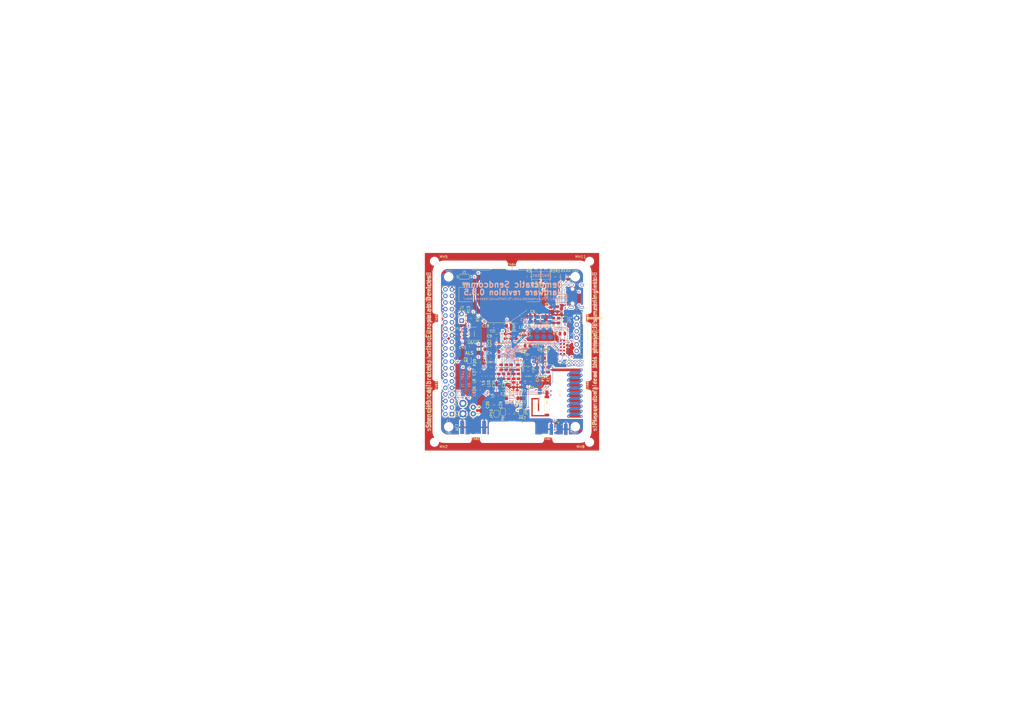
<source format=kicad_pcb>
(kicad_pcb (version 20171130) (host pcbnew 5.1.5+dfsg1-2build2)

  (general
    (thickness 1.6)
    (drawings 110)
    (tracks 1050)
    (zones 0)
    (modules 130)
    (nets 136)
  )

  (page A3)
  (title_block
    (title "Democratic Sendcomm")
    (date 2020-10-20)
    (rev 0.8.5)
    (company "Europalab Devices")
    (comment 1 "Copyright © 2020, Europalab Devices")
    (comment 2 "Fulfilling requirements of 20200210")
    (comment 3 "Pending quality assurance testing")
    (comment 4 "Release revision for manufacturing")
  )

  (layers
    (0 F.Cu signal)
    (1 In1.Cu signal)
    (2 In2.Cu signal)
    (31 B.Cu signal)
    (34 B.Paste user)
    (35 F.Paste user)
    (36 B.SilkS user)
    (37 F.SilkS user)
    (38 B.Mask user)
    (39 F.Mask user)
    (40 Dwgs.User user)
    (41 Cmts.User user)
    (44 Edge.Cuts user)
    (45 Margin user)
    (46 B.CrtYd user)
    (47 F.CrtYd user)
    (48 B.Fab user)
    (49 F.Fab user)
  )

  (setup
    (last_trace_width 0.127)
    (user_trace_width 0.1016)
    (user_trace_width 0.127)
    (user_trace_width 0.2)
    (trace_clearance 0.09)
    (zone_clearance 0.508)
    (zone_45_only no)
    (trace_min 0.09)
    (via_size 0.356)
    (via_drill 0.2)
    (via_min_size 0.356)
    (via_min_drill 0.2)
    (user_via 0.45 0.2)
    (user_via 0.6 0.3)
    (uvia_size 0.45)
    (uvia_drill 0.1)
    (uvias_allowed no)
    (uvia_min_size 0.45)
    (uvia_min_drill 0.1)
    (edge_width 0.1)
    (segment_width 0.1)
    (pcb_text_width 0.25)
    (pcb_text_size 1 1)
    (mod_edge_width 0.15)
    (mod_text_size 1 1)
    (mod_text_width 0.15)
    (pad_size 2 1.5)
    (pad_drill 0)
    (pad_to_mask_clearance 0)
    (aux_axis_origin 0 0)
    (visible_elements 7FFFFFFF)
    (pcbplotparams
      (layerselection 0x313fc_ffffffff)
      (usegerberextensions true)
      (usegerberattributes false)
      (usegerberadvancedattributes false)
      (creategerberjobfile false)
      (excludeedgelayer true)
      (linewidth 0.150000)
      (plotframeref false)
      (viasonmask false)
      (mode 1)
      (useauxorigin false)
      (hpglpennumber 1)
      (hpglpenspeed 20)
      (hpglpendiameter 15.000000)
      (psnegative false)
      (psa4output false)
      (plotreference true)
      (plotvalue true)
      (plotinvisibletext false)
      (padsonsilk false)
      (subtractmaskfromsilk false)
      (outputformat 1)
      (mirror false)
      (drillshape 0)
      (scaleselection 1)
      (outputdirectory "fabsingle"))
  )

  (net 0 "")
  (net 1 GND)
  (net 2 "Net-(AE1-Pad1)")
  (net 3 /Sheet5F53D5B4/RFSWPWR)
  (net 4 "Net-(C8-Pad1)")
  (net 5 /Sheet5F53D5B4/POWAMP)
  (net 6 "Net-(C13-Pad1)")
  (net 7 /Sheet5F53D5B4/HFOUT)
  (net 8 +3V3)
  (net 9 "Net-(C29-Pad1)")
  (net 10 /Sheet5F53D5B4/UART_RX)
  (net 11 /Sheet5F53D5B4/UART_TX)
  (net 12 /Sheet5F53D5B4/HPOUT)
  (net 13 /Sheet5F53D5B4/HFIN)
  (net 14 /Sheet5F53D5B4/BANDSEL)
  (net 15 "Net-(BT1-Pad1)")
  (net 16 /Sheet5F53D5B4/USB_BUS)
  (net 17 "Net-(C33-Pad1)")
  (net 18 "Net-(C34-Pad1)")
  (net 19 /Sheet5F53D5B4/CMDRST)
  (net 20 "Net-(D1-Pad2)")
  (net 21 "Net-(D1-Pad1)")
  (net 22 "Net-(D2-Pad1)")
  (net 23 "Net-(D2-Pad2)")
  (net 24 /Sheet5F53D5B4/USB_P)
  (net 25 /Sheet5F53D5B4/USB_N)
  (net 26 /Sheet60040980/ID_SD)
  (net 27 /Sheet60040980/ID_SC)
  (net 28 /Sheet5F53D5B4/SWDCLK)
  (net 29 "Net-(J3-Pad7)")
  (net 30 "Net-(J3-Pad8)")
  (net 31 "Net-(J4-Pad6)")
  (net 32 /Sheet5F53D5B4/CN_VBAT)
  (net 33 /Sheet5F53D5B4/XCEIV)
  (net 34 /Sheet5F53D5B4/CRYSTAL_XIN-RESERVED)
  (net 35 /Sheet5F53D5B4/CRYSTAL_XOUT-RESERVED)
  (net 36 "Net-(AE5-Pad2)")
  (net 37 "Net-(C1-Pad1)")
  (net 38 "Net-(C7-Pad1)")
  (net 39 "Net-(C14-Pad1)")
  (net 40 "Net-(C17-Pad1)")
  (net 41 "Net-(C18-Pad2)")
  (net 42 "Net-(C19-Pad2)")
  (net 43 "Net-(C23-Pad2)")
  (net 44 "Net-(C23-Pad1)")
  (net 45 "Net-(C24-Pad1)")
  (net 46 "Net-(C24-Pad2)")
  (net 47 "Net-(C29-Pad2)")
  (net 48 "Net-(C33-Pad2)")
  (net 49 "Net-(C35-Pad2)")
  (net 50 "Net-(C40-Pad1)")
  (net 51 "Net-(J2-PadB5)")
  (net 52 "Net-(J2-PadA8)")
  (net 53 "Net-(J2-PadA5)")
  (net 54 "Net-(J2-PadB8)")
  (net 55 "Net-(J2-PadA4)")
  (net 56 "Net-(J3-Pad2)")
  (net 57 "Net-(J3-Pad3)")
  (net 58 "Net-(J3-Pad4)")
  (net 59 "Net-(J3-Pad5)")
  (net 60 "Net-(J3-Pad10)")
  (net 61 "Net-(J3-Pad11)")
  (net 62 "Net-(J3-Pad12)")
  (net 63 "Net-(J3-Pad13)")
  (net 64 "Net-(J3-Pad15)")
  (net 65 "Net-(J3-Pad16)")
  (net 66 "Net-(J3-Pad18)")
  (net 67 "Net-(J3-Pad19)")
  (net 68 "Net-(J3-Pad21)")
  (net 69 "Net-(J3-Pad22)")
  (net 70 "Net-(J3-Pad23)")
  (net 71 "Net-(J3-Pad24)")
  (net 72 "Net-(J3-Pad26)")
  (net 73 "Net-(J3-Pad29)")
  (net 74 "Net-(J3-Pad31)")
  (net 75 "Net-(J3-Pad32)")
  (net 76 "Net-(J3-Pad33)")
  (net 77 "Net-(J3-Pad35)")
  (net 78 "Net-(J3-Pad36)")
  (net 79 "Net-(J3-Pad37)")
  (net 80 "Net-(J3-Pad38)")
  (net 81 "Net-(J3-Pad40)")
  (net 82 "Net-(J4-Pad7)")
  (net 83 "Net-(J4-Pad8)")
  (net 84 "Net-(J5-Pad2)")
  (net 85 "Net-(J5-Pad3)")
  (net 86 "Net-(J5-Pad6)")
  (net 87 "Net-(J6-Pad1)")
  (net 88 "Net-(L1-Pad2)")
  (net 89 "Net-(R3-Pad1)")
  (net 90 "Net-(R4-Pad1)")
  (net 91 "Net-(R4-Pad2)")
  (net 92 "Net-(U2-Pad5)")
  (net 93 "Net-(U3-PadG1)")
  (net 94 "Net-(U3-PadH1)")
  (net 95 "Net-(U3-PadE3)")
  (net 96 "Net-(U3-PadE4)")
  (net 97 "Net-(U3-PadF4)")
  (net 98 "Net-(U3-PadE5)")
  (net 99 "Net-(U3-PadC7)")
  (net 100 "Net-(U3-PadD7)")
  (net 101 "Net-(U3-PadD8)")
  (net 102 "Net-(U5-Pad3)")
  (net 103 "Net-(U5-Pad4)")
  (net 104 "Net-(U8-Pad7)")
  (net 105 "Net-(U8-Pad3)")
  (net 106 "Net-(U8-Pad2)")
  (net 107 "Net-(U8-Pad1)")
  (net 108 "Net-(U9-Pad1)")
  (net 109 "Net-(U9-Pad2)")
  (net 110 "Net-(U9-Pad3)")
  (net 111 "Net-(U9-Pad7)")
  (net 112 /Sheet5F53D5B4/SWDIO)
  (net 113 "Net-(AE2-Pad1)")
  (net 114 "Net-(AE4-Pad1)")
  (net 115 "Net-(AE5-Pad1)")
  (net 116 "Net-(AE7-Pad1)")
  (net 117 "Net-(JP10-Pad1)")
  (net 118 "Net-(J6-Pad2)")
  (net 119 "Net-(J6-Pad3)")
  (net 120 "Net-(J6-Pad4)")
  (net 121 "Net-(J6-Pad5)")
  (net 122 "Net-(J6-Pad6)")
  (net 123 "Net-(J6-Pad7)")
  (net 124 "Net-(J6-Pad8)")
  (net 125 "Net-(J7-Pad1)")
  (net 126 "Net-(C94-Pad1)")
  (net 127 "Net-(C95-Pad1)")
  (net 128 "Net-(JP26-Pad1)")
  (net 129 /TP_SCL)
  (net 130 /TP_SDA)
  (net 131 "Net-(J20-Pad6)")
  (net 132 "Net-(J20-Pad7)")
  (net 133 "Net-(J20-Pad8)")
  (net 134 "Net-(Q2-Pad2)")
  (net 135 "Net-(JP27-Pad3)")

  (net_class Default "This is the default net class."
    (clearance 0.09)
    (trace_width 0.09)
    (via_dia 0.356)
    (via_drill 0.2)
    (uvia_dia 0.45)
    (uvia_drill 0.1)
    (add_net +3V3)
    (add_net /Sheet5F53D5B4/BANDSEL)
    (add_net /Sheet5F53D5B4/CMDRST)
    (add_net /Sheet5F53D5B4/CN_VBAT)
    (add_net /Sheet5F53D5B4/CRYSTAL_XIN-RESERVED)
    (add_net /Sheet5F53D5B4/CRYSTAL_XOUT-RESERVED)
    (add_net /Sheet5F53D5B4/HFIN)
    (add_net /Sheet5F53D5B4/HFOUT)
    (add_net /Sheet5F53D5B4/HPOUT)
    (add_net /Sheet5F53D5B4/POWAMP)
    (add_net /Sheet5F53D5B4/RFSWPWR)
    (add_net /Sheet5F53D5B4/SWDCLK)
    (add_net /Sheet5F53D5B4/SWDIO)
    (add_net /Sheet5F53D5B4/UART_RX)
    (add_net /Sheet5F53D5B4/UART_TX)
    (add_net /Sheet5F53D5B4/USB_BUS)
    (add_net /Sheet5F53D5B4/USB_N)
    (add_net /Sheet5F53D5B4/USB_P)
    (add_net /Sheet5F53D5B4/XCEIV)
    (add_net /Sheet60040980/ID_SC)
    (add_net /Sheet60040980/ID_SD)
    (add_net /TP_SCL)
    (add_net /TP_SDA)
    (add_net GND)
    (add_net "Net-(AE1-Pad1)")
    (add_net "Net-(AE2-Pad1)")
    (add_net "Net-(AE4-Pad1)")
    (add_net "Net-(AE5-Pad1)")
    (add_net "Net-(AE5-Pad2)")
    (add_net "Net-(AE7-Pad1)")
    (add_net "Net-(BT1-Pad1)")
    (add_net "Net-(C1-Pad1)")
    (add_net "Net-(C13-Pad1)")
    (add_net "Net-(C14-Pad1)")
    (add_net "Net-(C17-Pad1)")
    (add_net "Net-(C18-Pad2)")
    (add_net "Net-(C19-Pad2)")
    (add_net "Net-(C23-Pad1)")
    (add_net "Net-(C23-Pad2)")
    (add_net "Net-(C24-Pad1)")
    (add_net "Net-(C24-Pad2)")
    (add_net "Net-(C29-Pad1)")
    (add_net "Net-(C29-Pad2)")
    (add_net "Net-(C33-Pad1)")
    (add_net "Net-(C33-Pad2)")
    (add_net "Net-(C34-Pad1)")
    (add_net "Net-(C35-Pad2)")
    (add_net "Net-(C40-Pad1)")
    (add_net "Net-(C7-Pad1)")
    (add_net "Net-(C8-Pad1)")
    (add_net "Net-(C94-Pad1)")
    (add_net "Net-(C95-Pad1)")
    (add_net "Net-(D1-Pad1)")
    (add_net "Net-(D1-Pad2)")
    (add_net "Net-(D2-Pad1)")
    (add_net "Net-(D2-Pad2)")
    (add_net "Net-(J2-PadA4)")
    (add_net "Net-(J2-PadA5)")
    (add_net "Net-(J2-PadA8)")
    (add_net "Net-(J2-PadB5)")
    (add_net "Net-(J2-PadB8)")
    (add_net "Net-(J20-Pad6)")
    (add_net "Net-(J20-Pad7)")
    (add_net "Net-(J20-Pad8)")
    (add_net "Net-(J3-Pad10)")
    (add_net "Net-(J3-Pad11)")
    (add_net "Net-(J3-Pad12)")
    (add_net "Net-(J3-Pad13)")
    (add_net "Net-(J3-Pad15)")
    (add_net "Net-(J3-Pad16)")
    (add_net "Net-(J3-Pad18)")
    (add_net "Net-(J3-Pad19)")
    (add_net "Net-(J3-Pad2)")
    (add_net "Net-(J3-Pad21)")
    (add_net "Net-(J3-Pad22)")
    (add_net "Net-(J3-Pad23)")
    (add_net "Net-(J3-Pad24)")
    (add_net "Net-(J3-Pad26)")
    (add_net "Net-(J3-Pad29)")
    (add_net "Net-(J3-Pad3)")
    (add_net "Net-(J3-Pad31)")
    (add_net "Net-(J3-Pad32)")
    (add_net "Net-(J3-Pad33)")
    (add_net "Net-(J3-Pad35)")
    (add_net "Net-(J3-Pad36)")
    (add_net "Net-(J3-Pad37)")
    (add_net "Net-(J3-Pad38)")
    (add_net "Net-(J3-Pad4)")
    (add_net "Net-(J3-Pad40)")
    (add_net "Net-(J3-Pad5)")
    (add_net "Net-(J3-Pad7)")
    (add_net "Net-(J3-Pad8)")
    (add_net "Net-(J4-Pad6)")
    (add_net "Net-(J4-Pad7)")
    (add_net "Net-(J4-Pad8)")
    (add_net "Net-(J5-Pad2)")
    (add_net "Net-(J5-Pad3)")
    (add_net "Net-(J5-Pad6)")
    (add_net "Net-(J6-Pad1)")
    (add_net "Net-(J6-Pad2)")
    (add_net "Net-(J6-Pad3)")
    (add_net "Net-(J6-Pad4)")
    (add_net "Net-(J6-Pad5)")
    (add_net "Net-(J6-Pad6)")
    (add_net "Net-(J6-Pad7)")
    (add_net "Net-(J6-Pad8)")
    (add_net "Net-(J7-Pad1)")
    (add_net "Net-(JP10-Pad1)")
    (add_net "Net-(JP26-Pad1)")
    (add_net "Net-(JP27-Pad3)")
    (add_net "Net-(L1-Pad2)")
    (add_net "Net-(Q2-Pad2)")
    (add_net "Net-(R3-Pad1)")
    (add_net "Net-(R4-Pad1)")
    (add_net "Net-(R4-Pad2)")
    (add_net "Net-(U2-Pad5)")
    (add_net "Net-(U3-PadC7)")
    (add_net "Net-(U3-PadD7)")
    (add_net "Net-(U3-PadD8)")
    (add_net "Net-(U3-PadE3)")
    (add_net "Net-(U3-PadE4)")
    (add_net "Net-(U3-PadE5)")
    (add_net "Net-(U3-PadF4)")
    (add_net "Net-(U3-PadG1)")
    (add_net "Net-(U3-PadH1)")
    (add_net "Net-(U5-Pad3)")
    (add_net "Net-(U5-Pad4)")
    (add_net "Net-(U8-Pad1)")
    (add_net "Net-(U8-Pad2)")
    (add_net "Net-(U8-Pad3)")
    (add_net "Net-(U8-Pad7)")
    (add_net "Net-(U9-Pad1)")
    (add_net "Net-(U9-Pad2)")
    (add_net "Net-(U9-Pad3)")
    (add_net "Net-(U9-Pad7)")
  )

  (net_class Power ""
    (clearance 0.2)
    (trace_width 0.5)
    (via_dia 1)
    (via_drill 0.7)
    (uvia_dia 0.5)
    (uvia_drill 0.1)
  )

  (module Jumper:SolderJumper-2_P1.3mm_Bridged_RoundedPad1.0x1.5mm (layer B.Cu) (tedit 5C745284) (tstamp 5FBED780)
    (at 220.75 160 270)
    (descr "SMD Solder Jumper, 1x1.5mm, rounded Pads, 0.3mm gap, bridged with 1 copper strip")
    (tags "solder jumper open")
    (path /5F5C0728/5F989558)
    (attr virtual)
    (fp_text reference JP4 (at -1.75 0 90) (layer B.SilkS)
      (effects (font (size 1 1) (thickness 0.15)) (justify right mirror))
    )
    (fp_text value SolderBridge (at 0 -1.9 90) (layer B.Fab)
      (effects (font (size 1 1) (thickness 0.15)) (justify mirror))
    )
    (fp_poly (pts (xy 0.25 0.3) (xy -0.25 0.3) (xy -0.25 -0.3) (xy 0.25 -0.3)) (layer B.Cu) (width 0))
    (fp_line (start 1.65 -1.25) (end -1.65 -1.25) (layer B.CrtYd) (width 0.05))
    (fp_line (start 1.65 -1.25) (end 1.65 1.25) (layer B.CrtYd) (width 0.05))
    (fp_line (start -1.65 1.25) (end -1.65 -1.25) (layer B.CrtYd) (width 0.05))
    (fp_line (start -1.65 1.25) (end 1.65 1.25) (layer B.CrtYd) (width 0.05))
    (fp_line (start -0.7 1) (end 0.7 1) (layer B.SilkS) (width 0.12))
    (fp_line (start 1.4 0.3) (end 1.4 -0.3) (layer B.SilkS) (width 0.12))
    (fp_line (start 0.7 -1) (end -0.7 -1) (layer B.SilkS) (width 0.12))
    (fp_line (start -1.4 -0.3) (end -1.4 0.3) (layer B.SilkS) (width 0.12))
    (fp_arc (start -0.7 0.3) (end -0.7 1) (angle 90) (layer B.SilkS) (width 0.12))
    (fp_arc (start -0.7 -0.3) (end -1.4 -0.3) (angle 90) (layer B.SilkS) (width 0.12))
    (fp_arc (start 0.7 -0.3) (end 0.7 -1) (angle 90) (layer B.SilkS) (width 0.12))
    (fp_arc (start 0.7 0.3) (end 1.4 0.3) (angle 90) (layer B.SilkS) (width 0.12))
    (pad 1 smd custom (at -0.65 0 270) (size 1 0.5) (layers B.Cu B.Mask)
      (net 2 "Net-(AE1-Pad1)") (zone_connect 2)
      (options (clearance outline) (anchor rect))
      (primitives
        (gr_circle (center 0 -0.25) (end 0.5 -0.25) (width 0))
        (gr_circle (center 0 0.25) (end 0.5 0.25) (width 0))
        (gr_poly (pts
           (xy 0 0.75) (xy 0.5 0.75) (xy 0.5 -0.75) (xy 0 -0.75)) (width 0))
      ))
    (pad 2 smd custom (at 0.65 0 270) (size 1 0.5) (layers B.Cu B.Mask)
      (net 117 "Net-(JP10-Pad1)") (zone_connect 2)
      (options (clearance outline) (anchor rect))
      (primitives
        (gr_circle (center 0 -0.25) (end 0.5 -0.25) (width 0))
        (gr_circle (center 0 0.25) (end 0.5 0.25) (width 0))
        (gr_poly (pts
           (xy 0 0.75) (xy -0.5 0.75) (xy -0.5 -0.75) (xy 0 -0.75)) (width 0))
      ))
  )

  (module Elabdev:TFBGA-64_8x8_6.0x6.0mm_P0.65mm (layer F.Cu) (tedit 5F6BA77A) (tstamp 5F68786E)
    (at 210 148)
    (path /5F53D5B5/6052EF69)
    (solder_mask_margin 0.025)
    (clearance 0.0508)
    (attr smd)
    (fp_text reference U3 (at 4.25 0) (layer F.SilkS)
      (effects (font (size 1 1) (thickness 0.15)))
    )
    (fp_text value ATSAMR34 (at 0 4) (layer F.Fab)
      (effects (font (size 1 1) (thickness 0.15)))
    )
    (fp_line (start -2 -3) (end -3 -2) (layer F.Fab) (width 0.1))
    (fp_line (start -3 -2) (end -3 3) (layer F.Fab) (width 0.1))
    (fp_line (start -3 3) (end 3 3) (layer F.Fab) (width 0.1))
    (fp_line (start 3 3) (end 3 -3) (layer F.Fab) (width 0.1))
    (fp_line (start 3 -3) (end -2 -3) (layer F.Fab) (width 0.1))
    (fp_line (start 1.62 -3.12) (end 3.12 -3.12) (layer F.SilkS) (width 0.12))
    (fp_line (start 3.12 -3.12) (end 3.12 -1.62) (layer F.SilkS) (width 0.12))
    (fp_line (start 1.62 -3.12) (end 3.12 -3.12) (layer F.SilkS) (width 0.12))
    (fp_line (start 3.12 -3.12) (end 3.12 -1.62) (layer F.SilkS) (width 0.12))
    (fp_line (start 1.62 3.12) (end 3.12 3.12) (layer F.SilkS) (width 0.12))
    (fp_line (start 3.12 3.12) (end 3.12 1.62) (layer F.SilkS) (width 0.12))
    (fp_line (start 1.62 -3.12) (end 3.12 -3.12) (layer F.SilkS) (width 0.12))
    (fp_line (start 3.12 -3.12) (end 3.12 -1.62) (layer F.SilkS) (width 0.12))
    (fp_line (start -1.62 3.12) (end -3.12 3.12) (layer F.SilkS) (width 0.12))
    (fp_line (start -3.12 3.12) (end -3.12 1.62) (layer F.SilkS) (width 0.12))
    (fp_line (start -1.62 -3.12) (end -2 -3.12) (layer F.SilkS) (width 0.12))
    (fp_line (start -2 -3.12) (end -3.12 -2) (layer F.SilkS) (width 0.12))
    (fp_line (start -3.12 -2) (end -3.12 -1.62) (layer F.SilkS) (width 0.12))
    (fp_circle (center -3 -3) (end -3 -2.9) (layer F.SilkS) (width 0.2))
    (fp_line (start -4 -4) (end 4 -4) (layer F.CrtYd) (width 0.05))
    (fp_line (start 4 -4) (end 4 4) (layer F.CrtYd) (width 0.05))
    (fp_line (start 4 4) (end -4 4) (layer F.CrtYd) (width 0.05))
    (fp_line (start -4 4) (end -4 -4) (layer F.CrtYd) (width 0.05))
    (pad A1 smd circle (at -2.275 -2.275) (size 0.32 0.32) (layers F.Cu F.Paste F.Mask)
      (net 13 /Sheet5F53D5B4/HFIN))
    (pad B1 smd circle (at -2.275 -1.625) (size 0.32 0.32) (layers F.Cu F.Paste F.Mask)
      (net 7 /Sheet5F53D5B4/HFOUT))
    (pad C1 smd circle (at -2.275 -0.975) (size 0.32 0.32) (layers F.Cu F.Paste F.Mask)
      (net 37 "Net-(C1-Pad1)"))
    (pad D1 smd circle (at -2.275 -0.325) (size 0.32 0.32) (layers F.Cu F.Paste F.Mask)
      (net 5 /Sheet5F53D5B4/POWAMP))
    (pad E1 smd circle (at -2.275 0.325) (size 0.32 0.32) (layers F.Cu F.Paste F.Mask)
      (net 1 GND))
    (pad F1 smd circle (at -2.275 0.975) (size 0.32 0.32) (layers F.Cu F.Paste F.Mask)
      (net 12 /Sheet5F53D5B4/HPOUT))
    (pad G1 smd circle (at -2.275 1.625) (size 0.32 0.32) (layers F.Cu F.Paste F.Mask)
      (net 93 "Net-(U3-PadG1)"))
    (pad H1 smd circle (at -2.275 2.275) (size 0.32 0.32) (layers F.Cu F.Paste F.Mask)
      (net 94 "Net-(U3-PadH1)"))
    (pad A2 smd circle (at -1.625 -2.275) (size 0.32 0.32) (layers F.Cu F.Paste F.Mask)
      (net 1 GND))
    (pad B2 smd circle (at -1.625 -1.625) (size 0.32 0.32) (layers F.Cu F.Paste F.Mask)
      (net 1 GND))
    (pad C2 smd circle (at -1.625 -0.975) (size 0.32 0.32) (layers F.Cu F.Paste F.Mask)
      (net 37 "Net-(C1-Pad1)"))
    (pad D2 smd circle (at -1.625 -0.325) (size 0.32 0.32) (layers F.Cu F.Paste F.Mask)
      (net 33 /Sheet5F53D5B4/XCEIV))
    (pad E2 smd circle (at -1.625 0.325) (size 0.32 0.32) (layers F.Cu F.Paste F.Mask)
      (net 1 GND))
    (pad F2 smd circle (at -1.625 0.975) (size 0.32 0.32) (layers F.Cu F.Paste F.Mask)
      (net 1 GND))
    (pad G2 smd circle (at -1.625 1.625) (size 0.32 0.32) (layers F.Cu F.Paste F.Mask)
      (net 1 GND))
    (pad H2 smd circle (at -1.625 2.275) (size 0.32 0.32) (layers F.Cu F.Paste F.Mask)
      (net 39 "Net-(C14-Pad1)"))
    (pad A3 smd circle (at -0.975 -2.275) (size 0.32 0.32) (layers F.Cu F.Paste F.Mask)
      (net 41 "Net-(C18-Pad2)"))
    (pad B3 smd circle (at -0.975 -1.625) (size 0.32 0.32) (layers F.Cu F.Paste F.Mask)
      (net 1 GND))
    (pad C3 smd circle (at -0.975 -0.975) (size 0.32 0.32) (layers F.Cu F.Paste F.Mask)
      (net 32 /Sheet5F53D5B4/CN_VBAT))
    (pad D3 smd circle (at -0.975 -0.325) (size 0.32 0.32) (layers F.Cu F.Paste F.Mask)
      (net 11 /Sheet5F53D5B4/UART_TX))
    (pad E3 smd circle (at -0.975 0.325) (size 0.32 0.32) (layers F.Cu F.Paste F.Mask)
      (net 95 "Net-(U3-PadE3)"))
    (pad F3 smd circle (at -0.975 0.975) (size 0.32 0.32) (layers F.Cu F.Paste F.Mask)
      (net 16 /Sheet5F53D5B4/USB_BUS))
    (pad G3 smd circle (at -0.975 1.625) (size 0.32 0.32) (layers F.Cu F.Paste F.Mask)
      (net 1 GND))
    (pad H3 smd circle (at -0.975 2.275) (size 0.32 0.32) (layers F.Cu F.Paste F.Mask)
      (net 37 "Net-(C1-Pad1)"))
    (pad A4 smd circle (at -0.325 -2.275) (size 0.32 0.32) (layers F.Cu F.Paste F.Mask)
      (net 42 "Net-(C19-Pad2)"))
    (pad B4 smd circle (at -0.325 -1.625) (size 0.32 0.32) (layers F.Cu F.Paste F.Mask)
      (net 134 "Net-(Q2-Pad2)"))
    (pad C4 smd circle (at -0.325 -0.975) (size 0.32 0.32) (layers F.Cu F.Paste F.Mask)
      (net 10 /Sheet5F53D5B4/UART_RX))
    (pad D4 smd circle (at -0.325 -0.325) (size 0.32 0.32) (layers F.Cu F.Paste F.Mask)
      (net 1 GND))
    (pad E4 smd circle (at -0.325 0.325) (size 0.32 0.32) (layers F.Cu F.Paste F.Mask)
      (net 96 "Net-(U3-PadE4)"))
    (pad F4 smd circle (at -0.325 0.975) (size 0.32 0.32) (layers F.Cu F.Paste F.Mask)
      (net 97 "Net-(U3-PadF4)"))
    (pad G4 smd circle (at -0.325 1.625) (size 0.32 0.32) (layers F.Cu F.Paste F.Mask)
      (net 8 +3V3))
    (pad H4 smd circle (at -0.325 2.275) (size 0.32 0.32) (layers F.Cu F.Paste F.Mask)
      (net 6 "Net-(C13-Pad1)"))
    (pad A5 smd circle (at 0.325 -2.275) (size 0.32 0.32) (layers F.Cu F.Paste F.Mask)
      (net 40 "Net-(C17-Pad1)"))
    (pad B5 smd circle (at 0.325 -1.625) (size 0.32 0.32) (layers F.Cu F.Paste F.Mask)
      (net 1 GND))
    (pad C5 smd circle (at 0.325 -0.975) (size 0.32 0.32) (layers F.Cu F.Paste F.Mask)
      (net 28 /Sheet5F53D5B4/SWDCLK))
    (pad D5 smd circle (at 0.325 -0.325) (size 0.32 0.32) (layers F.Cu F.Paste F.Mask)
      (net 112 /Sheet5F53D5B4/SWDIO))
    (pad E5 smd circle (at 0.325 0.325) (size 0.32 0.32) (layers F.Cu F.Paste F.Mask)
      (net 98 "Net-(U3-PadE5)"))
    (pad F5 smd circle (at 0.325 0.975) (size 0.32 0.32) (layers F.Cu F.Paste F.Mask)
      (net 135 "Net-(JP27-Pad3)"))
    (pad G5 smd circle (at 0.325 1.625) (size 0.32 0.32) (layers F.Cu F.Paste F.Mask)
      (net 1 GND))
    (pad H5 smd circle (at 0.325 2.275) (size 0.32 0.32) (layers F.Cu F.Paste F.Mask)
      (net 1 GND))
    (pad A6 smd circle (at 0.975 -2.275) (size 0.32 0.32) (layers F.Cu F.Paste F.Mask)
      (net 88 "Net-(L1-Pad2)"))
    (pad B6 smd circle (at 0.975 -1.625) (size 0.32 0.32) (layers F.Cu F.Paste F.Mask)
      (net 19 /Sheet5F53D5B4/CMDRST))
    (pad C6 smd circle (at 0.975 -0.975) (size 0.32 0.32) (layers F.Cu F.Paste F.Mask)
      (net 90 "Net-(R4-Pad1)"))
    (pad D6 smd circle (at 0.975 -0.325) (size 0.32 0.32) (layers F.Cu F.Paste F.Mask)
      (net 1 GND))
    (pad E6 smd circle (at 0.975 0.325) (size 0.32 0.32) (layers F.Cu F.Paste F.Mask)
      (net 129 /TP_SCL))
    (pad F6 smd circle (at 0.975 0.975) (size 0.32 0.32) (layers F.Cu F.Paste F.Mask)
      (net 14 /Sheet5F53D5B4/BANDSEL))
    (pad G6 smd circle (at 0.975 1.625) (size 0.32 0.32) (layers F.Cu F.Paste F.Mask)
      (net 1 GND))
    (pad H6 smd circle (at 0.975 2.275) (size 0.32 0.32) (layers F.Cu F.Paste F.Mask)
      (net 126 "Net-(C94-Pad1)"))
    (pad A7 smd circle (at 1.625 -2.275) (size 0.32 0.32) (layers F.Cu F.Paste F.Mask)
      (net 8 +3V3))
    (pad B7 smd circle (at 1.625 -1.625) (size 0.32 0.32) (layers F.Cu F.Paste F.Mask)
      (net 1 GND))
    (pad C7 smd circle (at 1.625 -0.975) (size 0.32 0.32) (layers F.Cu F.Paste F.Mask)
      (net 99 "Net-(U3-PadC7)"))
    (pad D7 smd circle (at 1.625 -0.325) (size 0.32 0.32) (layers F.Cu F.Paste F.Mask)
      (net 100 "Net-(U3-PadD7)"))
    (pad E7 smd circle (at 1.625 0.325) (size 0.32 0.32) (layers F.Cu F.Paste F.Mask)
      (net 21 "Net-(D1-Pad1)"))
    (pad F7 smd circle (at 1.625 0.975) (size 0.32 0.32) (layers F.Cu F.Paste F.Mask)
      (net 130 /TP_SDA))
    (pad G7 smd circle (at 1.625 1.625) (size 0.32 0.32) (layers F.Cu F.Paste F.Mask)
      (net 1 GND))
    (pad H7 smd circle (at 1.625 2.275) (size 0.32 0.32) (layers F.Cu F.Paste F.Mask)
      (net 127 "Net-(C95-Pad1)"))
    (pad A8 smd circle (at 2.275 -2.275) (size 0.32 0.32) (layers F.Cu F.Paste F.Mask)
      (net 8 +3V3))
    (pad B8 smd circle (at 2.275 -1.625) (size 0.32 0.32) (layers F.Cu F.Paste F.Mask)
      (net 25 /Sheet5F53D5B4/USB_N))
    (pad C8 smd circle (at 2.275 -0.975) (size 0.32 0.32) (layers F.Cu F.Paste F.Mask)
      (net 24 /Sheet5F53D5B4/USB_P))
    (pad D8 smd circle (at 2.275 -0.325) (size 0.32 0.32) (layers F.Cu F.Paste F.Mask)
      (net 101 "Net-(U3-PadD8)"))
    (pad E8 smd circle (at 2.275 0.325) (size 0.32 0.32) (layers F.Cu F.Paste F.Mask)
      (net 22 "Net-(D2-Pad1)"))
    (pad F8 smd circle (at 2.275 0.975) (size 0.32 0.32) (layers F.Cu F.Paste F.Mask)
      (net 34 /Sheet5F53D5B4/CRYSTAL_XIN-RESERVED))
    (pad G8 smd circle (at 2.275 1.625) (size 0.32 0.32) (layers F.Cu F.Paste F.Mask)
      (net 35 /Sheet5F53D5B4/CRYSTAL_XOUT-RESERVED))
    (pad H8 smd circle (at 2.275 2.275) (size 0.32 0.32) (layers F.Cu F.Paste F.Mask)
      (net 8 +3V3))
    (model ${KISYS3DMOD}/Package_BGA.3dshapes/TFBGA-64_5x5mm_Layout8x8_P0.5mm.wrl
      (at (xyz 0 0 0))
      (scale (xyz 1.2 1.2 1.2))
      (rotate (xyz 0 0 0))
    )
  )

  (module TestPoint:TestPoint_THTPad_D2.0mm_Drill1.0mm (layer F.Cu) (tedit 5A0F774F) (tstamp 5FBA0BE2)
    (at 195 172)
    (descr "THT pad as test Point, diameter 2.0mm, hole diameter 1.0mm")
    (tags "test point THT pad")
    (path /5F97637F)
    (attr virtual)
    (fp_text reference TP5 (at 2 0 90) (layer F.SilkS)
      (effects (font (size 0.7 0.7) (thickness 0.1)))
    )
    (fp_text value Probe (at 0 2.25) (layer F.Fab)
      (effects (font (size 1 1) (thickness 0.15)))
    )
    (fp_circle (center 0 0) (end 0 1.2) (layer F.SilkS) (width 0.12))
    (fp_circle (center 0 0) (end 1.5 0) (layer F.CrtYd) (width 0.05))
    (fp_text user %R (at 0 -2.15) (layer F.Fab)
      (effects (font (size 1 1) (thickness 0.15)))
    )
    (pad 1 thru_hole circle (at 0 0) (size 2 2) (drill 1) (layers *.Cu *.Mask)
      (net 129 /TP_SCL))
  )

  (module TestPoint:TestPoint_THTPad_D2.0mm_Drill1.0mm (layer F.Cu) (tedit 5A0F774F) (tstamp 5FBA0BEA)
    (at 195 169.46)
    (descr "THT pad as test Point, diameter 2.0mm, hole diameter 1.0mm")
    (tags "test point THT pad")
    (path /5F97786E)
    (attr virtual)
    (fp_text reference TP6 (at 2 0.04 90) (layer F.SilkS)
      (effects (font (size 0.7 0.7) (thickness 0.1)))
    )
    (fp_text value Probe (at 0 2.25) (layer F.Fab)
      (effects (font (size 1 1) (thickness 0.15)))
    )
    (fp_circle (center 0 0) (end 0 1.2) (layer F.SilkS) (width 0.12))
    (fp_circle (center 0 0) (end 1.5 0) (layer F.CrtYd) (width 0.05))
    (fp_text user %R (at 0 -2.15) (layer F.Fab)
      (effects (font (size 1 1) (thickness 0.15)))
    )
    (pad 1 thru_hole circle (at 0 0) (size 2 2) (drill 1) (layers *.Cu *.Mask)
      (net 130 /TP_SDA))
  )

  (module Inductor_SMD:L_0603_1608Metric (layer F.Cu) (tedit 5B301BBE) (tstamp 5F687507)
    (at 201 157.35 270)
    (descr "Inductor SMD 0603 (1608 Metric), square (rectangular) end terminal, IPC_7351 nominal, (Body size source: http://www.tortai-tech.com/upload/download/2011102023233369053.pdf), generated with kicad-footprint-generator")
    (tags inductor)
    (path /5F5C0728/5F5D6DC7)
    (attr smd)
    (fp_text reference L10 (at 3 0 90) (layer F.SilkS)
      (effects (font (size 1 1) (thickness 0.15)))
    )
    (fp_text value 11nH (at 0 1.65 90) (layer F.Fab)
      (effects (font (size 1 1) (thickness 0.15)))
    )
    (fp_text user %R (at 0 0 90) (layer F.Fab)
      (effects (font (size 0.5 0.5) (thickness 0.08)))
    )
    (fp_line (start 1.48 0.73) (end -1.48 0.73) (layer F.CrtYd) (width 0.05))
    (fp_line (start 1.48 -0.73) (end 1.48 0.73) (layer F.CrtYd) (width 0.05))
    (fp_line (start -1.48 -0.73) (end 1.48 -0.73) (layer F.CrtYd) (width 0.05))
    (fp_line (start -1.48 0.73) (end -1.48 -0.73) (layer F.CrtYd) (width 0.05))
    (fp_line (start -0.162779 0.51) (end 0.162779 0.51) (layer F.SilkS) (width 0.12))
    (fp_line (start -0.162779 -0.51) (end 0.162779 -0.51) (layer F.SilkS) (width 0.12))
    (fp_line (start 0.8 0.4) (end -0.8 0.4) (layer F.Fab) (width 0.1))
    (fp_line (start 0.8 -0.4) (end 0.8 0.4) (layer F.Fab) (width 0.1))
    (fp_line (start -0.8 -0.4) (end 0.8 -0.4) (layer F.Fab) (width 0.1))
    (fp_line (start -0.8 0.4) (end -0.8 -0.4) (layer F.Fab) (width 0.1))
    (pad 2 smd roundrect (at 0.7875 0 270) (size 0.875 0.95) (layers F.Cu F.Paste F.Mask) (roundrect_rratio 0.25)
      (net 49 "Net-(C35-Pad2)"))
    (pad 1 smd roundrect (at -0.7875 0 270) (size 0.875 0.95) (layers F.Cu F.Paste F.Mask) (roundrect_rratio 0.25)
      (net 18 "Net-(C34-Pad1)"))
    (model ${KISYS3DMOD}/Inductor_SMD.3dshapes/L_0603_1608Metric.wrl
      (at (xyz 0 0 0))
      (scale (xyz 1 1 1))
      (rotate (xyz 0 0 0))
    )
  )

  (module Elabdev:L_Murata_LQH3NPN (layer F.Cu) (tedit 5FADCCA6) (tstamp 5F68751C)
    (at 210.75 138.5)
    (descr https://www.murata.com/~/media/webrenewal/products/inductor/chip/tokoproducts/wirewoundferritetypeforpl/m_dem3518c.ashx)
    (tags "Inductor SMD DEM35xxC")
    (path /5F53D5B5/5F643B51)
    (attr smd)
    (fp_text reference L1 (at 2.75 0) (layer F.SilkS)
      (effects (font (size 1 1) (thickness 0.15)))
    )
    (fp_text value LQH3NPN100MJRL (at 0 3.024) (layer F.Fab)
      (effects (font (size 1 1) (thickness 0.15)))
    )
    (fp_line (start -1.75 -1.6) (end -1.75 1.6) (layer F.CrtYd) (width 0.05))
    (fp_line (start -1.75 1.6) (end 1.75 1.6) (layer F.CrtYd) (width 0.05))
    (fp_line (start 1.75 1.6) (end 1.75 -1.6) (layer F.CrtYd) (width 0.05))
    (fp_line (start 1.75 -1.6) (end -1.75 -1.6) (layer F.CrtYd) (width 0.05))
    (fp_line (start -1.5 -1.35) (end 1.5 -1.35) (layer F.Fab) (width 0.1))
    (fp_line (start 1.5 -1.35) (end 1.5 1.35) (layer F.Fab) (width 0.1))
    (fp_line (start 1.5 1.35) (end -1.5 1.35) (layer F.Fab) (width 0.1))
    (fp_line (start -1.5 1.35) (end -1.5 -1.35) (layer F.Fab) (width 0.1))
    (fp_line (start -1.5 -1.6) (end 1.5 -1.6) (layer F.SilkS) (width 0.12))
    (fp_line (start -1.5 1.6) (end 1.5 1.6) (layer F.SilkS) (width 0.12))
    (fp_text user %R (at 0 0) (layer F.Fab)
      (effects (font (size 0.7 0.7) (thickness 0.105)))
    )
    (pad 1 smd rect (at -1.1 0) (size 0.8 2.7) (layers F.Cu F.Paste F.Mask)
      (net 40 "Net-(C17-Pad1)"))
    (pad 2 smd rect (at 1.1 0) (size 0.8 2.7) (layers F.Cu F.Paste F.Mask)
      (net 88 "Net-(L1-Pad2)"))
    (model ${KISYS3DMOD}/Inductor_SMD.3dshapes/L_Murata_DEM35xxC.wrl
      (at (xyz 0 0 0))
      (scale (xyz 1 1 1))
      (rotate (xyz 0 0 0))
    )
  )

  (module Elabdev:Panel_Mousetab_25mm_Single (layer F.Cu) (tedit 5CD9E502) (tstamp 5F680FEC)
    (at 224 181.75 90)
    (path /5CD9EB0D)
    (fp_text reference TAB7 (at 0 0) (layer F.SilkS)
      (effects (font (size 0.8 0.8) (thickness 0.13)))
    )
    (fp_text value Pantab (at 0 3.5 90) (layer F.Fab)
      (effects (font (size 1 1) (thickness 0.15)))
    )
    (fp_line (start 1.25 -2.2) (end 1.25 2.2) (layer F.Fab) (width 0.15))
    (fp_line (start -1.25 -2.2) (end -1.25 2.2) (layer F.Fab) (width 0.15))
    (fp_line (start 2.1 -2.6) (end 2.1 2.6) (layer F.CrtYd) (width 0.15))
    (fp_line (start 2.1 2.6) (end -2.1 2.6) (layer F.CrtYd) (width 0.15))
    (fp_line (start -2.1 2.6) (end -2.1 -2.6) (layer F.CrtYd) (width 0.15))
    (fp_line (start -2.1 -2.6) (end 2.1 -2.6) (layer F.CrtYd) (width 0.15))
    (pad "" np_thru_hole circle (at 1.35 2 90) (size 0.5 0.5) (drill 0.5) (layers *.Cu))
    (pad "" np_thru_hole circle (at 1.35 1.2 90) (size 0.5 0.5) (drill 0.5) (layers *.Cu))
    (pad "" np_thru_hole circle (at 1.35 0.4 90) (size 0.5 0.5) (drill 0.5) (layers *.Cu))
    (pad "" np_thru_hole circle (at 1.35 -0.4 90) (size 0.5 0.5) (drill 0.5) (layers *.Cu))
    (pad "" np_thru_hole circle (at 1.35 -1.2 90) (size 0.5 0.5) (drill 0.5) (layers *.Cu))
    (pad "" np_thru_hole circle (at 1.35 -2 90) (size 0.5 0.5) (drill 0.5) (layers *.Cu))
  )

  (module Elabdev:Panel_Mousetab_25mm_Single (layer F.Cu) (tedit 5CD9E59A) (tstamp 5F4C0A71)
    (at 210 114.25 270)
    (path /5CD5C3A7)
    (fp_text reference TAB4 (at 0 0 180) (layer F.SilkS)
      (effects (font (size 0.8 0.8) (thickness 0.13)))
    )
    (fp_text value Pantab (at 0 -3.5 270) (layer F.Fab)
      (effects (font (size 1 1) (thickness 0.15)))
    )
    (fp_line (start 1.25 -2.2) (end 1.25 2.2) (layer F.Fab) (width 0.15))
    (fp_line (start -1.25 -2.2) (end -1.25 2.2) (layer F.Fab) (width 0.15))
    (fp_line (start 2.1 -2.6) (end 2.1 2.6) (layer F.CrtYd) (width 0.15))
    (fp_line (start 2.1 2.6) (end -2.1 2.6) (layer F.CrtYd) (width 0.15))
    (fp_line (start -2.1 2.6) (end -2.1 -2.6) (layer F.CrtYd) (width 0.15))
    (fp_line (start -2.1 -2.6) (end 2.1 -2.6) (layer F.CrtYd) (width 0.15))
    (pad "" np_thru_hole circle (at 1.35 2 270) (size 0.5 0.5) (drill 0.5) (layers *.Cu))
    (pad "" np_thru_hole circle (at 1.35 1.2 270) (size 0.5 0.5) (drill 0.5) (layers *.Cu))
    (pad "" np_thru_hole circle (at 1.35 0.4 270) (size 0.5 0.5) (drill 0.5) (layers *.Cu))
    (pad "" np_thru_hole circle (at 1.35 -0.4 270) (size 0.5 0.5) (drill 0.5) (layers *.Cu))
    (pad "" np_thru_hole circle (at 1.35 -1.2 270) (size 0.5 0.5) (drill 0.5) (layers *.Cu))
    (pad "" np_thru_hole circle (at 1.35 -2 270) (size 0.5 0.5) (drill 0.5) (layers *.Cu))
  )

  (module Elabdev:Panel_Mousetab_25mm_Single (layer F.Cu) (tedit 5CD9E502) (tstamp 5CE1C45C)
    (at 196 181.75 90)
    (path /5CD9EB0D)
    (fp_text reference TAB1 (at 0 0) (layer F.SilkS)
      (effects (font (size 0.8 0.8) (thickness 0.13)))
    )
    (fp_text value Pantab (at 0 3.5 90) (layer F.Fab)
      (effects (font (size 1 1) (thickness 0.15)))
    )
    (fp_line (start -2.1 -2.6) (end 2.1 -2.6) (layer F.CrtYd) (width 0.15))
    (fp_line (start -2.1 2.6) (end -2.1 -2.6) (layer F.CrtYd) (width 0.15))
    (fp_line (start 2.1 2.6) (end -2.1 2.6) (layer F.CrtYd) (width 0.15))
    (fp_line (start 2.1 -2.6) (end 2.1 2.6) (layer F.CrtYd) (width 0.15))
    (fp_line (start -1.25 -2.2) (end -1.25 2.2) (layer F.Fab) (width 0.15))
    (fp_line (start 1.25 -2.2) (end 1.25 2.2) (layer F.Fab) (width 0.15))
    (pad "" np_thru_hole circle (at 1.35 -2 90) (size 0.5 0.5) (drill 0.5) (layers *.Cu))
    (pad "" np_thru_hole circle (at 1.35 -1.2 90) (size 0.5 0.5) (drill 0.5) (layers *.Cu))
    (pad "" np_thru_hole circle (at 1.35 -0.4 90) (size 0.5 0.5) (drill 0.5) (layers *.Cu))
    (pad "" np_thru_hole circle (at 1.35 0.4 90) (size 0.5 0.5) (drill 0.5) (layers *.Cu))
    (pad "" np_thru_hole circle (at 1.35 1.2 90) (size 0.5 0.5) (drill 0.5) (layers *.Cu))
    (pad "" np_thru_hole circle (at 1.35 2 90) (size 0.5 0.5) (drill 0.5) (layers *.Cu))
  )

  (module Elabdev:Panel_Mousetab_25mm_Single (layer F.Cu) (tedit 5CD5AA6C) (tstamp 5F4C1007)
    (at 180.75 161)
    (path /5CD5C074)
    (fp_text reference TAB2 (at 0 0 90) (layer F.SilkS)
      (effects (font (size 0.8 0.8) (thickness 0.13)))
    )
    (fp_text value Pantab (at -2.5 0 -270) (layer F.Fab)
      (effects (font (size 1 1) (thickness 0.15)))
    )
    (fp_line (start -2.1 -2.6) (end 2.1 -2.6) (layer F.CrtYd) (width 0.15))
    (fp_line (start -2.1 2.6) (end -2.1 -2.6) (layer F.CrtYd) (width 0.15))
    (fp_line (start 2.1 2.6) (end -2.1 2.6) (layer F.CrtYd) (width 0.15))
    (fp_line (start 2.1 -2.6) (end 2.1 2.6) (layer F.CrtYd) (width 0.15))
    (fp_line (start -1.25 -2.2) (end -1.25 2.2) (layer F.Fab) (width 0.15))
    (fp_line (start 1.25 -2.2) (end 1.25 2.2) (layer F.Fab) (width 0.15))
    (pad "" np_thru_hole circle (at 1.35 -2) (size 0.5 0.5) (drill 0.5) (layers *.Cu))
    (pad "" np_thru_hole circle (at 1.35 -1.2) (size 0.5 0.5) (drill 0.5) (layers *.Cu))
    (pad "" np_thru_hole circle (at 1.35 -0.4) (size 0.5 0.5) (drill 0.5) (layers *.Cu))
    (pad "" np_thru_hole circle (at 1.35 0.4) (size 0.5 0.5) (drill 0.5) (layers *.Cu))
    (pad "" np_thru_hole circle (at 1.35 1.2) (size 0.5 0.5) (drill 0.5) (layers *.Cu))
    (pad "" np_thru_hole circle (at 1.35 2) (size 0.5 0.5) (drill 0.5) (layers *.Cu))
  )

  (module Elabdev:Panel_Mousetab_25mm_Single (layer F.Cu) (tedit 5CD5AA6C) (tstamp 5F4C1047)
    (at 180.75 135)
    (path /5CD5C074)
    (fp_text reference TAB3 (at 0 0 90) (layer F.SilkS)
      (effects (font (size 0.8 0.8) (thickness 0.13)))
    )
    (fp_text value Pantab (at -2.5 0 -270) (layer F.Fab)
      (effects (font (size 1 1) (thickness 0.15)))
    )
    (fp_line (start 1.25 -2.2) (end 1.25 2.2) (layer F.Fab) (width 0.15))
    (fp_line (start -1.25 -2.2) (end -1.25 2.2) (layer F.Fab) (width 0.15))
    (fp_line (start 2.1 -2.6) (end 2.1 2.6) (layer F.CrtYd) (width 0.15))
    (fp_line (start 2.1 2.6) (end -2.1 2.6) (layer F.CrtYd) (width 0.15))
    (fp_line (start -2.1 2.6) (end -2.1 -2.6) (layer F.CrtYd) (width 0.15))
    (fp_line (start -2.1 -2.6) (end 2.1 -2.6) (layer F.CrtYd) (width 0.15))
    (pad "" np_thru_hole circle (at 1.35 2) (size 0.5 0.5) (drill 0.5) (layers *.Cu))
    (pad "" np_thru_hole circle (at 1.35 1.2) (size 0.5 0.5) (drill 0.5) (layers *.Cu))
    (pad "" np_thru_hole circle (at 1.35 0.4) (size 0.5 0.5) (drill 0.5) (layers *.Cu))
    (pad "" np_thru_hole circle (at 1.35 -0.4) (size 0.5 0.5) (drill 0.5) (layers *.Cu))
    (pad "" np_thru_hole circle (at 1.35 -1.2) (size 0.5 0.5) (drill 0.5) (layers *.Cu))
    (pad "" np_thru_hole circle (at 1.35 -2) (size 0.5 0.5) (drill 0.5) (layers *.Cu))
  )

  (module Elabdev:Panel_Mousetab_25mm_Single (layer F.Cu) (tedit 5CD5AA6C) (tstamp 5F4C108A)
    (at 239.25 135 180)
    (path /5CD5C074)
    (fp_text reference TAB5 (at 0 0 90) (layer F.SilkS)
      (effects (font (size 0.8 0.8) (thickness 0.13)))
    )
    (fp_text value Pantab (at -2.5 0 90) (layer F.Fab)
      (effects (font (size 1 1) (thickness 0.15)))
    )
    (fp_line (start 1.25 -2.2) (end 1.25 2.2) (layer F.Fab) (width 0.15))
    (fp_line (start -1.25 -2.2) (end -1.25 2.2) (layer F.Fab) (width 0.15))
    (fp_line (start 2.1 -2.6) (end 2.1 2.6) (layer F.CrtYd) (width 0.15))
    (fp_line (start 2.1 2.6) (end -2.1 2.6) (layer F.CrtYd) (width 0.15))
    (fp_line (start -2.1 2.6) (end -2.1 -2.6) (layer F.CrtYd) (width 0.15))
    (fp_line (start -2.1 -2.6) (end 2.1 -2.6) (layer F.CrtYd) (width 0.15))
    (pad "" np_thru_hole circle (at 1.35 2 180) (size 0.5 0.5) (drill 0.5) (layers *.Cu))
    (pad "" np_thru_hole circle (at 1.35 1.2 180) (size 0.5 0.5) (drill 0.5) (layers *.Cu))
    (pad "" np_thru_hole circle (at 1.35 0.4 180) (size 0.5 0.5) (drill 0.5) (layers *.Cu))
    (pad "" np_thru_hole circle (at 1.35 -0.4 180) (size 0.5 0.5) (drill 0.5) (layers *.Cu))
    (pad "" np_thru_hole circle (at 1.35 -1.2 180) (size 0.5 0.5) (drill 0.5) (layers *.Cu))
    (pad "" np_thru_hole circle (at 1.35 -2 180) (size 0.5 0.5) (drill 0.5) (layers *.Cu))
  )

  (module Elabdev:Panel_Mousetab_25mm_Single (layer F.Cu) (tedit 5CD5AA6C) (tstamp 5F4C1067)
    (at 239.25 161 180)
    (path /5CD5C074)
    (fp_text reference TAB6 (at 0 0 90) (layer F.SilkS)
      (effects (font (size 0.8 0.8) (thickness 0.13)))
    )
    (fp_text value Pantab (at -2.5 0 90) (layer F.Fab)
      (effects (font (size 1 1) (thickness 0.15)))
    )
    (fp_line (start -2.1 -2.6) (end 2.1 -2.6) (layer F.CrtYd) (width 0.15))
    (fp_line (start -2.1 2.6) (end -2.1 -2.6) (layer F.CrtYd) (width 0.15))
    (fp_line (start 2.1 2.6) (end -2.1 2.6) (layer F.CrtYd) (width 0.15))
    (fp_line (start 2.1 -2.6) (end 2.1 2.6) (layer F.CrtYd) (width 0.15))
    (fp_line (start -1.25 -2.2) (end -1.25 2.2) (layer F.Fab) (width 0.15))
    (fp_line (start 1.25 -2.2) (end 1.25 2.2) (layer F.Fab) (width 0.15))
    (pad "" np_thru_hole circle (at 1.35 -2 180) (size 0.5 0.5) (drill 0.5) (layers *.Cu))
    (pad "" np_thru_hole circle (at 1.35 -1.2 180) (size 0.5 0.5) (drill 0.5) (layers *.Cu))
    (pad "" np_thru_hole circle (at 1.35 -0.4 180) (size 0.5 0.5) (drill 0.5) (layers *.Cu))
    (pad "" np_thru_hole circle (at 1.35 0.4 180) (size 0.5 0.5) (drill 0.5) (layers *.Cu))
    (pad "" np_thru_hole circle (at 1.35 1.2 180) (size 0.5 0.5) (drill 0.5) (layers *.Cu))
    (pad "" np_thru_hole circle (at 1.35 2 180) (size 0.5 0.5) (drill 0.5) (layers *.Cu))
  )

  (module Connector_PinSocket_2.54mm:PinSocket_2x20_P2.54mm_Vertical (layer B.Cu) (tedit 5A19A433) (tstamp 5F683F15)
    (at 186.77 172.13)
    (descr "Through hole straight socket strip, 2x20, 2.54mm pitch, double cols (from Kicad 4.0.7), script generated")
    (tags "Through hole socket strip THT 2x20 2.54mm double row")
    (path /60040981/5F6A7FD9)
    (fp_text reference J3 (at -1.27 2.77) (layer B.SilkS)
      (effects (font (size 1 1) (thickness 0.15)) (justify mirror))
    )
    (fp_text value RPIHAT-40W (at -1.27 -51.03) (layer B.Fab)
      (effects (font (size 1 1) (thickness 0.15)) (justify mirror))
    )
    (fp_line (start -3.81 1.27) (end 0.27 1.27) (layer B.Fab) (width 0.1))
    (fp_line (start 0.27 1.27) (end 1.27 0.27) (layer B.Fab) (width 0.1))
    (fp_line (start 1.27 0.27) (end 1.27 -49.53) (layer B.Fab) (width 0.1))
    (fp_line (start 1.27 -49.53) (end -3.81 -49.53) (layer B.Fab) (width 0.1))
    (fp_line (start -3.81 -49.53) (end -3.81 1.27) (layer B.Fab) (width 0.1))
    (fp_line (start -3.87 1.33) (end -1.27 1.33) (layer B.SilkS) (width 0.12))
    (fp_line (start -3.87 1.33) (end -3.87 -49.59) (layer B.SilkS) (width 0.12))
    (fp_line (start -3.87 -49.59) (end 1.33 -49.59) (layer B.SilkS) (width 0.12))
    (fp_line (start 1.33 -1.27) (end 1.33 -49.59) (layer B.SilkS) (width 0.12))
    (fp_line (start -1.27 -1.27) (end 1.33 -1.27) (layer B.SilkS) (width 0.12))
    (fp_line (start -1.27 1.33) (end -1.27 -1.27) (layer B.SilkS) (width 0.12))
    (fp_line (start 1.33 1.33) (end 1.33 0) (layer B.SilkS) (width 0.12))
    (fp_line (start 0 1.33) (end 1.33 1.33) (layer B.SilkS) (width 0.12))
    (fp_line (start -4.34 1.8) (end 1.76 1.8) (layer B.CrtYd) (width 0.05))
    (fp_line (start 1.76 1.8) (end 1.76 -50) (layer B.CrtYd) (width 0.05))
    (fp_line (start 1.76 -50) (end -4.34 -50) (layer B.CrtYd) (width 0.05))
    (fp_line (start -4.34 -50) (end -4.34 1.8) (layer B.CrtYd) (width 0.05))
    (fp_text user %R (at -1.27 -24.13 -90) (layer B.Fab)
      (effects (font (size 1 1) (thickness 0.15)) (justify mirror))
    )
    (pad 1 thru_hole rect (at 0 0) (size 1.7 1.7) (drill 1) (layers *.Cu *.Mask)
      (net 8 +3V3))
    (pad 2 thru_hole oval (at -2.54 0) (size 1.7 1.7) (drill 1) (layers *.Cu *.Mask)
      (net 56 "Net-(J3-Pad2)"))
    (pad 3 thru_hole oval (at 0 -2.54) (size 1.7 1.7) (drill 1) (layers *.Cu *.Mask)
      (net 57 "Net-(J3-Pad3)"))
    (pad 4 thru_hole oval (at -2.54 -2.54) (size 1.7 1.7) (drill 1) (layers *.Cu *.Mask)
      (net 58 "Net-(J3-Pad4)"))
    (pad 5 thru_hole oval (at 0 -5.08) (size 1.7 1.7) (drill 1) (layers *.Cu *.Mask)
      (net 59 "Net-(J3-Pad5)"))
    (pad 6 thru_hole oval (at -2.54 -5.08) (size 1.7 1.7) (drill 1) (layers *.Cu *.Mask)
      (net 1 GND))
    (pad 7 thru_hole oval (at 0 -7.62) (size 1.7 1.7) (drill 1) (layers *.Cu *.Mask)
      (net 29 "Net-(J3-Pad7)"))
    (pad 8 thru_hole oval (at -2.54 -7.62) (size 1.7 1.7) (drill 1) (layers *.Cu *.Mask)
      (net 30 "Net-(J3-Pad8)"))
    (pad 9 thru_hole oval (at 0 -10.16) (size 1.7 1.7) (drill 1) (layers *.Cu *.Mask)
      (net 1 GND))
    (pad 10 thru_hole oval (at -2.54 -10.16) (size 1.7 1.7) (drill 1) (layers *.Cu *.Mask)
      (net 60 "Net-(J3-Pad10)"))
    (pad 11 thru_hole oval (at 0 -12.7) (size 1.7 1.7) (drill 1) (layers *.Cu *.Mask)
      (net 61 "Net-(J3-Pad11)"))
    (pad 12 thru_hole oval (at -2.54 -12.7) (size 1.7 1.7) (drill 1) (layers *.Cu *.Mask)
      (net 62 "Net-(J3-Pad12)"))
    (pad 13 thru_hole oval (at 0 -15.24) (size 1.7 1.7) (drill 1) (layers *.Cu *.Mask)
      (net 63 "Net-(J3-Pad13)"))
    (pad 14 thru_hole oval (at -2.54 -15.24) (size 1.7 1.7) (drill 1) (layers *.Cu *.Mask)
      (net 1 GND))
    (pad 15 thru_hole oval (at 0 -17.78) (size 1.7 1.7) (drill 1) (layers *.Cu *.Mask)
      (net 64 "Net-(J3-Pad15)"))
    (pad 16 thru_hole oval (at -2.54 -17.78) (size 1.7 1.7) (drill 1) (layers *.Cu *.Mask)
      (net 65 "Net-(J3-Pad16)"))
    (pad 17 thru_hole oval (at 0 -20.32) (size 1.7 1.7) (drill 1) (layers *.Cu *.Mask)
      (net 8 +3V3))
    (pad 18 thru_hole oval (at -2.54 -20.32) (size 1.7 1.7) (drill 1) (layers *.Cu *.Mask)
      (net 66 "Net-(J3-Pad18)"))
    (pad 19 thru_hole oval (at 0 -22.86) (size 1.7 1.7) (drill 1) (layers *.Cu *.Mask)
      (net 67 "Net-(J3-Pad19)"))
    (pad 20 thru_hole oval (at -2.54 -22.86) (size 1.7 1.7) (drill 1) (layers *.Cu *.Mask)
      (net 1 GND))
    (pad 21 thru_hole oval (at 0 -25.4) (size 1.7 1.7) (drill 1) (layers *.Cu *.Mask)
      (net 68 "Net-(J3-Pad21)"))
    (pad 22 thru_hole oval (at -2.54 -25.4) (size 1.7 1.7) (drill 1) (layers *.Cu *.Mask)
      (net 69 "Net-(J3-Pad22)"))
    (pad 23 thru_hole oval (at 0 -27.94) (size 1.7 1.7) (drill 1) (layers *.Cu *.Mask)
      (net 70 "Net-(J3-Pad23)"))
    (pad 24 thru_hole oval (at -2.54 -27.94) (size 1.7 1.7) (drill 1) (layers *.Cu *.Mask)
      (net 71 "Net-(J3-Pad24)"))
    (pad 25 thru_hole oval (at 0 -30.48) (size 1.7 1.7) (drill 1) (layers *.Cu *.Mask)
      (net 1 GND))
    (pad 26 thru_hole oval (at -2.54 -30.48) (size 1.7 1.7) (drill 1) (layers *.Cu *.Mask)
      (net 72 "Net-(J3-Pad26)"))
    (pad 27 thru_hole oval (at 0 -33.02) (size 1.7 1.7) (drill 1) (layers *.Cu *.Mask)
      (net 26 /Sheet60040980/ID_SD))
    (pad 28 thru_hole oval (at -2.54 -33.02) (size 1.7 1.7) (drill 1) (layers *.Cu *.Mask)
      (net 27 /Sheet60040980/ID_SC))
    (pad 29 thru_hole oval (at 0 -35.56) (size 1.7 1.7) (drill 1) (layers *.Cu *.Mask)
      (net 73 "Net-(J3-Pad29)"))
    (pad 30 thru_hole oval (at -2.54 -35.56) (size 1.7 1.7) (drill 1) (layers *.Cu *.Mask)
      (net 1 GND))
    (pad 31 thru_hole oval (at 0 -38.1) (size 1.7 1.7) (drill 1) (layers *.Cu *.Mask)
      (net 74 "Net-(J3-Pad31)"))
    (pad 32 thru_hole oval (at -2.54 -38.1) (size 1.7 1.7) (drill 1) (layers *.Cu *.Mask)
      (net 75 "Net-(J3-Pad32)"))
    (pad 33 thru_hole oval (at 0 -40.64) (size 1.7 1.7) (drill 1) (layers *.Cu *.Mask)
      (net 76 "Net-(J3-Pad33)"))
    (pad 34 thru_hole oval (at -2.54 -40.64) (size 1.7 1.7) (drill 1) (layers *.Cu *.Mask)
      (net 1 GND))
    (pad 35 thru_hole oval (at 0 -43.18) (size 1.7 1.7) (drill 1) (layers *.Cu *.Mask)
      (net 77 "Net-(J3-Pad35)"))
    (pad 36 thru_hole oval (at -2.54 -43.18) (size 1.7 1.7) (drill 1) (layers *.Cu *.Mask)
      (net 78 "Net-(J3-Pad36)"))
    (pad 37 thru_hole oval (at 0 -45.72) (size 1.7 1.7) (drill 1) (layers *.Cu *.Mask)
      (net 79 "Net-(J3-Pad37)"))
    (pad 38 thru_hole oval (at -2.54 -45.72) (size 1.7 1.7) (drill 1) (layers *.Cu *.Mask)
      (net 80 "Net-(J3-Pad38)"))
    (pad 39 thru_hole oval (at 0 -48.26) (size 1.7 1.7) (drill 1) (layers *.Cu *.Mask)
      (net 1 GND))
    (pad 40 thru_hole oval (at -2.54 -48.26) (size 1.7 1.7) (drill 1) (layers *.Cu *.Mask)
      (net 81 "Net-(J3-Pad40)"))
    (model ${KISYS3DMOD}/Connector_PinSocket_2.54mm.3dshapes/PinSocket_2x20_P2.54mm_Vertical.wrl
      (at (xyz 0 0 0))
      (scale (xyz 1 1 1))
      (rotate (xyz 0 0 0))
    )
  )

  (module RF_Antenna:Texas_SWRA416_868MHz_915MHz (layer F.Cu) (tedit 5CF40AFD) (tstamp 5F686F31)
    (at 231 164 270)
    (descr http://www.ti.com/lit/an/swra416/swra416.pdf)
    (tags "PCB antenna")
    (path /5F5C0728/60008187)
    (attr smd)
    (fp_text reference AE1 (at 0 2.5 90) (layer F.SilkS)
      (effects (font (size 1 1) (thickness 0.15)))
    )
    (fp_text value Antenna (at 0.1 -7.6 90) (layer F.Fab)
      (effects (font (size 1 1) (thickness 0.15)))
    )
    (fp_line (start 9.7 2.1) (end 6.2 5.7) (layer Dwgs.User) (width 0.12))
    (fp_line (start 9.7 0.1) (end 4.3 5.7) (layer Dwgs.User) (width 0.12))
    (fp_line (start 9.7 -1.9) (end 2.3 5.7) (layer Dwgs.User) (width 0.12))
    (fp_line (start 9.7 -3.9) (end 0.2 5.7) (layer Dwgs.User) (width 0.12))
    (fp_line (start 9.7 -5.9) (end -1.8 5.7) (layer Dwgs.User) (width 0.12))
    (fp_line (start 8.3 -6.5) (end -3.8 5.7) (layer Dwgs.User) (width 0.12))
    (fp_line (start 6.3 -6.5) (end -5.8 5.7) (layer Dwgs.User) (width 0.12))
    (fp_line (start 4.3 -6.5) (end -7.8 5.7) (layer Dwgs.User) (width 0.12))
    (fp_line (start -9.7 5.5) (end 2.3 -6.5) (layer Dwgs.User) (width 0.12))
    (fp_line (start -9.7 3.5) (end 0.3 -6.5) (layer Dwgs.User) (width 0.12))
    (fp_line (start -9.7 1.5) (end -1.7 -6.5) (layer Dwgs.User) (width 0.12))
    (fp_line (start -9.7 -0.5) (end -3.7 -6.5) (layer Dwgs.User) (width 0.12))
    (fp_line (start -9.7 -2.5) (end -5.7 -6.5) (layer Dwgs.User) (width 0.12))
    (fp_line (start -9.7 -4.5) (end -7.7 -6.5) (layer Dwgs.User) (width 0.12))
    (fp_line (start 9.7 -6.5) (end -9.7 -6.5) (layer Dwgs.User) (width 0.15))
    (fp_line (start 9.7 5.7) (end 9.7 -6.5) (layer Dwgs.User) (width 0.15))
    (fp_line (start -9.7 5.7) (end 9.7 5.7) (layer Dwgs.User) (width 0.15))
    (fp_line (start -9.7 -6.5) (end -9.7 5.7) (layer Dwgs.User) (width 0.15))
    (fp_line (start 7 -5.8) (end 8 -4.8) (layer B.Cu) (width 1))
    (fp_line (start 8 -1.8) (end 9 -0.8) (layer B.Cu) (width 1))
    (fp_line (start 8 -4.8) (end 8 -1.8) (layer B.Cu) (width 1))
    (fp_line (start 9 -5.8) (end 9 -0.8) (layer F.Cu) (width 1))
    (fp_line (start 5 -5.8) (end 6 -4.8) (layer B.Cu) (width 1))
    (fp_line (start 6 -1.8) (end 7 -0.8) (layer B.Cu) (width 1))
    (fp_line (start 6 -4.8) (end 6 -1.8) (layer B.Cu) (width 1))
    (fp_line (start 7 -5.8) (end 7 -0.8) (layer F.Cu) (width 1))
    (fp_line (start 3 -5.8) (end 4 -4.8) (layer B.Cu) (width 1))
    (fp_line (start 4 -1.8) (end 5 -0.8) (layer B.Cu) (width 1))
    (fp_line (start 4 -4.8) (end 4 -1.8) (layer B.Cu) (width 1))
    (fp_line (start 5 -5.8) (end 5 -0.8) (layer F.Cu) (width 1))
    (fp_line (start 1 -5.8) (end 2 -4.8) (layer B.Cu) (width 1))
    (fp_line (start 2 -1.8) (end 3 -0.8) (layer B.Cu) (width 1))
    (fp_line (start 2 -4.8) (end 2 -1.8) (layer B.Cu) (width 1))
    (fp_line (start 3 -5.8) (end 3 -0.8) (layer F.Cu) (width 1))
    (fp_line (start -1 -5.8) (end 0 -4.8) (layer B.Cu) (width 1))
    (fp_line (start 0 -1.8) (end 1 -0.8) (layer B.Cu) (width 1))
    (fp_line (start 0 -4.8) (end 0 -1.8) (layer B.Cu) (width 1))
    (fp_line (start 1 -5.8) (end 1 -0.8) (layer F.Cu) (width 1))
    (fp_line (start -3 -5.8) (end -2 -4.8) (layer B.Cu) (width 1))
    (fp_line (start -2 -1.8) (end -1 -0.8) (layer B.Cu) (width 1))
    (fp_line (start -2 -4.8) (end -2 -1.8) (layer B.Cu) (width 1))
    (fp_line (start -1 -5.8) (end -1 -0.8) (layer F.Cu) (width 1))
    (fp_line (start -4 -4.8) (end -4 -1.8) (layer B.Cu) (width 1))
    (fp_line (start -5 -5.8) (end -4 -4.8) (layer B.Cu) (width 1))
    (fp_line (start -4 -1.8) (end -3 -0.8) (layer B.Cu) (width 1))
    (fp_line (start -3 -5.8) (end -3 -0.8) (layer F.Cu) (width 1))
    (fp_line (start -6 -4.8) (end -6 -1.8) (layer B.Cu) (width 1))
    (fp_line (start -7 -5.8) (end -6 -4.8) (layer B.Cu) (width 1))
    (fp_line (start -6 -1.8) (end -5 -0.8) (layer B.Cu) (width 1))
    (fp_line (start -5 -5.8) (end -5 -0.8) (layer F.Cu) (width 1))
    (fp_line (start -7 -5.8) (end -7 -0.8) (layer F.Cu) (width 1))
    (fp_line (start -9 5.2) (end -9 -5.8) (layer F.Cu) (width 1))
    (fp_line (start -9 -5.8) (end -8 -4.8) (layer B.Cu) (width 1))
    (fp_line (start -8 -4.8) (end -8 -1.8) (layer B.Cu) (width 1))
    (fp_line (start -8 -1.8) (end -7 -0.8) (layer B.Cu) (width 1))
    (fp_line (start 9.7 4.1) (end 8.2 5.7) (layer Dwgs.User) (width 0.12))
    (fp_line (start -9.9 -6.7) (end -9.9 5.9) (layer F.CrtYd) (width 0.05))
    (fp_line (start -9.9 5.9) (end 9.9 5.9) (layer F.CrtYd) (width 0.05))
    (fp_line (start 9.9 5.9) (end 9.9 -6.7) (layer F.CrtYd) (width 0.05))
    (fp_line (start 9.9 -6.7) (end -9.9 -6.7) (layer F.CrtYd) (width 0.05))
    (fp_line (start 9.9 -6.7) (end -9.9 -6.7) (layer B.CrtYd) (width 0.05))
    (fp_line (start 9.9 5.9) (end 9.9 -6.7) (layer B.CrtYd) (width 0.05))
    (fp_line (start -9.9 -6.7) (end -9.9 5.9) (layer B.CrtYd) (width 0.05))
    (fp_line (start -9.9 5.9) (end 9.9 5.9) (layer B.CrtYd) (width 0.05))
    (fp_text user "KEEP-OUT ZONE" (at 1 -2.8 90) (layer Cmts.User)
      (effects (font (size 1 1) (thickness 0.15)))
    )
    (fp_text user "No metal, traces or " (at 1 0.2 90) (layer Cmts.User)
      (effects (font (size 1 1) (thickness 0.15)))
    )
    (fp_text user "any components on" (at 1 2.2 90) (layer Cmts.User)
      (effects (font (size 1 1) (thickness 0.15)))
    )
    (fp_text user " any PCB layer." (at 1 4.2 90) (layer Cmts.User)
      (effects (font (size 1 1) (thickness 0.15)))
    )
    (fp_text user %R (at -0.4 6.6 90) (layer F.Fab)
      (effects (font (size 1 1) (thickness 0.15)))
    )
    (pad "" thru_hole circle (at 9 -0.8 90) (size 1 1) (drill 0.4) (layers *.Cu))
    (pad "" thru_hole circle (at 9 -5.8 90) (size 1 1) (drill 0.4) (layers *.Cu))
    (pad "" thru_hole circle (at 7 -5.8 90) (size 1 1) (drill 0.4) (layers *.Cu))
    (pad "" thru_hole circle (at 7 -0.8 90) (size 1 1) (drill 0.4) (layers *.Cu))
    (pad "" thru_hole circle (at 5 -0.8 90) (size 1 1) (drill 0.4) (layers *.Cu))
    (pad "" thru_hole circle (at 5 -5.8 90) (size 1 1) (drill 0.4) (layers *.Cu))
    (pad "" thru_hole circle (at 3 -0.8 90) (size 1 1) (drill 0.4) (layers *.Cu))
    (pad "" thru_hole circle (at 3 -5.8 90) (size 1 1) (drill 0.4) (layers *.Cu))
    (pad "" thru_hole circle (at 1 -5.8 90) (size 1 1) (drill 0.4) (layers *.Cu))
    (pad "" thru_hole circle (at 1 -0.8 90) (size 1 1) (drill 0.4) (layers *.Cu))
    (pad "" thru_hole circle (at -1 -0.8 90) (size 1 1) (drill 0.4) (layers *.Cu))
    (pad "" thru_hole circle (at -1 -5.8 90) (size 1 1) (drill 0.4) (layers *.Cu))
    (pad "" thru_hole circle (at -3 -5.8 90) (size 1 1) (drill 0.4) (layers *.Cu))
    (pad "" thru_hole circle (at -3 -0.8 90) (size 1 1) (drill 0.4) (layers *.Cu))
    (pad "" thru_hole circle (at -5 -0.8 90) (size 1 1) (drill 0.4) (layers *.Cu))
    (pad "" thru_hole circle (at -5 -5.8 90) (size 1 1) (drill 0.4) (layers *.Cu))
    (pad "" thru_hole circle (at -7 -5.8 90) (size 1 1) (drill 0.4) (layers *.Cu))
    (pad "" thru_hole circle (at -7 -0.8 90) (size 1 1) (drill 0.4) (layers *.Cu))
    (pad "" thru_hole circle (at -9 -5.8 90) (size 1 1) (drill 0.4) (layers *.Cu))
    (pad 1 smd trapezoid (at -9 5.9 90) (size 0.4 0.8) (rect_delta 0 0.3 ) (layers F.Cu)
      (net 2 "Net-(AE1-Pad1)"))
  )

  (module Connector_Coaxial:U.FL_Hirose_U.FL-R-SMT-1_Vertical (layer F.Cu) (tedit 5A1DBFC3) (tstamp 5F686F5E)
    (at 210 173 270)
    (descr "Hirose U.FL Coaxial https://www.hirose.com/product/en/products/U.FL/U.FL-R-SMT-1%2810%29/")
    (tags "Hirose U.FL Coaxial")
    (path /5F5C0728/5F5D6D7C)
    (attr smd)
    (fp_text reference AE2 (at 0.5 -4 180) (layer F.SilkS)
      (effects (font (size 1 1) (thickness 0.15)))
    )
    (fp_text value Antenna_Shield (at 0.475 3.2 90) (layer F.Fab)
      (effects (font (size 1 1) (thickness 0.15)))
    )
    (fp_text user %R (at 0.475 0) (layer F.Fab)
      (effects (font (size 0.6 0.6) (thickness 0.09)))
    )
    (fp_line (start -2.02 1) (end -2.02 -1) (layer F.CrtYd) (width 0.05))
    (fp_line (start -1.32 1) (end -2.02 1) (layer F.CrtYd) (width 0.05))
    (fp_line (start 2.08 1.8) (end 2.28 1.8) (layer F.CrtYd) (width 0.05))
    (fp_line (start 2.08 2.5) (end 2.08 1.8) (layer F.CrtYd) (width 0.05))
    (fp_line (start 2.28 1.8) (end 2.28 -1.8) (layer F.CrtYd) (width 0.05))
    (fp_line (start -1.32 1.8) (end -1.12 1.8) (layer F.CrtYd) (width 0.05))
    (fp_line (start -1.12 2.5) (end -1.12 1.8) (layer F.CrtYd) (width 0.05))
    (fp_line (start 2.08 2.5) (end -1.12 2.5) (layer F.CrtYd) (width 0.05))
    (fp_line (start 1.835 -1.35) (end 1.835 1.35) (layer F.SilkS) (width 0.12))
    (fp_line (start -0.885 -0.76) (end -1.515 -0.76) (layer F.SilkS) (width 0.12))
    (fp_line (start -0.885 1.4) (end -0.885 0.76) (layer F.SilkS) (width 0.12))
    (fp_line (start -0.925 -0.3) (end -1.075 -0.15) (layer F.Fab) (width 0.1))
    (fp_line (start 1.775 -1.3) (end 1.375 -1.3) (layer F.Fab) (width 0.1))
    (fp_line (start 1.375 -1.5) (end 1.375 -1.3) (layer F.Fab) (width 0.1))
    (fp_line (start -0.425 -1.5) (end 1.375 -1.5) (layer F.Fab) (width 0.1))
    (fp_line (start 1.775 -1.3) (end 1.775 1.3) (layer F.Fab) (width 0.1))
    (fp_line (start 1.775 1.3) (end 1.375 1.3) (layer F.Fab) (width 0.1))
    (fp_line (start 1.375 1.5) (end 1.375 1.3) (layer F.Fab) (width 0.1))
    (fp_line (start -0.425 1.5) (end 1.375 1.5) (layer F.Fab) (width 0.1))
    (fp_line (start -0.425 -1.3) (end -0.825 -1.3) (layer F.Fab) (width 0.1))
    (fp_line (start -0.425 -1.5) (end -0.425 -1.3) (layer F.Fab) (width 0.1))
    (fp_line (start -0.825 -0.3) (end -0.825 -1.3) (layer F.Fab) (width 0.1))
    (fp_line (start -0.925 -0.3) (end -0.825 -0.3) (layer F.Fab) (width 0.1))
    (fp_line (start -1.075 0.3) (end -1.075 -0.15) (layer F.Fab) (width 0.1))
    (fp_line (start -1.075 0.3) (end -0.825 0.3) (layer F.Fab) (width 0.1))
    (fp_line (start -0.825 0.3) (end -0.825 1.3) (layer F.Fab) (width 0.1))
    (fp_line (start -0.425 1.3) (end -0.825 1.3) (layer F.Fab) (width 0.1))
    (fp_line (start -0.425 1.5) (end -0.425 1.3) (layer F.Fab) (width 0.1))
    (fp_line (start -0.885 -1.4) (end -0.885 -0.76) (layer F.SilkS) (width 0.12))
    (fp_line (start 2.08 -1.8) (end 2.28 -1.8) (layer F.CrtYd) (width 0.05))
    (fp_line (start 2.08 -1.8) (end 2.08 -2.5) (layer F.CrtYd) (width 0.05))
    (fp_line (start -1.32 -1) (end -1.32 -1.8) (layer F.CrtYd) (width 0.05))
    (fp_line (start 2.08 -2.5) (end -1.12 -2.5) (layer F.CrtYd) (width 0.05))
    (fp_line (start -1.12 -1.8) (end -1.12 -2.5) (layer F.CrtYd) (width 0.05))
    (fp_line (start -1.32 -1.8) (end -1.12 -1.8) (layer F.CrtYd) (width 0.05))
    (fp_line (start -1.32 1.8) (end -1.32 1) (layer F.CrtYd) (width 0.05))
    (fp_line (start -1.32 -1) (end -2.02 -1) (layer F.CrtYd) (width 0.05))
    (pad 2 smd rect (at 0.475 1.475 270) (size 2.2 1.05) (layers F.Cu F.Paste F.Mask)
      (net 1 GND))
    (pad 1 smd rect (at -1.05 0 270) (size 1.05 1) (layers F.Cu F.Paste F.Mask)
      (net 113 "Net-(AE2-Pad1)"))
    (pad 2 smd rect (at 0.475 -1.475 270) (size 2.2 1.05) (layers F.Cu F.Paste F.Mask)
      (net 1 GND))
    (model ${KISYS3DMOD}/Connector_Coaxial.3dshapes/U.FL_Hirose_U.FL-R-SMT-1_Vertical.wrl
      (offset (xyz 0.4749999928262157 0 0))
      (scale (xyz 1 1 1))
      (rotate (xyz 0 0 0))
    )
  )

  (module Connector_Coaxial:SMA_Samtec_SMA-J-P-X-ST-EM1_EdgeMount (layer F.Cu) (tedit 5DAA3454) (tstamp 5F686FA8)
    (at 228 178)
    (descr "Connector SMA, 0Hz to 20GHz, 50Ohm, Edge Mount (http://suddendocs.samtec.com/prints/sma-j-p-x-st-em1-mkt.pdf)")
    (tags "SMA Straight Samtec Edge Mount")
    (path /5F5C0728/6000659E)
    (attr smd)
    (fp_text reference AE4 (at 5 0 90) (layer F.SilkS)
      (effects (font (size 1 1) (thickness 0.15)))
    )
    (fp_text value Antenna_Shield (at 0 13) (layer F.Fab)
      (effects (font (size 1 1) (thickness 0.15)))
    )
    (fp_line (start -0.25 -2.76) (end 0 -2.26) (layer F.SilkS) (width 0.12))
    (fp_line (start 0.25 -2.76) (end -0.25 -2.76) (layer F.SilkS) (width 0.12))
    (fp_line (start 0 -2.26) (end 0.25 -2.76) (layer F.SilkS) (width 0.12))
    (fp_line (start 0 3.1) (end -0.64 2.1) (layer F.Fab) (width 0.1))
    (fp_line (start 0.64 2.1) (end 0 3.1) (layer F.Fab) (width 0.1))
    (fp_text user %R (at 0 4.79 180) (layer F.Fab)
      (effects (font (size 1 1) (thickness 0.15)))
    )
    (fp_line (start 4 2.6) (end 4 -2.6) (layer F.CrtYd) (width 0.05))
    (fp_line (start 3.68 12.12) (end -3.68 12.12) (layer F.CrtYd) (width 0.05))
    (fp_line (start -4 2.6) (end -4 -2.6) (layer F.CrtYd) (width 0.05))
    (fp_line (start -4 -2.6) (end 4 -2.6) (layer F.CrtYd) (width 0.05))
    (fp_line (start 4 2.6) (end 4 -2.6) (layer B.CrtYd) (width 0.05))
    (fp_line (start 3.68 12.12) (end -3.68 12.12) (layer B.CrtYd) (width 0.05))
    (fp_line (start -4 2.6) (end -4 -2.6) (layer B.CrtYd) (width 0.05))
    (fp_line (start -4 -2.6) (end 4 -2.6) (layer B.CrtYd) (width 0.05))
    (fp_line (start 3.165 11.62) (end -3.165 11.62) (layer F.Fab) (width 0.1))
    (fp_line (start 3.175 -1.71) (end 3.175 11.62) (layer F.Fab) (width 0.1))
    (fp_line (start 3.175 -1.71) (end 2.365 -1.71) (layer F.Fab) (width 0.1))
    (fp_line (start 2.365 -1.71) (end 2.365 2.1) (layer F.Fab) (width 0.1))
    (fp_line (start 2.365 2.1) (end -2.365 2.1) (layer F.Fab) (width 0.1))
    (fp_line (start -2.365 2.1) (end -2.365 -1.71) (layer F.Fab) (width 0.1))
    (fp_line (start -2.365 -1.71) (end -3.175 -1.71) (layer F.Fab) (width 0.1))
    (fp_line (start -3.175 -1.71) (end -3.175 11.62) (layer F.Fab) (width 0.1))
    (fp_line (start 4.1 2.1) (end -4.1 2.1) (layer Dwgs.User) (width 0.1))
    (fp_text user "PCB Edge" (at 0 2.6) (layer Dwgs.User)
      (effects (font (size 0.5 0.5) (thickness 0.1)))
    )
    (fp_line (start -3.68 2.6) (end -4 2.6) (layer F.CrtYd) (width 0.05))
    (fp_line (start -3.68 12.12) (end -3.68 2.6) (layer F.CrtYd) (width 0.05))
    (fp_line (start 3.68 2.6) (end 4 2.6) (layer F.CrtYd) (width 0.05))
    (fp_line (start 3.68 2.6) (end 3.68 12.12) (layer F.CrtYd) (width 0.05))
    (fp_line (start -3.68 2.6) (end -4 2.6) (layer B.CrtYd) (width 0.05))
    (fp_line (start -3.68 12.12) (end -3.68 2.6) (layer B.CrtYd) (width 0.05))
    (fp_line (start 4 2.6) (end 3.68 2.6) (layer B.CrtYd) (width 0.05))
    (fp_line (start 3.68 2.6) (end 3.68 12.12) (layer B.CrtYd) (width 0.05))
    (fp_line (start -1.95 2) (end -0.84 2) (layer F.SilkS) (width 0.12))
    (fp_line (start 0.84 2) (end 1.95 2) (layer F.SilkS) (width 0.12))
    (fp_line (start -1.95 -1.71) (end -0.84 -1.71) (layer F.SilkS) (width 0.12))
    (fp_line (start 0.84 -1.71) (end 1.95 -1.71) (layer F.SilkS) (width 0.12))
    (fp_text user "Board Thickness: 1.57mm" (at 0 -5.45) (layer Cmts.User)
      (effects (font (size 1 1) (thickness 0.15)))
    )
    (pad 2 smd rect (at -2.825 0) (size 1.35 4.2) (layers B.Cu B.Paste B.Mask)
      (net 1 GND))
    (pad 2 smd rect (at 2.825 0) (size 1.35 4.2) (layers B.Cu B.Paste B.Mask)
      (net 1 GND))
    (pad 2 smd rect (at -2.825 0) (size 1.35 4.2) (layers F.Cu F.Paste F.Mask)
      (net 1 GND))
    (pad 2 smd rect (at 2.825 0) (size 1.35 4.2) (layers F.Cu F.Paste F.Mask)
      (net 1 GND))
    (pad 1 smd rect (at 0 0.2) (size 1.27 3.6) (layers F.Cu F.Paste F.Mask)
      (net 114 "Net-(AE4-Pad1)"))
    (model ${KISYS3DMOD}/Connector_Coaxial.3dshapes/SMA_Samtec_SMA-J-P-X-ST-EM1_EdgeMount.wrl
      (at (xyz 0 0 0))
      (scale (xyz 1 1 1))
      (rotate (xyz 0 0 0))
    )
    (model ${KIPRJMOD}/modules/packages3d/RF_Antenna.3dshapes/SMA-J-P-H-ST-EM1.wrl
      (offset (xyz 0 -4 0.5))
      (scale (xyz 0.4 0.4 0.4))
      (rotate (xyz 180 -90 0))
    )
  )

  (module Connector_Coaxial:SMA_Amphenol_132289_EdgeMount (layer F.Cu) (tedit 5A1C1810) (tstamp 5F687009)
    (at 195 177.25 270)
    (descr http://www.amphenolrf.com/132289.html)
    (tags SMA)
    (path /5F5C0728/6000721D)
    (attr smd)
    (fp_text reference AE7 (at 0 6.25 90) (layer F.SilkS)
      (effects (font (size 1 1) (thickness 0.15)))
    )
    (fp_text value Antenna_Shield (at 5 6 90) (layer F.Fab)
      (effects (font (size 1 1) (thickness 0.15)))
    )
    (fp_line (start -3.71 0.25) (end -3.21 0) (layer F.SilkS) (width 0.12))
    (fp_line (start -3.71 -0.25) (end -3.71 0.25) (layer F.SilkS) (width 0.12))
    (fp_line (start -3.21 0) (end -3.71 -0.25) (layer F.SilkS) (width 0.12))
    (fp_line (start 3.54 0) (end 2.54 0.75) (layer F.Fab) (width 0.1))
    (fp_line (start 2.54 -0.75) (end 3.54 0) (layer F.Fab) (width 0.1))
    (fp_text user %R (at 4.79 0 180) (layer F.Fab)
      (effects (font (size 1 1) (thickness 0.15)))
    )
    (fp_line (start 14.47 -5.58) (end -3.04 -5.58) (layer F.CrtYd) (width 0.05))
    (fp_line (start 14.47 -5.58) (end 14.47 5.58) (layer F.CrtYd) (width 0.05))
    (fp_line (start 14.47 5.58) (end -3.04 5.58) (layer F.CrtYd) (width 0.05))
    (fp_line (start -3.04 5.58) (end -3.04 -5.58) (layer F.CrtYd) (width 0.05))
    (fp_line (start 14.47 -5.58) (end -3.04 -5.58) (layer B.CrtYd) (width 0.05))
    (fp_line (start 14.47 -5.58) (end 14.47 5.58) (layer B.CrtYd) (width 0.05))
    (fp_line (start 14.47 5.58) (end -3.04 5.58) (layer B.CrtYd) (width 0.05))
    (fp_line (start -3.04 5.58) (end -3.04 -5.58) (layer B.CrtYd) (width 0.05))
    (fp_line (start 4.445 -3.81) (end 13.97 -3.81) (layer F.Fab) (width 0.1))
    (fp_line (start 13.97 -3.81) (end 13.97 3.81) (layer F.Fab) (width 0.1))
    (fp_line (start 13.97 3.81) (end 4.445 3.81) (layer F.Fab) (width 0.1))
    (fp_line (start 4.445 5.08) (end 4.445 3.81) (layer F.Fab) (width 0.1))
    (fp_line (start 4.445 -3.81) (end 4.445 -5.08) (layer F.Fab) (width 0.1))
    (fp_line (start -1.91 -5.08) (end 4.445 -5.08) (layer F.Fab) (width 0.1))
    (fp_line (start -1.91 -5.08) (end -1.91 -3.81) (layer F.Fab) (width 0.1))
    (fp_line (start -1.91 -3.81) (end 2.54 -3.81) (layer F.Fab) (width 0.1))
    (fp_line (start 2.54 -3.81) (end 2.54 3.81) (layer F.Fab) (width 0.1))
    (fp_line (start 2.54 3.81) (end -1.91 3.81) (layer F.Fab) (width 0.1))
    (fp_line (start -1.91 3.81) (end -1.91 5.08) (layer F.Fab) (width 0.1))
    (fp_line (start -1.91 5.08) (end 4.445 5.08) (layer F.Fab) (width 0.1))
    (pad 2 smd rect (at 0 4.25) (size 1.5 5.08) (layers B.Cu B.Paste B.Mask)
      (net 1 GND))
    (pad 2 smd rect (at 0 -4.25) (size 1.5 5.08) (layers B.Cu B.Paste B.Mask)
      (net 1 GND))
    (pad 2 smd rect (at 0 4.25) (size 1.5 5.08) (layers F.Cu F.Paste F.Mask)
      (net 1 GND))
    (pad 2 smd rect (at 0 -4.25) (size 1.5 5.08) (layers F.Cu F.Paste F.Mask)
      (net 1 GND))
    (pad 1 smd rect (at 0 0) (size 1.5 5.08) (layers F.Cu F.Paste F.Mask)
      (net 116 "Net-(AE7-Pad1)"))
    (model ${KISYS3DMOD}/Connector_Coaxial.3dshapes/SMA_Amphenol_132289_EdgeMount.wrl
      (at (xyz 0 0 0))
      (scale (xyz 1 1 1))
      (rotate (xyz 0 0 0))
    )
    (model ${KIPRJMOD}/modules/packages3d/RF_Antenna.3dshapes/Amphenol-132289.wrl
      (offset (xyz 2.5 0 0.325))
      (scale (xyz 0.4 0.4 0.4))
      (rotate (xyz -90 0 180))
    )
  )

  (module Battery:BatteryHolder_Keystone_3002_1x2032 (layer F.Cu) (tedit 5D9C7E9A) (tstamp 5F68703C)
    (at 205 125.875)
    (descr https://www.tme.eu/it/Document/a823211ec201a9e209042d155fe22d2b/KEYS2996.pdf)
    (tags "BR2016 CR2016 DL2016 BR2020 CL2020 BR2025 CR2025 DL2025 DR2032 CR2032 DL2032")
    (path /5F53D5B5/5FA3E7CA)
    (attr smd)
    (fp_text reference BT1 (at -13 -4.125) (layer F.SilkS)
      (effects (font (size 1 1) (thickness 0.15)))
    )
    (fp_text value Battery_Cell (at 0 -11) (layer F.Fab)
      (effects (font (size 1 1) (thickness 0.15)))
    )
    (fp_text user %R (at -9.15 9.7) (layer F.Fab)
      (effects (font (size 1 1) (thickness 0.15)))
    )
    (fp_line (start 15.55 -2.75) (end 10.75 -2.75) (layer F.SilkS) (width 0.12))
    (fp_line (start 15.55 2.75) (end 15.55 -2.75) (layer F.SilkS) (width 0.12))
    (fp_line (start 10.75 2.75) (end 15.55 2.75) (layer F.SilkS) (width 0.12))
    (fp_line (start -15.55 2.75) (end -10.75 2.75) (layer F.SilkS) (width 0.12))
    (fp_line (start -15.55 -2.75) (end -15.55 2.75) (layer F.SilkS) (width 0.12))
    (fp_line (start -10.75 -2.75) (end -15.55 -2.75) (layer F.SilkS) (width 0.12))
    (fp_line (start -15.85 3.05) (end -15.85 -3.05) (layer F.CrtYd) (width 0.05))
    (fp_line (start -11.05 3.05) (end -15.85 3.05) (layer F.CrtYd) (width 0.05))
    (fp_line (start -11.05 6.35) (end -11.05 3.05) (layer F.CrtYd) (width 0.05))
    (fp_line (start -4.3 11.1) (end -11.05 6.35) (layer F.CrtYd) (width 0.05))
    (fp_line (start 4.3 11.1) (end -4.3 11.1) (layer F.CrtYd) (width 0.05))
    (fp_line (start 11.05 6.35) (end 4.3 11.1) (layer F.CrtYd) (width 0.05))
    (fp_line (start 11.05 3.05) (end 11.05 6.35) (layer F.CrtYd) (width 0.05))
    (fp_line (start 15.85 3.05) (end 11.05 3.05) (layer F.CrtYd) (width 0.05))
    (fp_line (start 15.85 -3.05) (end 15.85 3.05) (layer F.CrtYd) (width 0.05))
    (fp_line (start 11.05 -3.05) (end 15.85 -3.05) (layer F.CrtYd) (width 0.05))
    (fp_line (start 11.05 -9.8) (end 11.05 -3.05) (layer F.CrtYd) (width 0.05))
    (fp_line (start 11.05 -9.8) (end 3.9 -9.8) (layer F.CrtYd) (width 0.05))
    (fp_arc (start 0 0) (end 3.9 -9.8) (angle -43.40107348) (layer F.CrtYd) (width 0.05))
    (fp_line (start -11.05 -9.8) (end -3.9 -9.8) (layer F.CrtYd) (width 0.05))
    (fp_line (start -11.05 -3.05) (end -11.05 -9.8) (layer F.CrtYd) (width 0.05))
    (fp_line (start -15.85 -3.05) (end -11.05 -3.05) (layer F.CrtYd) (width 0.05))
    (fp_line (start 10.55 -9.5) (end 3.85 -9.5) (layer F.SilkS) (width 0.12))
    (fp_arc (start 0 0) (end 3.85 -9.5) (angle -44.1) (layer F.SilkS) (width 0.12))
    (fp_line (start -10.55 -9.5) (end -3.85 -9.5) (layer F.SilkS) (width 0.12))
    (fp_circle (center 0 0) (end 10 0) (layer Dwgs.User) (width 0.2))
    (fp_line (start 10.55 5.9) (end 3.8 10.6) (layer F.Fab) (width 0.1))
    (fp_line (start 3.95 10.85) (end 10.75 6.05) (layer F.SilkS) (width 0.12))
    (fp_line (start -3.95 10.85) (end 3.95 10.85) (layer F.SilkS) (width 0.12))
    (fp_line (start -10.8 6.05) (end -3.95 10.85) (layer F.SilkS) (width 0.12))
    (fp_line (start -10.55 5.85) (end -3.8 10.6) (layer F.Fab) (width 0.1))
    (fp_line (start -10.55 -2.55) (end -10.55 -9.3) (layer F.Fab) (width 0.1))
    (fp_line (start 10.55 -9.3) (end -10.55 -9.3) (layer F.Fab) (width 0.1))
    (fp_line (start 10.55 -2.55) (end 10.55 -9.3) (layer F.Fab) (width 0.1))
    (fp_line (start 15.35 -2.55) (end 10.55 -2.55) (layer F.Fab) (width 0.1))
    (fp_line (start 15.35 2.55) (end 15.35 -2.55) (layer F.Fab) (width 0.1))
    (fp_line (start 10.55 2.55) (end 15.35 2.55) (layer F.Fab) (width 0.1))
    (fp_line (start -3.8 10.6) (end 3.8 10.6) (layer F.Fab) (width 0.1))
    (fp_line (start 10.55 2.55) (end 10.55 5.9) (layer F.Fab) (width 0.1))
    (fp_line (start -10.55 2.55) (end -10.55 5.85) (layer F.Fab) (width 0.1))
    (fp_line (start -15.35 -2.55) (end -10.55 -2.55) (layer F.Fab) (width 0.1))
    (fp_line (start -15.35 2.55) (end -10.55 2.55) (layer F.Fab) (width 0.1))
    (fp_line (start -15.35 -2.55) (end -15.35 2.55) (layer F.Fab) (width 0.1))
    (pad 1 smd rect (at 12.8 0) (size 5.1 5.1) (layers F.Cu F.Paste F.Mask)
      (net 15 "Net-(BT1-Pad1)"))
    (pad 1 smd rect (at -12.8 0) (size 5.1 5.1) (layers F.Cu F.Paste F.Mask)
      (net 15 "Net-(BT1-Pad1)"))
    (pad 2 smd circle (at 0 0) (size 17.8 17.8) (layers F.Cu F.Mask)
      (net 1 GND))
    (model ${KISYS3DMOD}/Battery.3dshapes/BatteryHolder_Keystone_3002_1x2032.wrl
      (at (xyz 0 0 0))
      (scale (xyz 1 1 1))
      (rotate (xyz 0 0 0))
    )
    (model ${KIPRJMOD}/modules/packages3d/Battery.3dshapes/Keystone-3002.wrl
      (offset (xyz 0 -10.25 3.5))
      (scale (xyz 0.4 0.4 0.4))
      (rotate (xyz -90 0 0))
    )
  )

  (module Capacitor_SMD:C_0805_2012Metric (layer F.Cu) (tedit 5B36C52B) (tstamp 5F68704D)
    (at 207 166)
    (descr "Capacitor SMD 0805 (2012 Metric), square (rectangular) end terminal, IPC_7351 nominal, (Body size source: https://docs.google.com/spreadsheets/d/1BsfQQcO9C6DZCsRaXUlFlo91Tg2WpOkGARC1WS5S8t0/edit?usp=sharing), generated with kicad-footprint-generator")
    (tags capacitor)
    (path /5F5C0728/5F5D6D8A)
    (attr smd)
    (fp_text reference C22 (at 0 -1.65) (layer F.SilkS)
      (effects (font (size 1 1) (thickness 0.15)))
    )
    (fp_text value 1nF (at 0 1.65) (layer F.Fab)
      (effects (font (size 1 1) (thickness 0.15)))
    )
    (fp_text user %R (at 0 0) (layer F.Fab)
      (effects (font (size 0.5 0.5) (thickness 0.08)))
    )
    (fp_line (start 1.68 0.95) (end -1.68 0.95) (layer F.CrtYd) (width 0.05))
    (fp_line (start 1.68 -0.95) (end 1.68 0.95) (layer F.CrtYd) (width 0.05))
    (fp_line (start -1.68 -0.95) (end 1.68 -0.95) (layer F.CrtYd) (width 0.05))
    (fp_line (start -1.68 0.95) (end -1.68 -0.95) (layer F.CrtYd) (width 0.05))
    (fp_line (start -0.258578 0.71) (end 0.258578 0.71) (layer F.SilkS) (width 0.12))
    (fp_line (start -0.258578 -0.71) (end 0.258578 -0.71) (layer F.SilkS) (width 0.12))
    (fp_line (start 1 0.6) (end -1 0.6) (layer F.Fab) (width 0.1))
    (fp_line (start 1 -0.6) (end 1 0.6) (layer F.Fab) (width 0.1))
    (fp_line (start -1 -0.6) (end 1 -0.6) (layer F.Fab) (width 0.1))
    (fp_line (start -1 0.6) (end -1 -0.6) (layer F.Fab) (width 0.1))
    (pad 2 smd roundrect (at 0.9375 0) (size 0.975 1.4) (layers F.Cu F.Paste F.Mask) (roundrect_rratio 0.25)
      (net 3 /Sheet5F53D5B4/RFSWPWR))
    (pad 1 smd roundrect (at -0.9375 0) (size 0.975 1.4) (layers F.Cu F.Paste F.Mask) (roundrect_rratio 0.25)
      (net 1 GND))
    (model ${KISYS3DMOD}/Capacitor_SMD.3dshapes/C_0805_2012Metric.wrl
      (at (xyz 0 0 0))
      (scale (xyz 1 1 1))
      (rotate (xyz 0 0 0))
    )
  )

  (module Capacitor_SMD:C_0805_2012Metric (layer F.Cu) (tedit 5B36C52B) (tstamp 5F68706F)
    (at 212.5 157.5 270)
    (descr "Capacitor SMD 0805 (2012 Metric), square (rectangular) end terminal, IPC_7351 nominal, (Body size source: https://docs.google.com/spreadsheets/d/1BsfQQcO9C6DZCsRaXUlFlo91Tg2WpOkGARC1WS5S8t0/edit?usp=sharing), generated with kicad-footprint-generator")
    (tags capacitor)
    (path /5F5C0728/5F5D6E33)
    (attr smd)
    (fp_text reference C24 (at 2.75 0.25 90) (layer F.SilkS)
      (effects (font (size 0.7 0.7) (thickness 0.1)))
    )
    (fp_text value 18pF (at 0 1.65 90) (layer F.Fab)
      (effects (font (size 1 1) (thickness 0.15)))
    )
    (fp_line (start -1 0.6) (end -1 -0.6) (layer F.Fab) (width 0.1))
    (fp_line (start -1 -0.6) (end 1 -0.6) (layer F.Fab) (width 0.1))
    (fp_line (start 1 -0.6) (end 1 0.6) (layer F.Fab) (width 0.1))
    (fp_line (start 1 0.6) (end -1 0.6) (layer F.Fab) (width 0.1))
    (fp_line (start -0.258578 -0.71) (end 0.258578 -0.71) (layer F.SilkS) (width 0.12))
    (fp_line (start -0.258578 0.71) (end 0.258578 0.71) (layer F.SilkS) (width 0.12))
    (fp_line (start -1.68 0.95) (end -1.68 -0.95) (layer F.CrtYd) (width 0.05))
    (fp_line (start -1.68 -0.95) (end 1.68 -0.95) (layer F.CrtYd) (width 0.05))
    (fp_line (start 1.68 -0.95) (end 1.68 0.95) (layer F.CrtYd) (width 0.05))
    (fp_line (start 1.68 0.95) (end -1.68 0.95) (layer F.CrtYd) (width 0.05))
    (fp_text user %R (at 0 0 90) (layer F.Fab)
      (effects (font (size 0.5 0.5) (thickness 0.08)))
    )
    (pad 1 smd roundrect (at -0.9375 0 270) (size 0.975 1.4) (layers F.Cu F.Paste F.Mask) (roundrect_rratio 0.25)
      (net 45 "Net-(C24-Pad1)"))
    (pad 2 smd roundrect (at 0.9375 0 270) (size 0.975 1.4) (layers F.Cu F.Paste F.Mask) (roundrect_rratio 0.25)
      (net 46 "Net-(C24-Pad2)"))
    (model ${KISYS3DMOD}/Capacitor_SMD.3dshapes/C_0805_2012Metric.wrl
      (at (xyz 0 0 0))
      (scale (xyz 1 1 1))
      (rotate (xyz 0 0 0))
    )
  )

  (module Capacitor_SMD:C_0805_2012Metric (layer F.Cu) (tedit 5B36C52B) (tstamp 5F687080)
    (at 217.2375 160.25)
    (descr "Capacitor SMD 0805 (2012 Metric), square (rectangular) end terminal, IPC_7351 nominal, (Body size source: https://docs.google.com/spreadsheets/d/1BsfQQcO9C6DZCsRaXUlFlo91Tg2WpOkGARC1WS5S8t0/edit?usp=sharing), generated with kicad-footprint-generator")
    (tags capacitor)
    (path /5F5C0728/5F5D6E48)
    (attr smd)
    (fp_text reference C25 (at 0.0125 1.75) (layer F.SilkS)
      (effects (font (size 1 1) (thickness 0.15)))
    )
    (fp_text value 3,3pF (at 0 1.65) (layer F.Fab)
      (effects (font (size 1 1) (thickness 0.15)))
    )
    (fp_line (start -1 0.6) (end -1 -0.6) (layer F.Fab) (width 0.1))
    (fp_line (start -1 -0.6) (end 1 -0.6) (layer F.Fab) (width 0.1))
    (fp_line (start 1 -0.6) (end 1 0.6) (layer F.Fab) (width 0.1))
    (fp_line (start 1 0.6) (end -1 0.6) (layer F.Fab) (width 0.1))
    (fp_line (start -0.258578 -0.71) (end 0.258578 -0.71) (layer F.SilkS) (width 0.12))
    (fp_line (start -0.258578 0.71) (end 0.258578 0.71) (layer F.SilkS) (width 0.12))
    (fp_line (start -1.68 0.95) (end -1.68 -0.95) (layer F.CrtYd) (width 0.05))
    (fp_line (start -1.68 -0.95) (end 1.68 -0.95) (layer F.CrtYd) (width 0.05))
    (fp_line (start 1.68 -0.95) (end 1.68 0.95) (layer F.CrtYd) (width 0.05))
    (fp_line (start 1.68 0.95) (end -1.68 0.95) (layer F.CrtYd) (width 0.05))
    (fp_text user %R (at 0 0) (layer F.Fab)
      (effects (font (size 0.5 0.5) (thickness 0.08)))
    )
    (pad 1 smd roundrect (at -0.9375 0) (size 0.975 1.4) (layers F.Cu F.Paste F.Mask) (roundrect_rratio 0.25)
      (net 43 "Net-(C23-Pad2)"))
    (pad 2 smd roundrect (at 0.9375 0) (size 0.975 1.4) (layers F.Cu F.Paste F.Mask) (roundrect_rratio 0.25)
      (net 1 GND))
    (model ${KISYS3DMOD}/Capacitor_SMD.3dshapes/C_0805_2012Metric.wrl
      (at (xyz 0 0 0))
      (scale (xyz 1 1 1))
      (rotate (xyz 0 0 0))
    )
  )

  (module Capacitor_SMD:C_0805_2012Metric (layer F.Cu) (tedit 5B36C52B) (tstamp 5F687091)
    (at 218.2 157.5 270)
    (descr "Capacitor SMD 0805 (2012 Metric), square (rectangular) end terminal, IPC_7351 nominal, (Body size source: https://docs.google.com/spreadsheets/d/1BsfQQcO9C6DZCsRaXUlFlo91Tg2WpOkGARC1WS5S8t0/edit?usp=sharing), generated with kicad-footprint-generator")
    (tags capacitor)
    (path /5F5C0728/5F5D6E50)
    (attr smd)
    (fp_text reference C26 (at -2.5 0 90) (layer F.SilkS)
      (effects (font (size 0.7 0.7) (thickness 0.1)))
    )
    (fp_text value 5,6pF (at 0 1.65 90) (layer F.Fab)
      (effects (font (size 1 1) (thickness 0.15)))
    )
    (fp_line (start -1 0.6) (end -1 -0.6) (layer F.Fab) (width 0.1))
    (fp_line (start -1 -0.6) (end 1 -0.6) (layer F.Fab) (width 0.1))
    (fp_line (start 1 -0.6) (end 1 0.6) (layer F.Fab) (width 0.1))
    (fp_line (start 1 0.6) (end -1 0.6) (layer F.Fab) (width 0.1))
    (fp_line (start -0.258578 -0.71) (end 0.258578 -0.71) (layer F.SilkS) (width 0.12))
    (fp_line (start -0.258578 0.71) (end 0.258578 0.71) (layer F.SilkS) (width 0.12))
    (fp_line (start -1.68 0.95) (end -1.68 -0.95) (layer F.CrtYd) (width 0.05))
    (fp_line (start -1.68 -0.95) (end 1.68 -0.95) (layer F.CrtYd) (width 0.05))
    (fp_line (start 1.68 -0.95) (end 1.68 0.95) (layer F.CrtYd) (width 0.05))
    (fp_line (start 1.68 0.95) (end -1.68 0.95) (layer F.CrtYd) (width 0.05))
    (fp_text user %R (at 0 0 90) (layer F.Fab)
      (effects (font (size 0.5 0.5) (thickness 0.08)))
    )
    (pad 1 smd roundrect (at -0.9375 0 270) (size 0.975 1.4) (layers F.Cu F.Paste F.Mask) (roundrect_rratio 0.25)
      (net 44 "Net-(C23-Pad1)"))
    (pad 2 smd roundrect (at 0.9375 0 270) (size 0.975 1.4) (layers F.Cu F.Paste F.Mask) (roundrect_rratio 0.25)
      (net 1 GND))
    (model ${KISYS3DMOD}/Capacitor_SMD.3dshapes/C_0805_2012Metric.wrl
      (at (xyz 0 0 0))
      (scale (xyz 1 1 1))
      (rotate (xyz 0 0 0))
    )
  )

  (module Capacitor_SMD:C_0805_2012Metric (layer F.Cu) (tedit 5B36C52B) (tstamp 5FBFA7A0)
    (at 213.45 160.8 270)
    (descr "Capacitor SMD 0805 (2012 Metric), square (rectangular) end terminal, IPC_7351 nominal, (Body size source: https://docs.google.com/spreadsheets/d/1BsfQQcO9C6DZCsRaXUlFlo91Tg2WpOkGARC1WS5S8t0/edit?usp=sharing), generated with kicad-footprint-generator")
    (tags capacitor)
    (path /5F5C0728/5F5D6E57)
    (attr smd)
    (fp_text reference C27 (at 2.45 -0.5 180) (layer F.SilkS)
      (effects (font (size 1 1) (thickness 0.15)))
    )
    (fp_text value 3,3pF (at 0 1.65 90) (layer F.Fab)
      (effects (font (size 1 1) (thickness 0.15)))
    )
    (fp_line (start -1 0.6) (end -1 -0.6) (layer F.Fab) (width 0.1))
    (fp_line (start -1 -0.6) (end 1 -0.6) (layer F.Fab) (width 0.1))
    (fp_line (start 1 -0.6) (end 1 0.6) (layer F.Fab) (width 0.1))
    (fp_line (start 1 0.6) (end -1 0.6) (layer F.Fab) (width 0.1))
    (fp_line (start -0.258578 -0.71) (end 0.258578 -0.71) (layer F.SilkS) (width 0.12))
    (fp_line (start -0.258578 0.71) (end 0.258578 0.71) (layer F.SilkS) (width 0.12))
    (fp_line (start -1.68 0.95) (end -1.68 -0.95) (layer F.CrtYd) (width 0.05))
    (fp_line (start -1.68 -0.95) (end 1.68 -0.95) (layer F.CrtYd) (width 0.05))
    (fp_line (start 1.68 -0.95) (end 1.68 0.95) (layer F.CrtYd) (width 0.05))
    (fp_line (start 1.68 0.95) (end -1.68 0.95) (layer F.CrtYd) (width 0.05))
    (fp_text user %R (at 0 0 90) (layer F.Fab)
      (effects (font (size 0.5 0.5) (thickness 0.08)))
    )
    (pad 1 smd roundrect (at -0.9375 0 270) (size 0.975 1.4) (layers F.Cu F.Paste F.Mask) (roundrect_rratio 0.25)
      (net 46 "Net-(C24-Pad2)"))
    (pad 2 smd roundrect (at 0.9375 0 270) (size 0.975 1.4) (layers F.Cu F.Paste F.Mask) (roundrect_rratio 0.25)
      (net 1 GND))
    (model ${KISYS3DMOD}/Capacitor_SMD.3dshapes/C_0805_2012Metric.wrl
      (at (xyz 0 0 0))
      (scale (xyz 1 1 1))
      (rotate (xyz 0 0 0))
    )
  )

  (module Capacitor_SMD:C_0805_2012Metric (layer F.Cu) (tedit 5B36C52B) (tstamp 5FB9423D)
    (at 210.6 160.8 270)
    (descr "Capacitor SMD 0805 (2012 Metric), square (rectangular) end terminal, IPC_7351 nominal, (Body size source: https://docs.google.com/spreadsheets/d/1BsfQQcO9C6DZCsRaXUlFlo91Tg2WpOkGARC1WS5S8t0/edit?usp=sharing), generated with kicad-footprint-generator")
    (tags capacitor)
    (path /5F5C0728/5F5D6E5F)
    (attr smd)
    (fp_text reference C28 (at 2.45 0.5 180) (layer F.SilkS)
      (effects (font (size 1 1) (thickness 0.15)))
    )
    (fp_text value 3,9pF (at 0 1.65 90) (layer F.Fab)
      (effects (font (size 1 1) (thickness 0.15)))
    )
    (fp_text user %R (at 0 0 90) (layer F.Fab)
      (effects (font (size 0.5 0.5) (thickness 0.08)))
    )
    (fp_line (start 1.68 0.95) (end -1.68 0.95) (layer F.CrtYd) (width 0.05))
    (fp_line (start 1.68 -0.95) (end 1.68 0.95) (layer F.CrtYd) (width 0.05))
    (fp_line (start -1.68 -0.95) (end 1.68 -0.95) (layer F.CrtYd) (width 0.05))
    (fp_line (start -1.68 0.95) (end -1.68 -0.95) (layer F.CrtYd) (width 0.05))
    (fp_line (start -0.258578 0.71) (end 0.258578 0.71) (layer F.SilkS) (width 0.12))
    (fp_line (start -0.258578 -0.71) (end 0.258578 -0.71) (layer F.SilkS) (width 0.12))
    (fp_line (start 1 0.6) (end -1 0.6) (layer F.Fab) (width 0.1))
    (fp_line (start 1 -0.6) (end 1 0.6) (layer F.Fab) (width 0.1))
    (fp_line (start -1 -0.6) (end 1 -0.6) (layer F.Fab) (width 0.1))
    (fp_line (start -1 0.6) (end -1 -0.6) (layer F.Fab) (width 0.1))
    (pad 2 smd roundrect (at 0.9375 0 270) (size 0.975 1.4) (layers F.Cu F.Paste F.Mask) (roundrect_rratio 0.25)
      (net 1 GND))
    (pad 1 smd roundrect (at -0.9375 0 270) (size 0.975 1.4) (layers F.Cu F.Paste F.Mask) (roundrect_rratio 0.25)
      (net 45 "Net-(C24-Pad1)"))
    (model ${KISYS3DMOD}/Capacitor_SMD.3dshapes/C_0805_2012Metric.wrl
      (at (xyz 0 0 0))
      (scale (xyz 1 1 1))
      (rotate (xyz 0 0 0))
    )
  )

  (module Capacitor_SMD:C_0805_2012Metric (layer F.Cu) (tedit 5B36C52B) (tstamp 5F6870C4)
    (at 204 168.5625 270)
    (descr "Capacitor SMD 0805 (2012 Metric), square (rectangular) end terminal, IPC_7351 nominal, (Body size source: https://docs.google.com/spreadsheets/d/1BsfQQcO9C6DZCsRaXUlFlo91Tg2WpOkGARC1WS5S8t0/edit?usp=sharing), generated with kicad-footprint-generator")
    (tags capacitor)
    (path /5F5C0728/5F5D6D9A)
    (attr smd)
    (fp_text reference C29 (at 0 -1.65 90) (layer F.SilkS)
      (effects (font (size 1 1) (thickness 0.15)))
    )
    (fp_text value 47pF (at 0 1.65 90) (layer F.Fab)
      (effects (font (size 1 1) (thickness 0.15)))
    )
    (fp_line (start -1 0.6) (end -1 -0.6) (layer F.Fab) (width 0.1))
    (fp_line (start -1 -0.6) (end 1 -0.6) (layer F.Fab) (width 0.1))
    (fp_line (start 1 -0.6) (end 1 0.6) (layer F.Fab) (width 0.1))
    (fp_line (start 1 0.6) (end -1 0.6) (layer F.Fab) (width 0.1))
    (fp_line (start -0.258578 -0.71) (end 0.258578 -0.71) (layer F.SilkS) (width 0.12))
    (fp_line (start -0.258578 0.71) (end 0.258578 0.71) (layer F.SilkS) (width 0.12))
    (fp_line (start -1.68 0.95) (end -1.68 -0.95) (layer F.CrtYd) (width 0.05))
    (fp_line (start -1.68 -0.95) (end 1.68 -0.95) (layer F.CrtYd) (width 0.05))
    (fp_line (start 1.68 -0.95) (end 1.68 0.95) (layer F.CrtYd) (width 0.05))
    (fp_line (start 1.68 0.95) (end -1.68 0.95) (layer F.CrtYd) (width 0.05))
    (fp_text user %R (at 0 0 90) (layer F.Fab)
      (effects (font (size 0.5 0.5) (thickness 0.08)))
    )
    (pad 1 smd roundrect (at -0.9375 0 270) (size 0.975 1.4) (layers F.Cu F.Paste F.Mask) (roundrect_rratio 0.25)
      (net 9 "Net-(C29-Pad1)"))
    (pad 2 smd roundrect (at 0.9375 0 270) (size 0.975 1.4) (layers F.Cu F.Paste F.Mask) (roundrect_rratio 0.25)
      (net 47 "Net-(C29-Pad2)"))
    (model ${KISYS3DMOD}/Capacitor_SMD.3dshapes/C_0805_2012Metric.wrl
      (at (xyz 0 0 0))
      (scale (xyz 1 1 1))
      (rotate (xyz 0 0 0))
    )
  )

  (module Capacitor_SMD:C_0805_2012Metric (layer F.Cu) (tedit 5B36C52B) (tstamp 5F6870D5)
    (at 202 168.5625 270)
    (descr "Capacitor SMD 0805 (2012 Metric), square (rectangular) end terminal, IPC_7351 nominal, (Body size source: https://docs.google.com/spreadsheets/d/1BsfQQcO9C6DZCsRaXUlFlo91Tg2WpOkGARC1WS5S8t0/edit?usp=sharing), generated with kicad-footprint-generator")
    (tags capacitor)
    (path /5F5C0728/5F5D6DA0)
    (attr smd)
    (fp_text reference C30 (at 0 1.5 90) (layer F.SilkS)
      (effects (font (size 1 1) (thickness 0.15)))
    )
    (fp_text value 27pF (at 0 1.65 90) (layer F.Fab)
      (effects (font (size 1 1) (thickness 0.15)))
    )
    (fp_text user %R (at 0 0 90) (layer F.Fab)
      (effects (font (size 0.5 0.5) (thickness 0.08)))
    )
    (fp_line (start 1.68 0.95) (end -1.68 0.95) (layer F.CrtYd) (width 0.05))
    (fp_line (start 1.68 -0.95) (end 1.68 0.95) (layer F.CrtYd) (width 0.05))
    (fp_line (start -1.68 -0.95) (end 1.68 -0.95) (layer F.CrtYd) (width 0.05))
    (fp_line (start -1.68 0.95) (end -1.68 -0.95) (layer F.CrtYd) (width 0.05))
    (fp_line (start -0.258578 0.71) (end 0.258578 0.71) (layer F.SilkS) (width 0.12))
    (fp_line (start -0.258578 -0.71) (end 0.258578 -0.71) (layer F.SilkS) (width 0.12))
    (fp_line (start 1 0.6) (end -1 0.6) (layer F.Fab) (width 0.1))
    (fp_line (start 1 -0.6) (end 1 0.6) (layer F.Fab) (width 0.1))
    (fp_line (start -1 -0.6) (end 1 -0.6) (layer F.Fab) (width 0.1))
    (fp_line (start -1 0.6) (end -1 -0.6) (layer F.Fab) (width 0.1))
    (pad 2 smd roundrect (at 0.9375 0 270) (size 0.975 1.4) (layers F.Cu F.Paste F.Mask) (roundrect_rratio 0.25)
      (net 1 GND))
    (pad 1 smd roundrect (at -0.9375 0 270) (size 0.975 1.4) (layers F.Cu F.Paste F.Mask) (roundrect_rratio 0.25)
      (net 9 "Net-(C29-Pad1)"))
    (model ${KISYS3DMOD}/Capacitor_SMD.3dshapes/C_0805_2012Metric.wrl
      (at (xyz 0 0 0))
      (scale (xyz 1 1 1))
      (rotate (xyz 0 0 0))
    )
  )

  (module Capacitor_SMD:C_0805_2012Metric (layer F.Cu) (tedit 5B36C52B) (tstamp 5F6870E6)
    (at 206.775 157.5 90)
    (descr "Capacitor SMD 0805 (2012 Metric), square (rectangular) end terminal, IPC_7351 nominal, (Body size source: https://docs.google.com/spreadsheets/d/1BsfQQcO9C6DZCsRaXUlFlo91Tg2WpOkGARC1WS5S8t0/edit?usp=sharing), generated with kicad-footprint-generator")
    (tags capacitor)
    (path /5F5C0728/5F5D6E94)
    (attr smd)
    (fp_text reference C31 (at -3 -0.025 90) (layer F.SilkS)
      (effects (font (size 1 1) (thickness 0.15)))
    )
    (fp_text value 4,7nF (at 0 1.65 90) (layer F.Fab)
      (effects (font (size 1 1) (thickness 0.15)))
    )
    (fp_line (start -1 0.6) (end -1 -0.6) (layer F.Fab) (width 0.1))
    (fp_line (start -1 -0.6) (end 1 -0.6) (layer F.Fab) (width 0.1))
    (fp_line (start 1 -0.6) (end 1 0.6) (layer F.Fab) (width 0.1))
    (fp_line (start 1 0.6) (end -1 0.6) (layer F.Fab) (width 0.1))
    (fp_line (start -0.258578 -0.71) (end 0.258578 -0.71) (layer F.SilkS) (width 0.12))
    (fp_line (start -0.258578 0.71) (end 0.258578 0.71) (layer F.SilkS) (width 0.12))
    (fp_line (start -1.68 0.95) (end -1.68 -0.95) (layer F.CrtYd) (width 0.05))
    (fp_line (start -1.68 -0.95) (end 1.68 -0.95) (layer F.CrtYd) (width 0.05))
    (fp_line (start 1.68 -0.95) (end 1.68 0.95) (layer F.CrtYd) (width 0.05))
    (fp_line (start 1.68 0.95) (end -1.68 0.95) (layer F.CrtYd) (width 0.05))
    (fp_text user %R (at 0 0 90) (layer F.Fab)
      (effects (font (size 0.5 0.5) (thickness 0.08)))
    )
    (pad 1 smd roundrect (at -0.9375 0 90) (size 0.975 1.4) (layers F.Cu F.Paste F.Mask) (roundrect_rratio 0.25)
      (net 5 /Sheet5F53D5B4/POWAMP))
    (pad 2 smd roundrect (at 0.9375 0 90) (size 0.975 1.4) (layers F.Cu F.Paste F.Mask) (roundrect_rratio 0.25)
      (net 1 GND))
    (model ${KISYS3DMOD}/Capacitor_SMD.3dshapes/C_0805_2012Metric.wrl
      (at (xyz 0 0 0))
      (scale (xyz 1 1 1))
      (rotate (xyz 0 0 0))
    )
  )

  (module Capacitor_SMD:C_0805_2012Metric (layer F.Cu) (tedit 5B36C52B) (tstamp 5F68712A)
    (at 203 157.5 270)
    (descr "Capacitor SMD 0805 (2012 Metric), square (rectangular) end terminal, IPC_7351 nominal, (Body size source: https://docs.google.com/spreadsheets/d/1BsfQQcO9C6DZCsRaXUlFlo91Tg2WpOkGARC1WS5S8t0/edit?usp=sharing), generated with kicad-footprint-generator")
    (tags capacitor)
    (path /5F5C0728/5F5D6DCD)
    (attr smd)
    (fp_text reference C35 (at 3 0 90) (layer F.SilkS)
      (effects (font (size 1 1) (thickness 0.15)))
    )
    (fp_text value 22pF (at 0 1.65 90) (layer F.Fab)
      (effects (font (size 1 1) (thickness 0.15)))
    )
    (fp_line (start -1 0.6) (end -1 -0.6) (layer F.Fab) (width 0.1))
    (fp_line (start -1 -0.6) (end 1 -0.6) (layer F.Fab) (width 0.1))
    (fp_line (start 1 -0.6) (end 1 0.6) (layer F.Fab) (width 0.1))
    (fp_line (start 1 0.6) (end -1 0.6) (layer F.Fab) (width 0.1))
    (fp_line (start -0.258578 -0.71) (end 0.258578 -0.71) (layer F.SilkS) (width 0.12))
    (fp_line (start -0.258578 0.71) (end 0.258578 0.71) (layer F.SilkS) (width 0.12))
    (fp_line (start -1.68 0.95) (end -1.68 -0.95) (layer F.CrtYd) (width 0.05))
    (fp_line (start -1.68 -0.95) (end 1.68 -0.95) (layer F.CrtYd) (width 0.05))
    (fp_line (start 1.68 -0.95) (end 1.68 0.95) (layer F.CrtYd) (width 0.05))
    (fp_line (start 1.68 0.95) (end -1.68 0.95) (layer F.CrtYd) (width 0.05))
    (fp_text user %R (at 0 0 90) (layer F.Fab)
      (effects (font (size 0.5 0.5) (thickness 0.08)))
    )
    (pad 1 smd roundrect (at -0.9375 0 270) (size 0.975 1.4) (layers F.Cu F.Paste F.Mask) (roundrect_rratio 0.25)
      (net 7 /Sheet5F53D5B4/HFOUT))
    (pad 2 smd roundrect (at 0.9375 0 270) (size 0.975 1.4) (layers F.Cu F.Paste F.Mask) (roundrect_rratio 0.25)
      (net 49 "Net-(C35-Pad2)"))
    (model ${KISYS3DMOD}/Capacitor_SMD.3dshapes/C_0805_2012Metric.wrl
      (at (xyz 0 0 0))
      (scale (xyz 1 1 1))
      (rotate (xyz 0 0 0))
    )
  )

  (module Capacitor_SMD:C_0805_2012Metric (layer F.Cu) (tedit 5B36C52B) (tstamp 5F6BC92B)
    (at 197 162.8 270)
    (descr "Capacitor SMD 0805 (2012 Metric), square (rectangular) end terminal, IPC_7351 nominal, (Body size source: https://docs.google.com/spreadsheets/d/1BsfQQcO9C6DZCsRaXUlFlo91Tg2WpOkGARC1WS5S8t0/edit?usp=sharing), generated with kicad-footprint-generator")
    (tags capacitor)
    (path /5F5C0728/5F5D6DF1)
    (attr smd)
    (fp_text reference C36 (at 0 1.65 90) (layer F.SilkS)
      (effects (font (size 1 1) (thickness 0.15)))
    )
    (fp_text value 3,3pF (at 0 1.65 90) (layer F.Fab)
      (effects (font (size 1 1) (thickness 0.15)))
    )
    (fp_line (start -1 0.6) (end -1 -0.6) (layer F.Fab) (width 0.1))
    (fp_line (start -1 -0.6) (end 1 -0.6) (layer F.Fab) (width 0.1))
    (fp_line (start 1 -0.6) (end 1 0.6) (layer F.Fab) (width 0.1))
    (fp_line (start 1 0.6) (end -1 0.6) (layer F.Fab) (width 0.1))
    (fp_line (start -0.258578 -0.71) (end 0.258578 -0.71) (layer F.SilkS) (width 0.12))
    (fp_line (start -0.258578 0.71) (end 0.258578 0.71) (layer F.SilkS) (width 0.12))
    (fp_line (start -1.68 0.95) (end -1.68 -0.95) (layer F.CrtYd) (width 0.05))
    (fp_line (start -1.68 -0.95) (end 1.68 -0.95) (layer F.CrtYd) (width 0.05))
    (fp_line (start 1.68 -0.95) (end 1.68 0.95) (layer F.CrtYd) (width 0.05))
    (fp_line (start 1.68 0.95) (end -1.68 0.95) (layer F.CrtYd) (width 0.05))
    (fp_text user %R (at 0 0 90) (layer F.Fab)
      (effects (font (size 0.5 0.5) (thickness 0.08)))
    )
    (pad 1 smd roundrect (at -0.9375 0 270) (size 0.975 1.4) (layers F.Cu F.Paste F.Mask) (roundrect_rratio 0.25)
      (net 48 "Net-(C33-Pad2)"))
    (pad 2 smd roundrect (at 0.9375 0 270) (size 0.975 1.4) (layers F.Cu F.Paste F.Mask) (roundrect_rratio 0.25)
      (net 1 GND))
    (model ${KISYS3DMOD}/Capacitor_SMD.3dshapes/C_0805_2012Metric.wrl
      (at (xyz 0 0 0))
      (scale (xyz 1 1 1))
      (rotate (xyz 0 0 0))
    )
  )

  (module Capacitor_SMD:C_0805_2012Metric (layer F.Cu) (tedit 5B36C52B) (tstamp 5F68714C)
    (at 197 155.9 90)
    (descr "Capacitor SMD 0805 (2012 Metric), square (rectangular) end terminal, IPC_7351 nominal, (Body size source: https://docs.google.com/spreadsheets/d/1BsfQQcO9C6DZCsRaXUlFlo91Tg2WpOkGARC1WS5S8t0/edit?usp=sharing), generated with kicad-footprint-generator")
    (tags capacitor)
    (path /5F5C0728/5F5D6DF9)
    (attr smd)
    (fp_text reference C37 (at 0 -1.65 90) (layer F.SilkS)
      (effects (font (size 1 1) (thickness 0.15)))
    )
    (fp_text value 5,6pF (at 0 1.65 90) (layer F.Fab)
      (effects (font (size 1 1) (thickness 0.15)))
    )
    (fp_text user %R (at 0 0 90) (layer F.Fab)
      (effects (font (size 0.5 0.5) (thickness 0.08)))
    )
    (fp_line (start 1.68 0.95) (end -1.68 0.95) (layer F.CrtYd) (width 0.05))
    (fp_line (start 1.68 -0.95) (end 1.68 0.95) (layer F.CrtYd) (width 0.05))
    (fp_line (start -1.68 -0.95) (end 1.68 -0.95) (layer F.CrtYd) (width 0.05))
    (fp_line (start -1.68 0.95) (end -1.68 -0.95) (layer F.CrtYd) (width 0.05))
    (fp_line (start -0.258578 0.71) (end 0.258578 0.71) (layer F.SilkS) (width 0.12))
    (fp_line (start -0.258578 -0.71) (end 0.258578 -0.71) (layer F.SilkS) (width 0.12))
    (fp_line (start 1 0.6) (end -1 0.6) (layer F.Fab) (width 0.1))
    (fp_line (start 1 -0.6) (end 1 0.6) (layer F.Fab) (width 0.1))
    (fp_line (start -1 -0.6) (end 1 -0.6) (layer F.Fab) (width 0.1))
    (fp_line (start -1 0.6) (end -1 -0.6) (layer F.Fab) (width 0.1))
    (pad 2 smd roundrect (at 0.9375 0 90) (size 0.975 1.4) (layers F.Cu F.Paste F.Mask) (roundrect_rratio 0.25)
      (net 1 GND))
    (pad 1 smd roundrect (at -0.9375 0 90) (size 0.975 1.4) (layers F.Cu F.Paste F.Mask) (roundrect_rratio 0.25)
      (net 17 "Net-(C33-Pad1)"))
    (model ${KISYS3DMOD}/Capacitor_SMD.3dshapes/C_0805_2012Metric.wrl
      (at (xyz 0 0 0))
      (scale (xyz 1 1 1))
      (rotate (xyz 0 0 0))
    )
  )

  (module Capacitor_SMD:C_0805_2012Metric (layer F.Cu) (tedit 5B36C52B) (tstamp 5F68715D)
    (at 201 154.1 90)
    (descr "Capacitor SMD 0805 (2012 Metric), square (rectangular) end terminal, IPC_7351 nominal, (Body size source: https://docs.google.com/spreadsheets/d/1BsfQQcO9C6DZCsRaXUlFlo91Tg2WpOkGARC1WS5S8t0/edit?usp=sharing), generated with kicad-footprint-generator")
    (tags capacitor)
    (path /5F5C0728/5F5D6E01)
    (attr smd)
    (fp_text reference C38 (at 2.1 0 180) (layer F.SilkS)
      (effects (font (size 0.7 0.7) (thickness 0.1)))
    )
    (fp_text value 8,2pF (at 0 1.65 90) (layer F.Fab)
      (effects (font (size 1 1) (thickness 0.15)))
    )
    (fp_line (start -1 0.6) (end -1 -0.6) (layer F.Fab) (width 0.1))
    (fp_line (start -1 -0.6) (end 1 -0.6) (layer F.Fab) (width 0.1))
    (fp_line (start 1 -0.6) (end 1 0.6) (layer F.Fab) (width 0.1))
    (fp_line (start 1 0.6) (end -1 0.6) (layer F.Fab) (width 0.1))
    (fp_line (start -0.258578 -0.71) (end 0.258578 -0.71) (layer F.SilkS) (width 0.12))
    (fp_line (start -0.258578 0.71) (end 0.258578 0.71) (layer F.SilkS) (width 0.12))
    (fp_line (start -1.68 0.95) (end -1.68 -0.95) (layer F.CrtYd) (width 0.05))
    (fp_line (start -1.68 -0.95) (end 1.68 -0.95) (layer F.CrtYd) (width 0.05))
    (fp_line (start 1.68 -0.95) (end 1.68 0.95) (layer F.CrtYd) (width 0.05))
    (fp_line (start 1.68 0.95) (end -1.68 0.95) (layer F.CrtYd) (width 0.05))
    (fp_text user %R (at 0 0 90) (layer F.Fab)
      (effects (font (size 0.5 0.5) (thickness 0.08)))
    )
    (pad 1 smd roundrect (at -0.9375 0 90) (size 0.975 1.4) (layers F.Cu F.Paste F.Mask) (roundrect_rratio 0.25)
      (net 18 "Net-(C34-Pad1)"))
    (pad 2 smd roundrect (at 0.9375 0 90) (size 0.975 1.4) (layers F.Cu F.Paste F.Mask) (roundrect_rratio 0.25)
      (net 1 GND))
    (model ${KISYS3DMOD}/Capacitor_SMD.3dshapes/C_0805_2012Metric.wrl
      (at (xyz 0 0 0))
      (scale (xyz 1 1 1))
      (rotate (xyz 0 0 0))
    )
  )

  (module Capacitor_SMD:C_0805_2012Metric (layer F.Cu) (tedit 5B36C52B) (tstamp 5F68716E)
    (at 203 154.1 90)
    (descr "Capacitor SMD 0805 (2012 Metric), square (rectangular) end terminal, IPC_7351 nominal, (Body size source: https://docs.google.com/spreadsheets/d/1BsfQQcO9C6DZCsRaXUlFlo91Tg2WpOkGARC1WS5S8t0/edit?usp=sharing), generated with kicad-footprint-generator")
    (tags capacitor)
    (path /5F5C0728/5F5D6E09)
    (attr smd)
    (fp_text reference C39 (at 2.1 0 180) (layer F.SilkS)
      (effects (font (size 0.7 0.7) (thickness 0.1)))
    )
    (fp_text value 3,9pF (at 0 1.65 90) (layer F.Fab)
      (effects (font (size 1 1) (thickness 0.15)))
    )
    (fp_text user %R (at 0 0 90) (layer F.Fab)
      (effects (font (size 0.5 0.5) (thickness 0.08)))
    )
    (fp_line (start 1.68 0.95) (end -1.68 0.95) (layer F.CrtYd) (width 0.05))
    (fp_line (start 1.68 -0.95) (end 1.68 0.95) (layer F.CrtYd) (width 0.05))
    (fp_line (start -1.68 -0.95) (end 1.68 -0.95) (layer F.CrtYd) (width 0.05))
    (fp_line (start -1.68 0.95) (end -1.68 -0.95) (layer F.CrtYd) (width 0.05))
    (fp_line (start -0.258578 0.71) (end 0.258578 0.71) (layer F.SilkS) (width 0.12))
    (fp_line (start -0.258578 -0.71) (end 0.258578 -0.71) (layer F.SilkS) (width 0.12))
    (fp_line (start 1 0.6) (end -1 0.6) (layer F.Fab) (width 0.1))
    (fp_line (start 1 -0.6) (end 1 0.6) (layer F.Fab) (width 0.1))
    (fp_line (start -1 -0.6) (end 1 -0.6) (layer F.Fab) (width 0.1))
    (fp_line (start -1 0.6) (end -1 -0.6) (layer F.Fab) (width 0.1))
    (pad 2 smd roundrect (at 0.9375 0 90) (size 0.975 1.4) (layers F.Cu F.Paste F.Mask) (roundrect_rratio 0.25)
      (net 1 GND))
    (pad 1 smd roundrect (at -0.9375 0 90) (size 0.975 1.4) (layers F.Cu F.Paste F.Mask) (roundrect_rratio 0.25)
      (net 7 /Sheet5F53D5B4/HFOUT))
    (model ${KISYS3DMOD}/Capacitor_SMD.3dshapes/C_0805_2012Metric.wrl
      (at (xyz 0 0 0))
      (scale (xyz 1 1 1))
      (rotate (xyz 0 0 0))
    )
  )

  (module Capacitor_SMD:C_0805_2012Metric (layer F.Cu) (tedit 5B36C52B) (tstamp 5F6A44DD)
    (at 227 124 180)
    (descr "Capacitor SMD 0805 (2012 Metric), square (rectangular) end terminal, IPC_7351 nominal, (Body size source: https://docs.google.com/spreadsheets/d/1BsfQQcO9C6DZCsRaXUlFlo91Tg2WpOkGARC1WS5S8t0/edit?usp=sharing), generated with kicad-footprint-generator")
    (tags capacitor)
    (path /60040981/6005D746)
    (attr smd)
    (fp_text reference C40 (at -2.75 0) (layer F.SilkS)
      (effects (font (size 0.7 0.7) (thickness 0.1)))
    )
    (fp_text value 4,7nF (at 0 1.65) (layer F.Fab)
      (effects (font (size 1 1) (thickness 0.15)))
    )
    (fp_line (start -1 0.6) (end -1 -0.6) (layer F.Fab) (width 0.1))
    (fp_line (start -1 -0.6) (end 1 -0.6) (layer F.Fab) (width 0.1))
    (fp_line (start 1 -0.6) (end 1 0.6) (layer F.Fab) (width 0.1))
    (fp_line (start 1 0.6) (end -1 0.6) (layer F.Fab) (width 0.1))
    (fp_line (start -0.258578 -0.71) (end 0.258578 -0.71) (layer F.SilkS) (width 0.12))
    (fp_line (start -0.258578 0.71) (end 0.258578 0.71) (layer F.SilkS) (width 0.12))
    (fp_line (start -1.68 0.95) (end -1.68 -0.95) (layer F.CrtYd) (width 0.05))
    (fp_line (start -1.68 -0.95) (end 1.68 -0.95) (layer F.CrtYd) (width 0.05))
    (fp_line (start 1.68 -0.95) (end 1.68 0.95) (layer F.CrtYd) (width 0.05))
    (fp_line (start 1.68 0.95) (end -1.68 0.95) (layer F.CrtYd) (width 0.05))
    (fp_text user %R (at 0 0) (layer F.Fab)
      (effects (font (size 0.5 0.5) (thickness 0.08)))
    )
    (pad 1 smd roundrect (at -0.9375 0 180) (size 0.975 1.4) (layers F.Cu F.Paste F.Mask) (roundrect_rratio 0.25)
      (net 50 "Net-(C40-Pad1)"))
    (pad 2 smd roundrect (at 0.9375 0 180) (size 0.975 1.4) (layers F.Cu F.Paste F.Mask) (roundrect_rratio 0.25)
      (net 1 GND))
    (model ${KISYS3DMOD}/Capacitor_SMD.3dshapes/C_0805_2012Metric.wrl
      (at (xyz 0 0 0))
      (scale (xyz 1 1 1))
      (rotate (xyz 0 0 0))
    )
  )

  (module Capacitor_SMD:C_0805_2012Metric (layer F.Cu) (tedit 5B36C52B) (tstamp 5F687190)
    (at 190.892499 144.75 180)
    (descr "Capacitor SMD 0805 (2012 Metric), square (rectangular) end terminal, IPC_7351 nominal, (Body size source: https://docs.google.com/spreadsheets/d/1BsfQQcO9C6DZCsRaXUlFlo91Tg2WpOkGARC1WS5S8t0/edit?usp=sharing), generated with kicad-footprint-generator")
    (tags capacitor)
    (path /601C3EDE/5F68CC64)
    (attr smd)
    (fp_text reference C41 (at 0 -1.65) (layer F.SilkS)
      (effects (font (size 1 1) (thickness 0.15)))
    )
    (fp_text value 0,1uF (at 0 1.65) (layer F.Fab)
      (effects (font (size 1 1) (thickness 0.15)))
    )
    (fp_text user %R (at 0 0) (layer F.Fab)
      (effects (font (size 0.5 0.5) (thickness 0.08)))
    )
    (fp_line (start 1.68 0.95) (end -1.68 0.95) (layer F.CrtYd) (width 0.05))
    (fp_line (start 1.68 -0.95) (end 1.68 0.95) (layer F.CrtYd) (width 0.05))
    (fp_line (start -1.68 -0.95) (end 1.68 -0.95) (layer F.CrtYd) (width 0.05))
    (fp_line (start -1.68 0.95) (end -1.68 -0.95) (layer F.CrtYd) (width 0.05))
    (fp_line (start -0.258578 0.71) (end 0.258578 0.71) (layer F.SilkS) (width 0.12))
    (fp_line (start -0.258578 -0.71) (end 0.258578 -0.71) (layer F.SilkS) (width 0.12))
    (fp_line (start 1 0.6) (end -1 0.6) (layer F.Fab) (width 0.1))
    (fp_line (start 1 -0.6) (end 1 0.6) (layer F.Fab) (width 0.1))
    (fp_line (start -1 -0.6) (end 1 -0.6) (layer F.Fab) (width 0.1))
    (fp_line (start -1 0.6) (end -1 -0.6) (layer F.Fab) (width 0.1))
    (pad 2 smd roundrect (at 0.9375 0 180) (size 0.975 1.4) (layers F.Cu F.Paste F.Mask) (roundrect_rratio 0.25)
      (net 1 GND))
    (pad 1 smd roundrect (at -0.9375 0 180) (size 0.975 1.4) (layers F.Cu F.Paste F.Mask) (roundrect_rratio 0.25)
      (net 8 +3V3))
    (model ${KISYS3DMOD}/Capacitor_SMD.3dshapes/C_0805_2012Metric.wrl
      (at (xyz 0 0 0))
      (scale (xyz 1 1 1))
      (rotate (xyz 0 0 0))
    )
  )

  (module Capacitor_SMD:C_0805_2012Metric (layer F.Cu) (tedit 5B36C52B) (tstamp 5F6871A1)
    (at 204 144 180)
    (descr "Capacitor SMD 0805 (2012 Metric), square (rectangular) end terminal, IPC_7351 nominal, (Body size source: https://docs.google.com/spreadsheets/d/1BsfQQcO9C6DZCsRaXUlFlo91Tg2WpOkGARC1WS5S8t0/edit?usp=sharing), generated with kicad-footprint-generator")
    (tags capacitor)
    (path /5F53D5B5/5F81B8EA)
    (attr smd)
    (fp_text reference C1 (at 2.75 0) (layer F.SilkS)
      (effects (font (size 1 1) (thickness 0.15)))
    )
    (fp_text value 0,1uF (at 0 1.65) (layer F.Fab)
      (effects (font (size 1 1) (thickness 0.15)))
    )
    (fp_text user %R (at 0 0) (layer F.Fab)
      (effects (font (size 0.5 0.5) (thickness 0.08)))
    )
    (fp_line (start 1.68 0.95) (end -1.68 0.95) (layer F.CrtYd) (width 0.05))
    (fp_line (start 1.68 -0.95) (end 1.68 0.95) (layer F.CrtYd) (width 0.05))
    (fp_line (start -1.68 -0.95) (end 1.68 -0.95) (layer F.CrtYd) (width 0.05))
    (fp_line (start -1.68 0.95) (end -1.68 -0.95) (layer F.CrtYd) (width 0.05))
    (fp_line (start -0.258578 0.71) (end 0.258578 0.71) (layer F.SilkS) (width 0.12))
    (fp_line (start -0.258578 -0.71) (end 0.258578 -0.71) (layer F.SilkS) (width 0.12))
    (fp_line (start 1 0.6) (end -1 0.6) (layer F.Fab) (width 0.1))
    (fp_line (start 1 -0.6) (end 1 0.6) (layer F.Fab) (width 0.1))
    (fp_line (start -1 -0.6) (end 1 -0.6) (layer F.Fab) (width 0.1))
    (fp_line (start -1 0.6) (end -1 -0.6) (layer F.Fab) (width 0.1))
    (pad 2 smd roundrect (at 0.9375 0 180) (size 0.975 1.4) (layers F.Cu F.Paste F.Mask) (roundrect_rratio 0.25)
      (net 1 GND))
    (pad 1 smd roundrect (at -0.9375 0 180) (size 0.975 1.4) (layers F.Cu F.Paste F.Mask) (roundrect_rratio 0.25)
      (net 37 "Net-(C1-Pad1)"))
    (model ${KISYS3DMOD}/Capacitor_SMD.3dshapes/C_0805_2012Metric.wrl
      (at (xyz 0 0 0))
      (scale (xyz 1 1 1))
      (rotate (xyz 0 0 0))
    )
  )

  (module Capacitor_SMD:C_0805_2012Metric (layer F.Cu) (tedit 5B36C52B) (tstamp 5FBEA25E)
    (at 204 146 180)
    (descr "Capacitor SMD 0805 (2012 Metric), square (rectangular) end terminal, IPC_7351 nominal, (Body size source: https://docs.google.com/spreadsheets/d/1BsfQQcO9C6DZCsRaXUlFlo91Tg2WpOkGARC1WS5S8t0/edit?usp=sharing), generated with kicad-footprint-generator")
    (tags capacitor)
    (path /5F53D5B5/5F80DBCB)
    (attr smd)
    (fp_text reference C2 (at 2.75 0.5 180) (layer F.SilkS)
      (effects (font (size 1 1) (thickness 0.15)))
    )
    (fp_text value 0,1uF (at 0 1.65 180) (layer F.Fab)
      (effects (font (size 1 1) (thickness 0.15)))
    )
    (fp_line (start -1 0.6) (end -1 -0.6) (layer F.Fab) (width 0.1))
    (fp_line (start -1 -0.6) (end 1 -0.6) (layer F.Fab) (width 0.1))
    (fp_line (start 1 -0.6) (end 1 0.6) (layer F.Fab) (width 0.1))
    (fp_line (start 1 0.6) (end -1 0.6) (layer F.Fab) (width 0.1))
    (fp_line (start -0.258578 -0.71) (end 0.258578 -0.71) (layer F.SilkS) (width 0.12))
    (fp_line (start -0.258578 0.71) (end 0.258578 0.71) (layer F.SilkS) (width 0.12))
    (fp_line (start -1.68 0.95) (end -1.68 -0.95) (layer F.CrtYd) (width 0.05))
    (fp_line (start -1.68 -0.95) (end 1.68 -0.95) (layer F.CrtYd) (width 0.05))
    (fp_line (start 1.68 -0.95) (end 1.68 0.95) (layer F.CrtYd) (width 0.05))
    (fp_line (start 1.68 0.95) (end -1.68 0.95) (layer F.CrtYd) (width 0.05))
    (fp_text user %R (at 0 0 180) (layer F.Fab)
      (effects (font (size 0.5 0.5) (thickness 0.08)))
    )
    (pad 1 smd roundrect (at -0.9375 0 180) (size 0.975 1.4) (layers F.Cu F.Paste F.Mask) (roundrect_rratio 0.25)
      (net 37 "Net-(C1-Pad1)"))
    (pad 2 smd roundrect (at 0.9375 0 180) (size 0.975 1.4) (layers F.Cu F.Paste F.Mask) (roundrect_rratio 0.25)
      (net 1 GND))
    (model ${KISYS3DMOD}/Capacitor_SMD.3dshapes/C_0805_2012Metric.wrl
      (at (xyz 0 0 0))
      (scale (xyz 1 1 1))
      (rotate (xyz 0 0 0))
    )
  )

  (module Capacitor_SMD:C_0805_2012Metric (layer F.Cu) (tedit 5B36C52B) (tstamp 5F6871C3)
    (at 204 149.95 180)
    (descr "Capacitor SMD 0805 (2012 Metric), square (rectangular) end terminal, IPC_7351 nominal, (Body size source: https://docs.google.com/spreadsheets/d/1BsfQQcO9C6DZCsRaXUlFlo91Tg2WpOkGARC1WS5S8t0/edit?usp=sharing), generated with kicad-footprint-generator")
    (tags capacitor)
    (path /5F53D5B5/5F7EC846)
    (attr smd)
    (fp_text reference C3 (at -2.25 -0.05 90) (layer F.SilkS)
      (effects (font (size 0.7 0.7) (thickness 0.1)))
    )
    (fp_text value 0,1uF (at 0 1.65) (layer F.Fab)
      (effects (font (size 1 1) (thickness 0.15)))
    )
    (fp_text user %R (at 0 0) (layer F.Fab)
      (effects (font (size 0.5 0.5) (thickness 0.08)))
    )
    (fp_line (start 1.68 0.95) (end -1.68 0.95) (layer F.CrtYd) (width 0.05))
    (fp_line (start 1.68 -0.95) (end 1.68 0.95) (layer F.CrtYd) (width 0.05))
    (fp_line (start -1.68 -0.95) (end 1.68 -0.95) (layer F.CrtYd) (width 0.05))
    (fp_line (start -1.68 0.95) (end -1.68 -0.95) (layer F.CrtYd) (width 0.05))
    (fp_line (start -0.258578 0.71) (end 0.258578 0.71) (layer F.SilkS) (width 0.12))
    (fp_line (start -0.258578 -0.71) (end 0.258578 -0.71) (layer F.SilkS) (width 0.12))
    (fp_line (start 1 0.6) (end -1 0.6) (layer F.Fab) (width 0.1))
    (fp_line (start 1 -0.6) (end 1 0.6) (layer F.Fab) (width 0.1))
    (fp_line (start -1 -0.6) (end 1 -0.6) (layer F.Fab) (width 0.1))
    (fp_line (start -1 0.6) (end -1 -0.6) (layer F.Fab) (width 0.1))
    (pad 2 smd roundrect (at 0.9375 0 180) (size 0.975 1.4) (layers F.Cu F.Paste F.Mask) (roundrect_rratio 0.25)
      (net 1 GND))
    (pad 1 smd roundrect (at -0.9375 0 180) (size 0.975 1.4) (layers F.Cu F.Paste F.Mask) (roundrect_rratio 0.25)
      (net 37 "Net-(C1-Pad1)"))
    (model ${KISYS3DMOD}/Capacitor_SMD.3dshapes/C_0805_2012Metric.wrl
      (at (xyz 0 0 0))
      (scale (xyz 1 1 1))
      (rotate (xyz 0 0 0))
    )
  )

  (module Capacitor_SMD:C_0805_2012Metric (layer F.Cu) (tedit 5B36C52B) (tstamp 5F6871D4)
    (at 204 148 180)
    (descr "Capacitor SMD 0805 (2012 Metric), square (rectangular) end terminal, IPC_7351 nominal, (Body size source: https://docs.google.com/spreadsheets/d/1BsfQQcO9C6DZCsRaXUlFlo91Tg2WpOkGARC1WS5S8t0/edit?usp=sharing), generated with kicad-footprint-generator")
    (tags capacitor)
    (path /5F53D5B5/5F7E81D0)
    (attr smd)
    (fp_text reference C4 (at 2.75 -0.5) (layer F.SilkS)
      (effects (font (size 1 1) (thickness 0.15)))
    )
    (fp_text value 4,7pF (at 0 1.65) (layer F.Fab)
      (effects (font (size 1 1) (thickness 0.15)))
    )
    (fp_line (start -1 0.6) (end -1 -0.6) (layer F.Fab) (width 0.1))
    (fp_line (start -1 -0.6) (end 1 -0.6) (layer F.Fab) (width 0.1))
    (fp_line (start 1 -0.6) (end 1 0.6) (layer F.Fab) (width 0.1))
    (fp_line (start 1 0.6) (end -1 0.6) (layer F.Fab) (width 0.1))
    (fp_line (start -0.258578 -0.71) (end 0.258578 -0.71) (layer F.SilkS) (width 0.12))
    (fp_line (start -0.258578 0.71) (end 0.258578 0.71) (layer F.SilkS) (width 0.12))
    (fp_line (start -1.68 0.95) (end -1.68 -0.95) (layer F.CrtYd) (width 0.05))
    (fp_line (start -1.68 -0.95) (end 1.68 -0.95) (layer F.CrtYd) (width 0.05))
    (fp_line (start 1.68 -0.95) (end 1.68 0.95) (layer F.CrtYd) (width 0.05))
    (fp_line (start 1.68 0.95) (end -1.68 0.95) (layer F.CrtYd) (width 0.05))
    (fp_text user %R (at 0 0) (layer F.Fab)
      (effects (font (size 0.5 0.5) (thickness 0.08)))
    )
    (pad 1 smd roundrect (at -0.9375 0 180) (size 0.975 1.4) (layers F.Cu F.Paste F.Mask) (roundrect_rratio 0.25)
      (net 37 "Net-(C1-Pad1)"))
    (pad 2 smd roundrect (at 0.9375 0 180) (size 0.975 1.4) (layers F.Cu F.Paste F.Mask) (roundrect_rratio 0.25)
      (net 1 GND))
    (model ${KISYS3DMOD}/Capacitor_SMD.3dshapes/C_0805_2012Metric.wrl
      (at (xyz 0 0 0))
      (scale (xyz 1 1 1))
      (rotate (xyz 0 0 0))
    )
  )

  (module Capacitor_SMD:C_0805_2012Metric (layer F.Cu) (tedit 5B36C52B) (tstamp 5F6A447D)
    (at 218 135.95 180)
    (descr "Capacitor SMD 0805 (2012 Metric), square (rectangular) end terminal, IPC_7351 nominal, (Body size source: https://docs.google.com/spreadsheets/d/1BsfQQcO9C6DZCsRaXUlFlo91Tg2WpOkGARC1WS5S8t0/edit?usp=sharing), generated with kicad-footprint-generator")
    (tags capacitor)
    (path /5F53D5B5/5FAFF8F3)
    (attr smd)
    (fp_text reference C5 (at 0 -1.65) (layer F.SilkS)
      (effects (font (size 1 1) (thickness 0.15)))
    )
    (fp_text value 22uF (at 0 1.65) (layer F.Fab)
      (effects (font (size 1 1) (thickness 0.15)))
    )
    (fp_text user %R (at 0 0) (layer F.Fab)
      (effects (font (size 0.5 0.5) (thickness 0.08)))
    )
    (fp_line (start 1.68 0.95) (end -1.68 0.95) (layer F.CrtYd) (width 0.05))
    (fp_line (start 1.68 -0.95) (end 1.68 0.95) (layer F.CrtYd) (width 0.05))
    (fp_line (start -1.68 -0.95) (end 1.68 -0.95) (layer F.CrtYd) (width 0.05))
    (fp_line (start -1.68 0.95) (end -1.68 -0.95) (layer F.CrtYd) (width 0.05))
    (fp_line (start -0.258578 0.71) (end 0.258578 0.71) (layer F.SilkS) (width 0.12))
    (fp_line (start -0.258578 -0.71) (end 0.258578 -0.71) (layer F.SilkS) (width 0.12))
    (fp_line (start 1 0.6) (end -1 0.6) (layer F.Fab) (width 0.1))
    (fp_line (start 1 -0.6) (end 1 0.6) (layer F.Fab) (width 0.1))
    (fp_line (start -1 -0.6) (end 1 -0.6) (layer F.Fab) (width 0.1))
    (fp_line (start -1 0.6) (end -1 -0.6) (layer F.Fab) (width 0.1))
    (pad 2 smd roundrect (at 0.9375 0 180) (size 0.975 1.4) (layers F.Cu F.Paste F.Mask) (roundrect_rratio 0.25)
      (net 1 GND))
    (pad 1 smd roundrect (at -0.9375 0 180) (size 0.975 1.4) (layers F.Cu F.Paste F.Mask) (roundrect_rratio 0.25)
      (net 16 /Sheet5F53D5B4/USB_BUS))
    (model ${KISYS3DMOD}/Capacitor_SMD.3dshapes/C_0805_2012Metric.wrl
      (at (xyz 0 0 0))
      (scale (xyz 1 1 1))
      (rotate (xyz 0 0 0))
    )
  )

  (module Capacitor_SMD:C_0805_2012Metric (layer F.Cu) (tedit 5B36C52B) (tstamp 5F6A456D)
    (at 218 134.05 180)
    (descr "Capacitor SMD 0805 (2012 Metric), square (rectangular) end terminal, IPC_7351 nominal, (Body size source: https://docs.google.com/spreadsheets/d/1BsfQQcO9C6DZCsRaXUlFlo91Tg2WpOkGARC1WS5S8t0/edit?usp=sharing), generated with kicad-footprint-generator")
    (tags capacitor)
    (path /5F53D5B5/5FAF7D0B)
    (attr smd)
    (fp_text reference C6 (at 0 1.55) (layer F.SilkS)
      (effects (font (size 1 1) (thickness 0.15)))
    )
    (fp_text value 4,7uF (at 0 1.65) (layer F.Fab)
      (effects (font (size 1 1) (thickness 0.15)))
    )
    (fp_text user %R (at 0 0) (layer F.Fab)
      (effects (font (size 0.5 0.5) (thickness 0.08)))
    )
    (fp_line (start 1.68 0.95) (end -1.68 0.95) (layer F.CrtYd) (width 0.05))
    (fp_line (start 1.68 -0.95) (end 1.68 0.95) (layer F.CrtYd) (width 0.05))
    (fp_line (start -1.68 -0.95) (end 1.68 -0.95) (layer F.CrtYd) (width 0.05))
    (fp_line (start -1.68 0.95) (end -1.68 -0.95) (layer F.CrtYd) (width 0.05))
    (fp_line (start -0.258578 0.71) (end 0.258578 0.71) (layer F.SilkS) (width 0.12))
    (fp_line (start -0.258578 -0.71) (end 0.258578 -0.71) (layer F.SilkS) (width 0.12))
    (fp_line (start 1 0.6) (end -1 0.6) (layer F.Fab) (width 0.1))
    (fp_line (start 1 -0.6) (end 1 0.6) (layer F.Fab) (width 0.1))
    (fp_line (start -1 -0.6) (end 1 -0.6) (layer F.Fab) (width 0.1))
    (fp_line (start -1 0.6) (end -1 -0.6) (layer F.Fab) (width 0.1))
    (pad 2 smd roundrect (at 0.9375 0 180) (size 0.975 1.4) (layers F.Cu F.Paste F.Mask) (roundrect_rratio 0.25)
      (net 1 GND))
    (pad 1 smd roundrect (at -0.9375 0 180) (size 0.975 1.4) (layers F.Cu F.Paste F.Mask) (roundrect_rratio 0.25)
      (net 16 /Sheet5F53D5B4/USB_BUS))
    (model ${KISYS3DMOD}/Capacitor_SMD.3dshapes/C_0805_2012Metric.wrl
      (at (xyz 0 0 0))
      (scale (xyz 1 1 1))
      (rotate (xyz 0 0 0))
    )
  )

  (module Capacitor_SMD:C_0805_2012Metric (layer F.Cu) (tedit 5B36C52B) (tstamp 5F6A450D)
    (at 228 135.9375 270)
    (descr "Capacitor SMD 0805 (2012 Metric), square (rectangular) end terminal, IPC_7351 nominal, (Body size source: https://docs.google.com/spreadsheets/d/1BsfQQcO9C6DZCsRaXUlFlo91Tg2WpOkGARC1WS5S8t0/edit?usp=sharing), generated with kicad-footprint-generator")
    (tags capacitor)
    (path /5F53D5B5/5FAA6ED2)
    (attr smd)
    (fp_text reference C7 (at 2.8125 0 90) (layer F.SilkS)
      (effects (font (size 1 1) (thickness 0.15)))
    )
    (fp_text value 22uF (at 0 1.65 90) (layer F.Fab)
      (effects (font (size 1 1) (thickness 0.15)))
    )
    (fp_line (start -1 0.6) (end -1 -0.6) (layer F.Fab) (width 0.1))
    (fp_line (start -1 -0.6) (end 1 -0.6) (layer F.Fab) (width 0.1))
    (fp_line (start 1 -0.6) (end 1 0.6) (layer F.Fab) (width 0.1))
    (fp_line (start 1 0.6) (end -1 0.6) (layer F.Fab) (width 0.1))
    (fp_line (start -0.258578 -0.71) (end 0.258578 -0.71) (layer F.SilkS) (width 0.12))
    (fp_line (start -0.258578 0.71) (end 0.258578 0.71) (layer F.SilkS) (width 0.12))
    (fp_line (start -1.68 0.95) (end -1.68 -0.95) (layer F.CrtYd) (width 0.05))
    (fp_line (start -1.68 -0.95) (end 1.68 -0.95) (layer F.CrtYd) (width 0.05))
    (fp_line (start 1.68 -0.95) (end 1.68 0.95) (layer F.CrtYd) (width 0.05))
    (fp_line (start 1.68 0.95) (end -1.68 0.95) (layer F.CrtYd) (width 0.05))
    (fp_text user %R (at 0 0 90) (layer F.Fab)
      (effects (font (size 0.5 0.5) (thickness 0.08)))
    )
    (pad 1 smd roundrect (at -0.9375 0 270) (size 0.975 1.4) (layers F.Cu F.Paste F.Mask) (roundrect_rratio 0.25)
      (net 38 "Net-(C7-Pad1)"))
    (pad 2 smd roundrect (at 0.9375 0 270) (size 0.975 1.4) (layers F.Cu F.Paste F.Mask) (roundrect_rratio 0.25)
      (net 1 GND))
    (model ${KISYS3DMOD}/Capacitor_SMD.3dshapes/C_0805_2012Metric.wrl
      (at (xyz 0 0 0))
      (scale (xyz 1 1 1))
      (rotate (xyz 0 0 0))
    )
  )

  (module Capacitor_SMD:C_0805_2012Metric (layer F.Cu) (tedit 5B36C52B) (tstamp 5F6A459D)
    (at 226 135.9375 270)
    (descr "Capacitor SMD 0805 (2012 Metric), square (rectangular) end terminal, IPC_7351 nominal, (Body size source: https://docs.google.com/spreadsheets/d/1BsfQQcO9C6DZCsRaXUlFlo91Tg2WpOkGARC1WS5S8t0/edit?usp=sharing), generated with kicad-footprint-generator")
    (tags capacitor)
    (path /5F53D5B5/5FAA65B5)
    (attr smd)
    (fp_text reference C8 (at 2.8125 0 90) (layer F.SilkS)
      (effects (font (size 1 1) (thickness 0.15)))
    )
    (fp_text value 10nF (at 0 1.65 90) (layer F.Fab)
      (effects (font (size 1 1) (thickness 0.15)))
    )
    (fp_line (start -1 0.6) (end -1 -0.6) (layer F.Fab) (width 0.1))
    (fp_line (start -1 -0.6) (end 1 -0.6) (layer F.Fab) (width 0.1))
    (fp_line (start 1 -0.6) (end 1 0.6) (layer F.Fab) (width 0.1))
    (fp_line (start 1 0.6) (end -1 0.6) (layer F.Fab) (width 0.1))
    (fp_line (start -0.258578 -0.71) (end 0.258578 -0.71) (layer F.SilkS) (width 0.12))
    (fp_line (start -0.258578 0.71) (end 0.258578 0.71) (layer F.SilkS) (width 0.12))
    (fp_line (start -1.68 0.95) (end -1.68 -0.95) (layer F.CrtYd) (width 0.05))
    (fp_line (start -1.68 -0.95) (end 1.68 -0.95) (layer F.CrtYd) (width 0.05))
    (fp_line (start 1.68 -0.95) (end 1.68 0.95) (layer F.CrtYd) (width 0.05))
    (fp_line (start 1.68 0.95) (end -1.68 0.95) (layer F.CrtYd) (width 0.05))
    (fp_text user %R (at 0 0 90) (layer F.Fab)
      (effects (font (size 0.5 0.5) (thickness 0.08)))
    )
    (pad 1 smd roundrect (at -0.9375 0 270) (size 0.975 1.4) (layers F.Cu F.Paste F.Mask) (roundrect_rratio 0.25)
      (net 4 "Net-(C8-Pad1)"))
    (pad 2 smd roundrect (at 0.9375 0 270) (size 0.975 1.4) (layers F.Cu F.Paste F.Mask) (roundrect_rratio 0.25)
      (net 1 GND))
    (model ${KISYS3DMOD}/Capacitor_SMD.3dshapes/C_0805_2012Metric.wrl
      (at (xyz 0 0 0))
      (scale (xyz 1 1 1))
      (rotate (xyz 0 0 0))
    )
  )

  (module Capacitor_SMD:C_0805_2012Metric (layer F.Cu) (tedit 5B36C52B) (tstamp 5F687229)
    (at 204 142 180)
    (descr "Capacitor SMD 0805 (2012 Metric), square (rectangular) end terminal, IPC_7351 nominal, (Body size source: https://docs.google.com/spreadsheets/d/1BsfQQcO9C6DZCsRaXUlFlo91Tg2WpOkGARC1WS5S8t0/edit?usp=sharing), generated with kicad-footprint-generator")
    (tags capacitor)
    (path /5F53D5B5/5F6159D4)
    (attr smd)
    (fp_text reference C9 (at 2.75 0) (layer F.SilkS)
      (effects (font (size 1 1) (thickness 0.15)))
    )
    (fp_text value 10uF (at 0 1.65) (layer F.Fab)
      (effects (font (size 1 1) (thickness 0.15)))
    )
    (fp_line (start -1 0.6) (end -1 -0.6) (layer F.Fab) (width 0.1))
    (fp_line (start -1 -0.6) (end 1 -0.6) (layer F.Fab) (width 0.1))
    (fp_line (start 1 -0.6) (end 1 0.6) (layer F.Fab) (width 0.1))
    (fp_line (start 1 0.6) (end -1 0.6) (layer F.Fab) (width 0.1))
    (fp_line (start -0.258578 -0.71) (end 0.258578 -0.71) (layer F.SilkS) (width 0.12))
    (fp_line (start -0.258578 0.71) (end 0.258578 0.71) (layer F.SilkS) (width 0.12))
    (fp_line (start -1.68 0.95) (end -1.68 -0.95) (layer F.CrtYd) (width 0.05))
    (fp_line (start -1.68 -0.95) (end 1.68 -0.95) (layer F.CrtYd) (width 0.05))
    (fp_line (start 1.68 -0.95) (end 1.68 0.95) (layer F.CrtYd) (width 0.05))
    (fp_line (start 1.68 0.95) (end -1.68 0.95) (layer F.CrtYd) (width 0.05))
    (fp_text user %R (at 0 0) (layer F.Fab)
      (effects (font (size 0.5 0.5) (thickness 0.08)))
    )
    (pad 1 smd roundrect (at -0.9375 0 180) (size 0.975 1.4) (layers F.Cu F.Paste F.Mask) (roundrect_rratio 0.25)
      (net 37 "Net-(C1-Pad1)"))
    (pad 2 smd roundrect (at 0.9375 0 180) (size 0.975 1.4) (layers F.Cu F.Paste F.Mask) (roundrect_rratio 0.25)
      (net 1 GND))
    (model ${KISYS3DMOD}/Capacitor_SMD.3dshapes/C_0805_2012Metric.wrl
      (at (xyz 0 0 0))
      (scale (xyz 1 1 1))
      (rotate (xyz 0 0 0))
    )
  )

  (module Capacitor_SMD:C_0805_2012Metric (layer F.Cu) (tedit 5B36C52B) (tstamp 5F68723A)
    (at 211.625 142 90)
    (descr "Capacitor SMD 0805 (2012 Metric), square (rectangular) end terminal, IPC_7351 nominal, (Body size source: https://docs.google.com/spreadsheets/d/1BsfQQcO9C6DZCsRaXUlFlo91Tg2WpOkGARC1WS5S8t0/edit?usp=sharing), generated with kicad-footprint-generator")
    (tags capacitor)
    (path /5F53D5B5/5F6C3BDA)
    (attr smd)
    (fp_text reference C10 (at 0 1.625 90) (layer F.SilkS)
      (effects (font (size 1 1) (thickness 0.15)))
    )
    (fp_text value 0,1uF (at 0 1.65 90) (layer F.Fab)
      (effects (font (size 1 1) (thickness 0.15)))
    )
    (fp_line (start -1 0.6) (end -1 -0.6) (layer F.Fab) (width 0.1))
    (fp_line (start -1 -0.6) (end 1 -0.6) (layer F.Fab) (width 0.1))
    (fp_line (start 1 -0.6) (end 1 0.6) (layer F.Fab) (width 0.1))
    (fp_line (start 1 0.6) (end -1 0.6) (layer F.Fab) (width 0.1))
    (fp_line (start -0.258578 -0.71) (end 0.258578 -0.71) (layer F.SilkS) (width 0.12))
    (fp_line (start -0.258578 0.71) (end 0.258578 0.71) (layer F.SilkS) (width 0.12))
    (fp_line (start -1.68 0.95) (end -1.68 -0.95) (layer F.CrtYd) (width 0.05))
    (fp_line (start -1.68 -0.95) (end 1.68 -0.95) (layer F.CrtYd) (width 0.05))
    (fp_line (start 1.68 -0.95) (end 1.68 0.95) (layer F.CrtYd) (width 0.05))
    (fp_line (start 1.68 0.95) (end -1.68 0.95) (layer F.CrtYd) (width 0.05))
    (fp_text user %R (at 0 0 90) (layer F.Fab)
      (effects (font (size 0.5 0.5) (thickness 0.08)))
    )
    (pad 1 smd roundrect (at -0.9375 0 90) (size 0.975 1.4) (layers F.Cu F.Paste F.Mask) (roundrect_rratio 0.25)
      (net 8 +3V3))
    (pad 2 smd roundrect (at 0.9375 0 90) (size 0.975 1.4) (layers F.Cu F.Paste F.Mask) (roundrect_rratio 0.25)
      (net 1 GND))
    (model ${KISYS3DMOD}/Capacitor_SMD.3dshapes/C_0805_2012Metric.wrl
      (at (xyz 0 0 0))
      (scale (xyz 1 1 1))
      (rotate (xyz 0 0 0))
    )
  )

  (module Capacitor_SMD:C_0805_2012Metric (layer F.Cu) (tedit 5B36C52B) (tstamp 5F68724B)
    (at 216 145.725)
    (descr "Capacitor SMD 0805 (2012 Metric), square (rectangular) end terminal, IPC_7351 nominal, (Body size source: https://docs.google.com/spreadsheets/d/1BsfQQcO9C6DZCsRaXUlFlo91Tg2WpOkGARC1WS5S8t0/edit?usp=sharing), generated with kicad-footprint-generator")
    (tags capacitor)
    (path /5F53D5B5/5F6C40B2)
    (attr smd)
    (fp_text reference C11 (at 3.25 0.025 180) (layer F.SilkS)
      (effects (font (size 1 1) (thickness 0.15)))
    )
    (fp_text value 0,1uF (at 0 1.65 180) (layer F.Fab)
      (effects (font (size 1 1) (thickness 0.15)))
    )
    (fp_line (start -1 0.6) (end -1 -0.6) (layer F.Fab) (width 0.1))
    (fp_line (start -1 -0.6) (end 1 -0.6) (layer F.Fab) (width 0.1))
    (fp_line (start 1 -0.6) (end 1 0.6) (layer F.Fab) (width 0.1))
    (fp_line (start 1 0.6) (end -1 0.6) (layer F.Fab) (width 0.1))
    (fp_line (start -0.258578 -0.71) (end 0.258578 -0.71) (layer F.SilkS) (width 0.12))
    (fp_line (start -0.258578 0.71) (end 0.258578 0.71) (layer F.SilkS) (width 0.12))
    (fp_line (start -1.68 0.95) (end -1.68 -0.95) (layer F.CrtYd) (width 0.05))
    (fp_line (start -1.68 -0.95) (end 1.68 -0.95) (layer F.CrtYd) (width 0.05))
    (fp_line (start 1.68 -0.95) (end 1.68 0.95) (layer F.CrtYd) (width 0.05))
    (fp_line (start 1.68 0.95) (end -1.68 0.95) (layer F.CrtYd) (width 0.05))
    (fp_text user %R (at 0 0 180) (layer F.Fab)
      (effects (font (size 0.5 0.5) (thickness 0.08)))
    )
    (pad 1 smd roundrect (at -0.9375 0) (size 0.975 1.4) (layers F.Cu F.Paste F.Mask) (roundrect_rratio 0.25)
      (net 8 +3V3))
    (pad 2 smd roundrect (at 0.9375 0) (size 0.975 1.4) (layers F.Cu F.Paste F.Mask) (roundrect_rratio 0.25)
      (net 1 GND))
    (model ${KISYS3DMOD}/Capacitor_SMD.3dshapes/C_0805_2012Metric.wrl
      (at (xyz 0 0 0))
      (scale (xyz 1 1 1))
      (rotate (xyz 0 0 0))
    )
  )

  (module Capacitor_SMD:C_0805_2012Metric (layer F.Cu) (tedit 5B36C52B) (tstamp 5F68725C)
    (at 201 150.7 90)
    (descr "Capacitor SMD 0805 (2012 Metric), square (rectangular) end terminal, IPC_7351 nominal, (Body size source: https://docs.google.com/spreadsheets/d/1BsfQQcO9C6DZCsRaXUlFlo91Tg2WpOkGARC1WS5S8t0/edit?usp=sharing), generated with kicad-footprint-generator")
    (tags capacitor)
    (path /5F53D5B5/5F6EF828)
    (attr smd)
    (fp_text reference C12 (at 0 -1.65 270) (layer F.SilkS)
      (effects (font (size 1 1) (thickness 0.15)))
    )
    (fp_text value 0,1uF (at 0 1.65 270) (layer F.Fab)
      (effects (font (size 1 1) (thickness 0.15)))
    )
    (fp_text user %R (at 0 0 270) (layer F.Fab)
      (effects (font (size 0.5 0.5) (thickness 0.08)))
    )
    (fp_line (start 1.68 0.95) (end -1.68 0.95) (layer F.CrtYd) (width 0.05))
    (fp_line (start 1.68 -0.95) (end 1.68 0.95) (layer F.CrtYd) (width 0.05))
    (fp_line (start -1.68 -0.95) (end 1.68 -0.95) (layer F.CrtYd) (width 0.05))
    (fp_line (start -1.68 0.95) (end -1.68 -0.95) (layer F.CrtYd) (width 0.05))
    (fp_line (start -0.258578 0.71) (end 0.258578 0.71) (layer F.SilkS) (width 0.12))
    (fp_line (start -0.258578 -0.71) (end 0.258578 -0.71) (layer F.SilkS) (width 0.12))
    (fp_line (start 1 0.6) (end -1 0.6) (layer F.Fab) (width 0.1))
    (fp_line (start 1 -0.6) (end 1 0.6) (layer F.Fab) (width 0.1))
    (fp_line (start -1 -0.6) (end 1 -0.6) (layer F.Fab) (width 0.1))
    (fp_line (start -1 0.6) (end -1 -0.6) (layer F.Fab) (width 0.1))
    (pad 2 smd roundrect (at 0.9375 0 90) (size 0.975 1.4) (layers F.Cu F.Paste F.Mask) (roundrect_rratio 0.25)
      (net 1 GND))
    (pad 1 smd roundrect (at -0.9375 0 90) (size 0.975 1.4) (layers F.Cu F.Paste F.Mask) (roundrect_rratio 0.25)
      (net 8 +3V3))
    (model ${KISYS3DMOD}/Capacitor_SMD.3dshapes/C_0805_2012Metric.wrl
      (at (xyz 0 0 0))
      (scale (xyz 1 1 1))
      (rotate (xyz 0 0 0))
    )
  )

  (module Capacitor_SMD:C_0805_2012Metric (layer F.Cu) (tedit 5B36C52B) (tstamp 5F68726D)
    (at 209.675 154 270)
    (descr "Capacitor SMD 0805 (2012 Metric), square (rectangular) end terminal, IPC_7351 nominal, (Body size source: https://docs.google.com/spreadsheets/d/1BsfQQcO9C6DZCsRaXUlFlo91Tg2WpOkGARC1WS5S8t0/edit?usp=sharing), generated with kicad-footprint-generator")
    (tags capacitor)
    (path /5F53D5B5/5F715342)
    (attr smd)
    (fp_text reference C13 (at -2 0) (layer F.SilkS)
      (effects (font (size 0.7 0.7) (thickness 0.1)))
    )
    (fp_text value 0,1uF (at 0 1.65 270) (layer F.Fab)
      (effects (font (size 1 1) (thickness 0.15)))
    )
    (fp_text user %R (at 0 0 270) (layer F.Fab)
      (effects (font (size 0.5 0.5) (thickness 0.08)))
    )
    (fp_line (start 1.68 0.95) (end -1.68 0.95) (layer F.CrtYd) (width 0.05))
    (fp_line (start 1.68 -0.95) (end 1.68 0.95) (layer F.CrtYd) (width 0.05))
    (fp_line (start -1.68 -0.95) (end 1.68 -0.95) (layer F.CrtYd) (width 0.05))
    (fp_line (start -1.68 0.95) (end -1.68 -0.95) (layer F.CrtYd) (width 0.05))
    (fp_line (start -0.258578 0.71) (end 0.258578 0.71) (layer F.SilkS) (width 0.12))
    (fp_line (start -0.258578 -0.71) (end 0.258578 -0.71) (layer F.SilkS) (width 0.12))
    (fp_line (start 1 0.6) (end -1 0.6) (layer F.Fab) (width 0.1))
    (fp_line (start 1 -0.6) (end 1 0.6) (layer F.Fab) (width 0.1))
    (fp_line (start -1 -0.6) (end 1 -0.6) (layer F.Fab) (width 0.1))
    (fp_line (start -1 0.6) (end -1 -0.6) (layer F.Fab) (width 0.1))
    (pad 2 smd roundrect (at 0.9375 0 270) (size 0.975 1.4) (layers F.Cu F.Paste F.Mask) (roundrect_rratio 0.25)
      (net 1 GND))
    (pad 1 smd roundrect (at -0.9375 0 270) (size 0.975 1.4) (layers F.Cu F.Paste F.Mask) (roundrect_rratio 0.25)
      (net 6 "Net-(C13-Pad1)"))
    (model ${KISYS3DMOD}/Capacitor_SMD.3dshapes/C_0805_2012Metric.wrl
      (at (xyz 0 0 0))
      (scale (xyz 1 1 1))
      (rotate (xyz 0 0 0))
    )
  )

  (module Capacitor_SMD:C_0805_2012Metric (layer F.Cu) (tedit 5B36C52B) (tstamp 5F68727E)
    (at 205.8 154 270)
    (descr "Capacitor SMD 0805 (2012 Metric), square (rectangular) end terminal, IPC_7351 nominal, (Body size source: https://docs.google.com/spreadsheets/d/1BsfQQcO9C6DZCsRaXUlFlo91Tg2WpOkGARC1WS5S8t0/edit?usp=sharing), generated with kicad-footprint-generator")
    (tags capacitor)
    (path /5F53D5B5/5F700C24)
    (attr smd)
    (fp_text reference C14 (at -2 0.05) (layer F.SilkS)
      (effects (font (size 0.7 0.7) (thickness 0.1)))
    )
    (fp_text value 33pF (at 0 1.65 270) (layer F.Fab)
      (effects (font (size 1 1) (thickness 0.15)))
    )
    (fp_text user %R (at 0 0 270) (layer F.Fab)
      (effects (font (size 0.5 0.5) (thickness 0.08)))
    )
    (fp_line (start 1.68 0.95) (end -1.68 0.95) (layer F.CrtYd) (width 0.05))
    (fp_line (start 1.68 -0.95) (end 1.68 0.95) (layer F.CrtYd) (width 0.05))
    (fp_line (start -1.68 -0.95) (end 1.68 -0.95) (layer F.CrtYd) (width 0.05))
    (fp_line (start -1.68 0.95) (end -1.68 -0.95) (layer F.CrtYd) (width 0.05))
    (fp_line (start -0.258578 0.71) (end 0.258578 0.71) (layer F.SilkS) (width 0.12))
    (fp_line (start -0.258578 -0.71) (end 0.258578 -0.71) (layer F.SilkS) (width 0.12))
    (fp_line (start 1 0.6) (end -1 0.6) (layer F.Fab) (width 0.1))
    (fp_line (start 1 -0.6) (end 1 0.6) (layer F.Fab) (width 0.1))
    (fp_line (start -1 -0.6) (end 1 -0.6) (layer F.Fab) (width 0.1))
    (fp_line (start -1 0.6) (end -1 -0.6) (layer F.Fab) (width 0.1))
    (pad 2 smd roundrect (at 0.9375 0 270) (size 0.975 1.4) (layers F.Cu F.Paste F.Mask) (roundrect_rratio 0.25)
      (net 1 GND))
    (pad 1 smd roundrect (at -0.9375 0 270) (size 0.975 1.4) (layers F.Cu F.Paste F.Mask) (roundrect_rratio 0.25)
      (net 39 "Net-(C14-Pad1)"))
    (model ${KISYS3DMOD}/Capacitor_SMD.3dshapes/C_0805_2012Metric.wrl
      (at (xyz 0 0 0))
      (scale (xyz 1 1 1))
      (rotate (xyz 0 0 0))
    )
  )

  (module Capacitor_SMD:C_0805_2012Metric (layer F.Cu) (tedit 5B36C52B) (tstamp 5F68728F)
    (at 207.75 154 270)
    (descr "Capacitor SMD 0805 (2012 Metric), square (rectangular) end terminal, IPC_7351 nominal, (Body size source: https://docs.google.com/spreadsheets/d/1BsfQQcO9C6DZCsRaXUlFlo91Tg2WpOkGARC1WS5S8t0/edit?usp=sharing), generated with kicad-footprint-generator")
    (tags capacitor)
    (path /5F53D5B5/5F6F34AF)
    (attr smd)
    (fp_text reference C15 (at -2 0 180) (layer F.SilkS)
      (effects (font (size 0.7 0.7) (thickness 0.1)))
    )
    (fp_text value 0,1uF (at 0 1.65 90) (layer F.Fab)
      (effects (font (size 1 1) (thickness 0.15)))
    )
    (fp_line (start -1 0.6) (end -1 -0.6) (layer F.Fab) (width 0.1))
    (fp_line (start -1 -0.6) (end 1 -0.6) (layer F.Fab) (width 0.1))
    (fp_line (start 1 -0.6) (end 1 0.6) (layer F.Fab) (width 0.1))
    (fp_line (start 1 0.6) (end -1 0.6) (layer F.Fab) (width 0.1))
    (fp_line (start -0.258578 -0.71) (end 0.258578 -0.71) (layer F.SilkS) (width 0.12))
    (fp_line (start -0.258578 0.71) (end 0.258578 0.71) (layer F.SilkS) (width 0.12))
    (fp_line (start -1.68 0.95) (end -1.68 -0.95) (layer F.CrtYd) (width 0.05))
    (fp_line (start -1.68 -0.95) (end 1.68 -0.95) (layer F.CrtYd) (width 0.05))
    (fp_line (start 1.68 -0.95) (end 1.68 0.95) (layer F.CrtYd) (width 0.05))
    (fp_line (start 1.68 0.95) (end -1.68 0.95) (layer F.CrtYd) (width 0.05))
    (fp_text user %R (at 0 0 90) (layer F.Fab)
      (effects (font (size 0.5 0.5) (thickness 0.08)))
    )
    (pad 1 smd roundrect (at -0.9375 0 270) (size 0.975 1.4) (layers F.Cu F.Paste F.Mask) (roundrect_rratio 0.25)
      (net 39 "Net-(C14-Pad1)"))
    (pad 2 smd roundrect (at 0.9375 0 270) (size 0.975 1.4) (layers F.Cu F.Paste F.Mask) (roundrect_rratio 0.25)
      (net 1 GND))
    (model ${KISYS3DMOD}/Capacitor_SMD.3dshapes/C_0805_2012Metric.wrl
      (at (xyz 0 0 0))
      (scale (xyz 1 1 1))
      (rotate (xyz 0 0 0))
    )
  )

  (module Capacitor_SMD:C_0805_2012Metric (layer F.Cu) (tedit 5B36C52B) (tstamp 5F69B123)
    (at 212.275 154 270)
    (descr "Capacitor SMD 0805 (2012 Metric), square (rectangular) end terminal, IPC_7351 nominal, (Body size source: https://docs.google.com/spreadsheets/d/1BsfQQcO9C6DZCsRaXUlFlo91Tg2WpOkGARC1WS5S8t0/edit?usp=sharing), generated with kicad-footprint-generator")
    (tags capacitor)
    (path /5F53D5B5/5F824E62)
    (attr smd)
    (fp_text reference C16 (at -2 0.025) (layer F.SilkS)
      (effects (font (size 0.7 0.7) (thickness 0.1)))
    )
    (fp_text value 0,1uF (at 0 1.65 270) (layer F.Fab)
      (effects (font (size 1 1) (thickness 0.15)))
    )
    (fp_line (start -1 0.6) (end -1 -0.6) (layer F.Fab) (width 0.1))
    (fp_line (start -1 -0.6) (end 1 -0.6) (layer F.Fab) (width 0.1))
    (fp_line (start 1 -0.6) (end 1 0.6) (layer F.Fab) (width 0.1))
    (fp_line (start 1 0.6) (end -1 0.6) (layer F.Fab) (width 0.1))
    (fp_line (start -0.258578 -0.71) (end 0.258578 -0.71) (layer F.SilkS) (width 0.12))
    (fp_line (start -0.258578 0.71) (end 0.258578 0.71) (layer F.SilkS) (width 0.12))
    (fp_line (start -1.68 0.95) (end -1.68 -0.95) (layer F.CrtYd) (width 0.05))
    (fp_line (start -1.68 -0.95) (end 1.68 -0.95) (layer F.CrtYd) (width 0.05))
    (fp_line (start 1.68 -0.95) (end 1.68 0.95) (layer F.CrtYd) (width 0.05))
    (fp_line (start 1.68 0.95) (end -1.68 0.95) (layer F.CrtYd) (width 0.05))
    (fp_text user %R (at 0 0 270) (layer F.Fab)
      (effects (font (size 0.5 0.5) (thickness 0.08)))
    )
    (pad 1 smd roundrect (at -0.9375 0 270) (size 0.975 1.4) (layers F.Cu F.Paste F.Mask) (roundrect_rratio 0.25)
      (net 8 +3V3))
    (pad 2 smd roundrect (at 0.9375 0 270) (size 0.975 1.4) (layers F.Cu F.Paste F.Mask) (roundrect_rratio 0.25)
      (net 1 GND))
    (model ${KISYS3DMOD}/Capacitor_SMD.3dshapes/C_0805_2012Metric.wrl
      (at (xyz 0 0 0))
      (scale (xyz 1 1 1))
      (rotate (xyz 0 0 0))
    )
  )

  (module Capacitor_SMD:C_0805_2012Metric (layer F.Cu) (tedit 5B36C52B) (tstamp 5F6872B1)
    (at 209.75 142 90)
    (descr "Capacitor SMD 0805 (2012 Metric), square (rectangular) end terminal, IPC_7351 nominal, (Body size source: https://docs.google.com/spreadsheets/d/1BsfQQcO9C6DZCsRaXUlFlo91Tg2WpOkGARC1WS5S8t0/edit?usp=sharing), generated with kicad-footprint-generator")
    (tags capacitor)
    (path /5F53D5B5/5F644AA5)
    (attr smd)
    (fp_text reference C17 (at 0 -1.65 90) (layer F.SilkS)
      (effects (font (size 1 1) (thickness 0.15)))
    )
    (fp_text value 0,1uF (at 0 1.65 90) (layer F.Fab)
      (effects (font (size 1 1) (thickness 0.15)))
    )
    (fp_text user %R (at 0 0 90) (layer F.Fab)
      (effects (font (size 0.5 0.5) (thickness 0.08)))
    )
    (fp_line (start 1.68 0.95) (end -1.68 0.95) (layer F.CrtYd) (width 0.05))
    (fp_line (start 1.68 -0.95) (end 1.68 0.95) (layer F.CrtYd) (width 0.05))
    (fp_line (start -1.68 -0.95) (end 1.68 -0.95) (layer F.CrtYd) (width 0.05))
    (fp_line (start -1.68 0.95) (end -1.68 -0.95) (layer F.CrtYd) (width 0.05))
    (fp_line (start -0.258578 0.71) (end 0.258578 0.71) (layer F.SilkS) (width 0.12))
    (fp_line (start -0.258578 -0.71) (end 0.258578 -0.71) (layer F.SilkS) (width 0.12))
    (fp_line (start 1 0.6) (end -1 0.6) (layer F.Fab) (width 0.1))
    (fp_line (start 1 -0.6) (end 1 0.6) (layer F.Fab) (width 0.1))
    (fp_line (start -1 -0.6) (end 1 -0.6) (layer F.Fab) (width 0.1))
    (fp_line (start -1 0.6) (end -1 -0.6) (layer F.Fab) (width 0.1))
    (pad 2 smd roundrect (at 0.9375 0 90) (size 0.975 1.4) (layers F.Cu F.Paste F.Mask) (roundrect_rratio 0.25)
      (net 1 GND))
    (pad 1 smd roundrect (at -0.9375 0 90) (size 0.975 1.4) (layers F.Cu F.Paste F.Mask) (roundrect_rratio 0.25)
      (net 40 "Net-(C17-Pad1)"))
    (model ${KISYS3DMOD}/Capacitor_SMD.3dshapes/C_0805_2012Metric.wrl
      (at (xyz 0 0 0))
      (scale (xyz 1 1 1))
      (rotate (xyz 0 0 0))
    )
  )

  (module Capacitor_SMD:C_0805_2012Metric (layer F.Cu) (tedit 5B36C52B) (tstamp 5F6872C2)
    (at 202.9375 138)
    (descr "Capacitor SMD 0805 (2012 Metric), square (rectangular) end terminal, IPC_7351 nominal, (Body size source: https://docs.google.com/spreadsheets/d/1BsfQQcO9C6DZCsRaXUlFlo91Tg2WpOkGARC1WS5S8t0/edit?usp=sharing), generated with kicad-footprint-generator")
    (tags capacitor)
    (path /5F53D5B5/5F60A467)
    (attr smd)
    (fp_text reference C18 (at -3.1875 0) (layer F.SilkS)
      (effects (font (size 1 1) (thickness 0.15)))
    )
    (fp_text value 10pF (at 0 1.65) (layer F.Fab)
      (effects (font (size 1 1) (thickness 0.15)))
    )
    (fp_line (start -1 0.6) (end -1 -0.6) (layer F.Fab) (width 0.1))
    (fp_line (start -1 -0.6) (end 1 -0.6) (layer F.Fab) (width 0.1))
    (fp_line (start 1 -0.6) (end 1 0.6) (layer F.Fab) (width 0.1))
    (fp_line (start 1 0.6) (end -1 0.6) (layer F.Fab) (width 0.1))
    (fp_line (start -0.258578 -0.71) (end 0.258578 -0.71) (layer F.SilkS) (width 0.12))
    (fp_line (start -0.258578 0.71) (end 0.258578 0.71) (layer F.SilkS) (width 0.12))
    (fp_line (start -1.68 0.95) (end -1.68 -0.95) (layer F.CrtYd) (width 0.05))
    (fp_line (start -1.68 -0.95) (end 1.68 -0.95) (layer F.CrtYd) (width 0.05))
    (fp_line (start 1.68 -0.95) (end 1.68 0.95) (layer F.CrtYd) (width 0.05))
    (fp_line (start 1.68 0.95) (end -1.68 0.95) (layer F.CrtYd) (width 0.05))
    (fp_text user %R (at 0 0) (layer F.Fab)
      (effects (font (size 0.5 0.5) (thickness 0.08)))
    )
    (pad 1 smd roundrect (at -0.9375 0) (size 0.975 1.4) (layers F.Cu F.Paste F.Mask) (roundrect_rratio 0.25)
      (net 1 GND))
    (pad 2 smd roundrect (at 0.9375 0) (size 0.975 1.4) (layers F.Cu F.Paste F.Mask) (roundrect_rratio 0.25)
      (net 41 "Net-(C18-Pad2)"))
    (model ${KISYS3DMOD}/Capacitor_SMD.3dshapes/C_0805_2012Metric.wrl
      (at (xyz 0 0 0))
      (scale (xyz 1 1 1))
      (rotate (xyz 0 0 0))
    )
  )

  (module Capacitor_SMD:C_0805_2012Metric (layer F.Cu) (tedit 5B36C52B) (tstamp 5F6872D3)
    (at 207 138 180)
    (descr "Capacitor SMD 0805 (2012 Metric), square (rectangular) end terminal, IPC_7351 nominal, (Body size source: https://docs.google.com/spreadsheets/d/1BsfQQcO9C6DZCsRaXUlFlo91Tg2WpOkGARC1WS5S8t0/edit?usp=sharing), generated with kicad-footprint-generator")
    (tags capacitor)
    (path /5F53D5B5/5F609CF5)
    (attr smd)
    (fp_text reference C19 (at 0 -1.75) (layer F.SilkS)
      (effects (font (size 1 1) (thickness 0.15)))
    )
    (fp_text value 10pF (at 0 1.65) (layer F.Fab)
      (effects (font (size 1 1) (thickness 0.15)))
    )
    (fp_line (start -1 0.6) (end -1 -0.6) (layer F.Fab) (width 0.1))
    (fp_line (start -1 -0.6) (end 1 -0.6) (layer F.Fab) (width 0.1))
    (fp_line (start 1 -0.6) (end 1 0.6) (layer F.Fab) (width 0.1))
    (fp_line (start 1 0.6) (end -1 0.6) (layer F.Fab) (width 0.1))
    (fp_line (start -0.258578 -0.71) (end 0.258578 -0.71) (layer F.SilkS) (width 0.12))
    (fp_line (start -0.258578 0.71) (end 0.258578 0.71) (layer F.SilkS) (width 0.12))
    (fp_line (start -1.68 0.95) (end -1.68 -0.95) (layer F.CrtYd) (width 0.05))
    (fp_line (start -1.68 -0.95) (end 1.68 -0.95) (layer F.CrtYd) (width 0.05))
    (fp_line (start 1.68 -0.95) (end 1.68 0.95) (layer F.CrtYd) (width 0.05))
    (fp_line (start 1.68 0.95) (end -1.68 0.95) (layer F.CrtYd) (width 0.05))
    (fp_text user %R (at 0 0) (layer F.Fab)
      (effects (font (size 0.5 0.5) (thickness 0.08)))
    )
    (pad 1 smd roundrect (at -0.9375 0 180) (size 0.975 1.4) (layers F.Cu F.Paste F.Mask) (roundrect_rratio 0.25)
      (net 1 GND))
    (pad 2 smd roundrect (at 0.9375 0 180) (size 0.975 1.4) (layers F.Cu F.Paste F.Mask) (roundrect_rratio 0.25)
      (net 42 "Net-(C19-Pad2)"))
    (model ${KISYS3DMOD}/Capacitor_SMD.3dshapes/C_0805_2012Metric.wrl
      (at (xyz 0 0 0))
      (scale (xyz 1 1 1))
      (rotate (xyz 0 0 0))
    )
  )

  (module Capacitor_SMD:C_0805_2012Metric (layer F.Cu) (tedit 5B36C52B) (tstamp 5F6A463C)
    (at 214.75 140.75 270)
    (descr "Capacitor SMD 0805 (2012 Metric), square (rectangular) end terminal, IPC_7351 nominal, (Body size source: https://docs.google.com/spreadsheets/d/1BsfQQcO9C6DZCsRaXUlFlo91Tg2WpOkGARC1WS5S8t0/edit?usp=sharing), generated with kicad-footprint-generator")
    (tags capacitor)
    (path /5F53D5B5/5F9C9E31)
    (attr smd)
    (fp_text reference C20 (at 0 -1.75 90) (layer F.SilkS)
      (effects (font (size 1 1) (thickness 0.15)))
    )
    (fp_text value 0,1uF (at 0 1.65 90) (layer F.Fab)
      (effects (font (size 1 1) (thickness 0.15)))
    )
    (fp_line (start -1 0.6) (end -1 -0.6) (layer F.Fab) (width 0.1))
    (fp_line (start -1 -0.6) (end 1 -0.6) (layer F.Fab) (width 0.1))
    (fp_line (start 1 -0.6) (end 1 0.6) (layer F.Fab) (width 0.1))
    (fp_line (start 1 0.6) (end -1 0.6) (layer F.Fab) (width 0.1))
    (fp_line (start -0.258578 -0.71) (end 0.258578 -0.71) (layer F.SilkS) (width 0.12))
    (fp_line (start -0.258578 0.71) (end 0.258578 0.71) (layer F.SilkS) (width 0.12))
    (fp_line (start -1.68 0.95) (end -1.68 -0.95) (layer F.CrtYd) (width 0.05))
    (fp_line (start -1.68 -0.95) (end 1.68 -0.95) (layer F.CrtYd) (width 0.05))
    (fp_line (start 1.68 -0.95) (end 1.68 0.95) (layer F.CrtYd) (width 0.05))
    (fp_line (start 1.68 0.95) (end -1.68 0.95) (layer F.CrtYd) (width 0.05))
    (fp_text user %R (at 0 0 90) (layer F.Fab)
      (effects (font (size 0.5 0.5) (thickness 0.08)))
    )
    (pad 1 smd roundrect (at -0.9375 0 270) (size 0.975 1.4) (layers F.Cu F.Paste F.Mask) (roundrect_rratio 0.25)
      (net 19 /Sheet5F53D5B4/CMDRST))
    (pad 2 smd roundrect (at 0.9375 0 270) (size 0.975 1.4) (layers F.Cu F.Paste F.Mask) (roundrect_rratio 0.25)
      (net 1 GND))
    (model ${KISYS3DMOD}/Capacitor_SMD.3dshapes/C_0805_2012Metric.wrl
      (at (xyz 0 0 0))
      (scale (xyz 1 1 1))
      (rotate (xyz 0 0 0))
    )
  )

  (module LED_SMD:LED_0805_2012Metric (layer F.Cu) (tedit 5B36C52C) (tstamp 5F687308)
    (at 229.75 119 90)
    (descr "LED SMD 0805 (2012 Metric), square (rectangular) end terminal, IPC_7351 nominal, (Body size source: https://docs.google.com/spreadsheets/d/1BsfQQcO9C6DZCsRaXUlFlo91Tg2WpOkGARC1WS5S8t0/edit?usp=sharing), generated with kicad-footprint-generator")
    (tags diode)
    (path /5F53D5B5/5FB63E55)
    (attr smd)
    (fp_text reference D1 (at 2.5 0 180) (layer F.SilkS)
      (effects (font (size 1 1) (thickness 0.15)))
    )
    (fp_text value GREEN (at 0 1.65 90) (layer F.Fab)
      (effects (font (size 1 1) (thickness 0.15)))
    )
    (fp_text user %R (at 0 0 90) (layer F.Fab)
      (effects (font (size 0.5 0.5) (thickness 0.08)))
    )
    (fp_line (start 1.68 0.95) (end -1.68 0.95) (layer F.CrtYd) (width 0.05))
    (fp_line (start 1.68 -0.95) (end 1.68 0.95) (layer F.CrtYd) (width 0.05))
    (fp_line (start -1.68 -0.95) (end 1.68 -0.95) (layer F.CrtYd) (width 0.05))
    (fp_line (start -1.68 0.95) (end -1.68 -0.95) (layer F.CrtYd) (width 0.05))
    (fp_line (start -1.685 0.96) (end 1 0.96) (layer F.SilkS) (width 0.12))
    (fp_line (start -1.685 -0.96) (end -1.685 0.96) (layer F.SilkS) (width 0.12))
    (fp_line (start 1 -0.96) (end -1.685 -0.96) (layer F.SilkS) (width 0.12))
    (fp_line (start 1 0.6) (end 1 -0.6) (layer F.Fab) (width 0.1))
    (fp_line (start -1 0.6) (end 1 0.6) (layer F.Fab) (width 0.1))
    (fp_line (start -1 -0.3) (end -1 0.6) (layer F.Fab) (width 0.1))
    (fp_line (start -0.7 -0.6) (end -1 -0.3) (layer F.Fab) (width 0.1))
    (fp_line (start 1 -0.6) (end -0.7 -0.6) (layer F.Fab) (width 0.1))
    (pad 2 smd roundrect (at 0.9375 0 90) (size 0.975 1.4) (layers F.Cu F.Paste F.Mask) (roundrect_rratio 0.25)
      (net 20 "Net-(D1-Pad2)"))
    (pad 1 smd roundrect (at -0.9375 0 90) (size 0.975 1.4) (layers F.Cu F.Paste F.Mask) (roundrect_rratio 0.25)
      (net 21 "Net-(D1-Pad1)"))
    (model ${KISYS3DMOD}/LED_SMD.3dshapes/LED_0805_2012Metric.wrl
      (at (xyz 0 0 0))
      (scale (xyz 1 1 1))
      (rotate (xyz 0 0 0))
    )
  )

  (module LED_SMD:LED_0805_2012Metric (layer F.Cu) (tedit 5B36C52C) (tstamp 5F68731B)
    (at 231.75 119 90)
    (descr "LED SMD 0805 (2012 Metric), square (rectangular) end terminal, IPC_7351 nominal, (Body size source: https://docs.google.com/spreadsheets/d/1BsfQQcO9C6DZCsRaXUlFlo91Tg2WpOkGARC1WS5S8t0/edit?usp=sharing), generated with kicad-footprint-generator")
    (tags diode)
    (path /5F53D5B5/5FB6459F)
    (attr smd)
    (fp_text reference D2 (at 2.5 0 180) (layer F.SilkS)
      (effects (font (size 1 1) (thickness 0.15)))
    )
    (fp_text value YELLOW (at 0 1.65 90) (layer F.Fab)
      (effects (font (size 1 1) (thickness 0.15)))
    )
    (fp_line (start 1 -0.6) (end -0.7 -0.6) (layer F.Fab) (width 0.1))
    (fp_line (start -0.7 -0.6) (end -1 -0.3) (layer F.Fab) (width 0.1))
    (fp_line (start -1 -0.3) (end -1 0.6) (layer F.Fab) (width 0.1))
    (fp_line (start -1 0.6) (end 1 0.6) (layer F.Fab) (width 0.1))
    (fp_line (start 1 0.6) (end 1 -0.6) (layer F.Fab) (width 0.1))
    (fp_line (start 1 -0.96) (end -1.685 -0.96) (layer F.SilkS) (width 0.12))
    (fp_line (start -1.685 -0.96) (end -1.685 0.96) (layer F.SilkS) (width 0.12))
    (fp_line (start -1.685 0.96) (end 1 0.96) (layer F.SilkS) (width 0.12))
    (fp_line (start -1.68 0.95) (end -1.68 -0.95) (layer F.CrtYd) (width 0.05))
    (fp_line (start -1.68 -0.95) (end 1.68 -0.95) (layer F.CrtYd) (width 0.05))
    (fp_line (start 1.68 -0.95) (end 1.68 0.95) (layer F.CrtYd) (width 0.05))
    (fp_line (start 1.68 0.95) (end -1.68 0.95) (layer F.CrtYd) (width 0.05))
    (fp_text user %R (at 0 0 90) (layer F.Fab)
      (effects (font (size 0.5 0.5) (thickness 0.08)))
    )
    (pad 1 smd roundrect (at -0.9375 0 90) (size 0.975 1.4) (layers F.Cu F.Paste F.Mask) (roundrect_rratio 0.25)
      (net 22 "Net-(D2-Pad1)"))
    (pad 2 smd roundrect (at 0.9375 0 90) (size 0.975 1.4) (layers F.Cu F.Paste F.Mask) (roundrect_rratio 0.25)
      (net 23 "Net-(D2-Pad2)"))
    (model ${KISYS3DMOD}/LED_SMD.3dshapes/LED_0805_2012Metric.wrl
      (at (xyz 0 0 0))
      (scale (xyz 1 1 1))
      (rotate (xyz 0 0 0))
    )
  )

  (module Fiducial:Fiducial_0.5mm_Mask1.5mm (layer F.Cu) (tedit 5C18D139) (tstamp 5F687332)
    (at 183.5 179)
    (descr "Circular Fiducial, 0.5mm bare copper, 1.5mm soldermask opening")
    (tags fiducial)
    (path /5F4C4F46)
    (attr smd)
    (fp_text reference FID1 (at 2 0.4 180) (layer F.SilkS)
      (effects (font (size 0.7 0.7) (thickness 0.1)))
    )
    (fp_text value Fiducial (at 0 1.7145) (layer F.Fab)
      (effects (font (size 1 1) (thickness 0.15)))
    )
    (fp_circle (center 0 0) (end 1 0) (layer F.CrtYd) (width 0.05))
    (fp_text user %R (at 0 0) (layer F.Fab)
      (effects (font (size 0.2 0.2) (thickness 0.04)))
    )
    (fp_circle (center 0 0) (end 0.75 0) (layer F.Fab) (width 0.1))
    (pad "" smd circle (at 0 0) (size 0.5 0.5) (layers F.Cu F.Mask)
      (solder_mask_margin 0.5) (clearance 0.5))
  )

  (module Fiducial:Fiducial_0.5mm_Mask1.5mm (layer B.Cu) (tedit 5C18D139) (tstamp 5F68733A)
    (at 236.5 179)
    (descr "Circular Fiducial, 0.5mm bare copper, 1.5mm soldermask opening")
    (tags fiducial)
    (path /5F4C52FB)
    (attr smd)
    (fp_text reference FID2 (at -2 0.5) (layer B.SilkS)
      (effects (font (size 0.7 0.7) (thickness 0.1)) (justify mirror))
    )
    (fp_text value Fiducial (at 0 -1.7145) (layer B.Fab)
      (effects (font (size 1 1) (thickness 0.15)) (justify mirror))
    )
    (fp_circle (center 0 0) (end 0.75 0) (layer B.Fab) (width 0.1))
    (fp_text user %R (at 0 0) (layer B.Fab)
      (effects (font (size 0.2 0.2) (thickness 0.04)) (justify mirror))
    )
    (fp_circle (center 0 0) (end 1 0) (layer B.CrtYd) (width 0.05))
    (pad "" smd circle (at 0 0) (size 0.5 0.5) (layers B.Cu B.Mask)
      (solder_mask_margin 0.5) (clearance 0.5))
  )

  (module Fiducial:Fiducial_0.5mm_Mask1.5mm (layer F.Cu) (tedit 5C18D139) (tstamp 5F687342)
    (at 236.5 117)
    (descr "Circular Fiducial, 0.5mm bare copper, 1.5mm soldermask opening")
    (tags fiducial)
    (path /5F4EEDB8)
    (attr smd)
    (fp_text reference FID3 (at -2 -0.25) (layer F.SilkS)
      (effects (font (size 0.7 0.7) (thickness 0.1)))
    )
    (fp_text value Fiducial (at 0 1.7145) (layer F.Fab)
      (effects (font (size 1 1) (thickness 0.15)))
    )
    (fp_circle (center 0 0) (end 1 0) (layer F.CrtYd) (width 0.05))
    (fp_text user %R (at 0 0) (layer F.Fab)
      (effects (font (size 0.2 0.2) (thickness 0.04)))
    )
    (fp_circle (center 0 0) (end 0.75 0) (layer F.Fab) (width 0.1))
    (pad "" smd circle (at 0 0) (size 0.5 0.5) (layers F.Cu F.Mask)
      (solder_mask_margin 0.5) (clearance 0.5))
  )

  (module Fiducial:Fiducial_0.5mm_Mask1.5mm (layer B.Cu) (tedit 5C18D139) (tstamp 5F68734A)
    (at 183.5 117)
    (descr "Circular Fiducial, 0.5mm bare copper, 1.5mm soldermask opening")
    (tags fiducial)
    (path /5F4EF4FC)
    (attr smd)
    (fp_text reference FID4 (at 2 -0.25) (layer B.SilkS)
      (effects (font (size 0.7 0.7) (thickness 0.1)) (justify mirror))
    )
    (fp_text value Fiducial (at 0 -1.7145) (layer B.Fab)
      (effects (font (size 1 1) (thickness 0.15)) (justify mirror))
    )
    (fp_circle (center 0 0) (end 0.75 0) (layer B.Fab) (width 0.1))
    (fp_text user %R (at 0 0) (layer B.Fab)
      (effects (font (size 0.2 0.2) (thickness 0.04)) (justify mirror))
    )
    (fp_circle (center 0 0) (end 1 0) (layer B.CrtYd) (width 0.05))
    (pad "" smd circle (at 0 0) (size 0.5 0.5) (layers B.Cu B.Mask)
      (solder_mask_margin 0.5) (clearance 0.5))
  )

  (module Connector_USB:USB_C_Receptacle_HRO_TYPE-C-31-M-12 (layer F.Cu) (tedit 5D3C0721) (tstamp 5F687372)
    (at 236 126.5 90)
    (descr "USB Type-C receptacle for USB 2.0 and PD, http://www.krhro.com/uploads/soft/180320/1-1P320120243.pdf")
    (tags "usb usb-c 2.0 pd")
    (path /60040981/6005D73A)
    (attr smd)
    (fp_text reference J2 (at 0 -6 90) (layer F.SilkS)
      (effects (font (size 1 1) (thickness 0.15)))
    )
    (fp_text value USB_C_Receptacle_USB2.0 (at 0 5.1 90) (layer F.Fab)
      (effects (font (size 1 1) (thickness 0.15)))
    )
    (fp_line (start -4.7 2) (end -4.7 3.9) (layer F.SilkS) (width 0.12))
    (fp_line (start -4.7 -1.9) (end -4.7 0.1) (layer F.SilkS) (width 0.12))
    (fp_line (start 4.7 2) (end 4.7 3.9) (layer F.SilkS) (width 0.12))
    (fp_line (start 4.7 -1.9) (end 4.7 0.1) (layer F.SilkS) (width 0.12))
    (fp_line (start 5.32 -5.27) (end 5.32 4.15) (layer F.CrtYd) (width 0.05))
    (fp_line (start -5.32 -5.27) (end -5.32 4.15) (layer F.CrtYd) (width 0.05))
    (fp_line (start -5.32 4.15) (end 5.32 4.15) (layer F.CrtYd) (width 0.05))
    (fp_line (start -5.32 -5.27) (end 5.32 -5.27) (layer F.CrtYd) (width 0.05))
    (fp_text user %R (at 0 0 90) (layer F.Fab)
      (effects (font (size 1 1) (thickness 0.15)))
    )
    (fp_line (start 4.47 -3.65) (end 4.47 3.65) (layer F.Fab) (width 0.1))
    (fp_line (start -4.47 3.65) (end 4.47 3.65) (layer F.Fab) (width 0.1))
    (fp_line (start -4.47 -3.65) (end -4.47 3.65) (layer F.Fab) (width 0.1))
    (fp_line (start -4.47 -3.65) (end 4.47 -3.65) (layer F.Fab) (width 0.1))
    (fp_line (start -4.7 3.9) (end 4.7 3.9) (layer F.SilkS) (width 0.12))
    (pad S1 thru_hole oval (at 4.32 1.05 90) (size 1 1.6) (drill oval 0.6 1.2) (layers *.Cu *.Mask)
      (net 50 "Net-(C40-Pad1)"))
    (pad "" np_thru_hole circle (at 2.89 -2.6 90) (size 0.65 0.65) (drill 0.65) (layers *.Cu *.Mask))
    (pad S1 thru_hole oval (at -4.32 1.05 90) (size 1 1.6) (drill oval 0.6 1.2) (layers *.Cu *.Mask)
      (net 50 "Net-(C40-Pad1)"))
    (pad "" np_thru_hole circle (at -2.89 -2.6 90) (size 0.65 0.65) (drill 0.65) (layers *.Cu *.Mask))
    (pad S1 thru_hole oval (at -4.32 -3.13 90) (size 1 2.1) (drill oval 0.6 1.7) (layers *.Cu *.Mask)
      (net 50 "Net-(C40-Pad1)"))
    (pad S1 thru_hole oval (at 4.32 -3.13 90) (size 1 2.1) (drill oval 0.6 1.7) (layers *.Cu *.Mask)
      (net 50 "Net-(C40-Pad1)"))
    (pad A6 smd rect (at -0.25 -4.045 90) (size 0.3 1.45) (layers F.Cu F.Paste F.Mask)
      (net 24 /Sheet5F53D5B4/USB_P))
    (pad B5 smd rect (at 1.75 -4.045 90) (size 0.3 1.45) (layers F.Cu F.Paste F.Mask)
      (net 51 "Net-(J2-PadB5)"))
    (pad A8 smd rect (at 1.25 -4.045 90) (size 0.3 1.45) (layers F.Cu F.Paste F.Mask)
      (net 52 "Net-(J2-PadA8)"))
    (pad B6 smd rect (at 0.75 -4.045 90) (size 0.3 1.45) (layers F.Cu F.Paste F.Mask)
      (net 24 /Sheet5F53D5B4/USB_P))
    (pad A7 smd rect (at 0.25 -4.045 90) (size 0.3 1.45) (layers F.Cu F.Paste F.Mask)
      (net 25 /Sheet5F53D5B4/USB_N))
    (pad B7 smd rect (at -0.75 -4.045 90) (size 0.3 1.45) (layers F.Cu F.Paste F.Mask)
      (net 25 /Sheet5F53D5B4/USB_N))
    (pad A5 smd rect (at -1.25 -4.045 90) (size 0.3 1.45) (layers F.Cu F.Paste F.Mask)
      (net 53 "Net-(J2-PadA5)"))
    (pad B8 smd rect (at -1.75 -4.045 90) (size 0.3 1.45) (layers F.Cu F.Paste F.Mask)
      (net 54 "Net-(J2-PadB8)"))
    (pad A12 smd rect (at 3.25 -4.045 90) (size 0.6 1.45) (layers F.Cu F.Paste F.Mask)
      (net 1 GND))
    (pad B4 smd rect (at 2.45 -4.045 90) (size 0.6 1.45) (layers F.Cu F.Paste F.Mask)
      (net 55 "Net-(J2-PadA4)"))
    (pad A4 smd rect (at -2.45 -4.045 90) (size 0.6 1.45) (layers F.Cu F.Paste F.Mask)
      (net 55 "Net-(J2-PadA4)"))
    (pad A1 smd rect (at -3.25 -4.045 90) (size 0.6 1.45) (layers F.Cu F.Paste F.Mask)
      (net 1 GND))
    (pad B12 smd rect (at -3.25 -4.045 90) (size 0.6 1.45) (layers F.Cu F.Paste F.Mask)
      (net 1 GND))
    (pad B9 smd rect (at -2.45 -4.045 90) (size 0.6 1.45) (layers F.Cu F.Paste F.Mask)
      (net 55 "Net-(J2-PadA4)"))
    (pad A9 smd rect (at 2.45 -4.045 90) (size 0.6 1.45) (layers F.Cu F.Paste F.Mask)
      (net 55 "Net-(J2-PadA4)"))
    (pad B1 smd rect (at 3.25 -4.045 90) (size 0.6 1.45) (layers F.Cu F.Paste F.Mask)
      (net 1 GND))
    (model ${KISYS3DMOD}/Connector_USB.3dshapes/USB_C_Receptacle_HRO_TYPE-C-31-M-12.wrl
      (at (xyz 0 0 0))
      (scale (xyz 1 1 1))
      (rotate (xyz 0 0 0))
    )
    (model ${KIPRJMOD}/modules/packages3d/Connector_USB.3dshapes/USB_C_Receptacle_Generic.wrl
      (at (xyz 0 0 0))
      (scale (xyz 1 1 1))
      (rotate (xyz 0 0 0))
    )
  )

  (module Connector:Tag-Connect_TC2050-IDC-NL_2x05_P1.27mm_Vertical (layer F.Cu) (tedit 5A29CED0) (tstamp 5F687398)
    (at 229.5 146.25 270)
    (descr "Tag-Connect programming header; http://www.tag-connect.com/Materials/TC2050-IDC-NL%20Datasheet.pdf")
    (tags "tag connect programming header pogo pins")
    (path /60040981/600B7E84)
    (attr virtual)
    (fp_text reference J4 (at 0 -2 180) (layer F.SilkS)
      (effects (font (size 1 1) (thickness 0.15)))
    )
    (fp_text value Conn_ARM_JTAG_SWD_10 (at 0 -2.4 90) (layer F.Fab)
      (effects (font (size 1 1) (thickness 0.15)))
    )
    (fp_line (start -3.175 1.27) (end -3.175 0.635) (layer F.SilkS) (width 0.12))
    (fp_line (start -2.54 1.27) (end -3.175 1.27) (layer F.SilkS) (width 0.12))
    (fp_line (start -4.75 2) (end -4.75 -2) (layer F.CrtYd) (width 0.05))
    (fp_line (start 4.75 2) (end -4.75 2) (layer F.CrtYd) (width 0.05))
    (fp_line (start 4.75 -2) (end 4.75 2) (layer F.CrtYd) (width 0.05))
    (fp_line (start -4.75 -2) (end 4.75 -2) (layer F.CrtYd) (width 0.05))
    (fp_text user %R (at 0 0 90) (layer F.Fab)
      (effects (font (size 1 1) (thickness 0.15)))
    )
    (fp_line (start -2.54 0.635) (end -2.54 -0.635) (layer Dwgs.User) (width 0.1))
    (fp_line (start 2.54 0.635) (end -2.54 0.635) (layer Dwgs.User) (width 0.1))
    (fp_line (start 2.54 -0.635) (end 2.54 0.635) (layer Dwgs.User) (width 0.1))
    (fp_line (start -2.54 -0.635) (end 2.54 -0.635) (layer Dwgs.User) (width 0.1))
    (fp_line (start -2.54 0.635) (end -1.27 -0.635) (layer Dwgs.User) (width 0.1))
    (fp_line (start -2.54 0) (end -1.905 -0.635) (layer Dwgs.User) (width 0.1))
    (fp_line (start -1.905 0.635) (end -0.635 -0.635) (layer Dwgs.User) (width 0.1))
    (fp_line (start -1.27 0.635) (end 0 -0.635) (layer Dwgs.User) (width 0.1))
    (fp_line (start 1.905 0.635) (end 2.54 0) (layer Dwgs.User) (width 0.1))
    (fp_text user KEEPOUT (at 0 0 90) (layer Cmts.User)
      (effects (font (size 0.4 0.4) (thickness 0.07)))
    )
    (fp_line (start -0.635 0.635) (end 0.635 -0.635) (layer Dwgs.User) (width 0.1))
    (fp_line (start 0 0.635) (end 1.27 -0.635) (layer Dwgs.User) (width 0.1))
    (fp_line (start 0.635 0.635) (end 1.905 -0.635) (layer Dwgs.User) (width 0.1))
    (fp_line (start 1.27 0.635) (end 2.54 -0.635) (layer Dwgs.User) (width 0.1))
    (pad "" np_thru_hole circle (at 3.81 -1.016 270) (size 0.9906 0.9906) (drill 0.9906) (layers *.Cu *.Mask))
    (pad "" np_thru_hole circle (at 3.81 1.016 270) (size 0.9906 0.9906) (drill 0.9906) (layers *.Cu *.Mask))
    (pad "" np_thru_hole circle (at -3.81 0 270) (size 0.9906 0.9906) (drill 0.9906) (layers *.Cu *.Mask))
    (pad 1 connect circle (at -2.54 0.635 270) (size 0.7874 0.7874) (layers F.Cu F.Mask)
      (net 8 +3V3))
    (pad 2 connect circle (at -1.27 0.635 270) (size 0.7874 0.7874) (layers F.Cu F.Mask)
      (net 112 /Sheet5F53D5B4/SWDIO))
    (pad 3 connect circle (at 0 0.635 270) (size 0.7874 0.7874) (layers F.Cu F.Mask)
      (net 1 GND))
    (pad 4 connect circle (at 1.27 0.635 270) (size 0.7874 0.7874) (layers F.Cu F.Mask)
      (net 28 /Sheet5F53D5B4/SWDCLK))
    (pad 5 connect circle (at 2.54 0.635 270) (size 0.7874 0.7874) (layers F.Cu F.Mask)
      (net 1 GND))
    (pad 6 connect circle (at 2.54 -0.635 270) (size 0.7874 0.7874) (layers F.Cu F.Mask)
      (net 31 "Net-(J4-Pad6)"))
    (pad 7 connect circle (at 1.27 -0.635 270) (size 0.7874 0.7874) (layers F.Cu F.Mask)
      (net 82 "Net-(J4-Pad7)"))
    (pad 8 connect circle (at 0 -0.635 270) (size 0.7874 0.7874) (layers F.Cu F.Mask)
      (net 83 "Net-(J4-Pad8)"))
    (pad 9 connect circle (at -1.27 -0.635 270) (size 0.7874 0.7874) (layers F.Cu F.Mask)
      (net 1 GND))
    (pad 10 connect circle (at -2.54 -0.635 270) (size 0.7874 0.7874) (layers F.Cu F.Mask)
      (net 19 /Sheet5F53D5B4/CMDRST))
  )

  (module Connector_PinHeader_2.54mm:PinHeader_1x06_P2.54mm_Horizontal (layer F.Cu) (tedit 59FED5CB) (tstamp 5F6873FF)
    (at 235 135)
    (descr "Through hole angled pin header, 1x06, 2.54mm pitch, 6mm pin length, single row")
    (tags "Through hole angled pin header THT 1x06 2.54mm single row")
    (path /60040981/6006812D)
    (fp_text reference J5 (at -1.75 6.25) (layer F.SilkS)
      (effects (font (size 1 1) (thickness 0.15)))
    )
    (fp_text value Conn_01x06_Male (at 4.385 14.97) (layer F.Fab)
      (effects (font (size 1 1) (thickness 0.15)))
    )
    (fp_line (start 2.135 -1.27) (end 4.04 -1.27) (layer F.Fab) (width 0.1))
    (fp_line (start 4.04 -1.27) (end 4.04 13.97) (layer F.Fab) (width 0.1))
    (fp_line (start 4.04 13.97) (end 1.5 13.97) (layer F.Fab) (width 0.1))
    (fp_line (start 1.5 13.97) (end 1.5 -0.635) (layer F.Fab) (width 0.1))
    (fp_line (start 1.5 -0.635) (end 2.135 -1.27) (layer F.Fab) (width 0.1))
    (fp_line (start -0.32 -0.32) (end 1.5 -0.32) (layer F.Fab) (width 0.1))
    (fp_line (start -0.32 -0.32) (end -0.32 0.32) (layer F.Fab) (width 0.1))
    (fp_line (start -0.32 0.32) (end 1.5 0.32) (layer F.Fab) (width 0.1))
    (fp_line (start 4.04 -0.32) (end 10.04 -0.32) (layer F.Fab) (width 0.1))
    (fp_line (start 10.04 -0.32) (end 10.04 0.32) (layer F.Fab) (width 0.1))
    (fp_line (start 4.04 0.32) (end 10.04 0.32) (layer F.Fab) (width 0.1))
    (fp_line (start -0.32 2.22) (end 1.5 2.22) (layer F.Fab) (width 0.1))
    (fp_line (start -0.32 2.22) (end -0.32 2.86) (layer F.Fab) (width 0.1))
    (fp_line (start -0.32 2.86) (end 1.5 2.86) (layer F.Fab) (width 0.1))
    (fp_line (start 4.04 2.22) (end 10.04 2.22) (layer F.Fab) (width 0.1))
    (fp_line (start 10.04 2.22) (end 10.04 2.86) (layer F.Fab) (width 0.1))
    (fp_line (start 4.04 2.86) (end 10.04 2.86) (layer F.Fab) (width 0.1))
    (fp_line (start -0.32 4.76) (end 1.5 4.76) (layer F.Fab) (width 0.1))
    (fp_line (start -0.32 4.76) (end -0.32 5.4) (layer F.Fab) (width 0.1))
    (fp_line (start -0.32 5.4) (end 1.5 5.4) (layer F.Fab) (width 0.1))
    (fp_line (start 4.04 4.76) (end 10.04 4.76) (layer F.Fab) (width 0.1))
    (fp_line (start 10.04 4.76) (end 10.04 5.4) (layer F.Fab) (width 0.1))
    (fp_line (start 4.04 5.4) (end 10.04 5.4) (layer F.Fab) (width 0.1))
    (fp_line (start -0.32 7.3) (end 1.5 7.3) (layer F.Fab) (width 0.1))
    (fp_line (start -0.32 7.3) (end -0.32 7.94) (layer F.Fab) (width 0.1))
    (fp_line (start -0.32 7.94) (end 1.5 7.94) (layer F.Fab) (width 0.1))
    (fp_line (start 4.04 7.3) (end 10.04 7.3) (layer F.Fab) (width 0.1))
    (fp_line (start 10.04 7.3) (end 10.04 7.94) (layer F.Fab) (width 0.1))
    (fp_line (start 4.04 7.94) (end 10.04 7.94) (layer F.Fab) (width 0.1))
    (fp_line (start -0.32 9.84) (end 1.5 9.84) (layer F.Fab) (width 0.1))
    (fp_line (start -0.32 9.84) (end -0.32 10.48) (layer F.Fab) (width 0.1))
    (fp_line (start -0.32 10.48) (end 1.5 10.48) (layer F.Fab) (width 0.1))
    (fp_line (start 4.04 9.84) (end 10.04 9.84) (layer F.Fab) (width 0.1))
    (fp_line (start 10.04 9.84) (end 10.04 10.48) (layer F.Fab) (width 0.1))
    (fp_line (start 4.04 10.48) (end 10.04 10.48) (layer F.Fab) (width 0.1))
    (fp_line (start -0.32 12.38) (end 1.5 12.38) (layer F.Fab) (width 0.1))
    (fp_line (start -0.32 12.38) (end -0.32 13.02) (layer F.Fab) (width 0.1))
    (fp_line (start -0.32 13.02) (end 1.5 13.02) (layer F.Fab) (width 0.1))
    (fp_line (start 4.04 12.38) (end 10.04 12.38) (layer F.Fab) (width 0.1))
    (fp_line (start 10.04 12.38) (end 10.04 13.02) (layer F.Fab) (width 0.1))
    (fp_line (start 4.04 13.02) (end 10.04 13.02) (layer F.Fab) (width 0.1))
    (fp_line (start 1.44 -1.33) (end 1.44 14.03) (layer F.SilkS) (width 0.12))
    (fp_line (start 1.44 14.03) (end 4.1 14.03) (layer F.SilkS) (width 0.12))
    (fp_line (start 4.1 14.03) (end 4.1 -1.33) (layer F.SilkS) (width 0.12))
    (fp_line (start 4.1 -1.33) (end 1.44 -1.33) (layer F.SilkS) (width 0.12))
    (fp_line (start 4.1 -0.38) (end 10.1 -0.38) (layer F.SilkS) (width 0.12))
    (fp_line (start 10.1 -0.38) (end 10.1 0.38) (layer F.SilkS) (width 0.12))
    (fp_line (start 10.1 0.38) (end 4.1 0.38) (layer F.SilkS) (width 0.12))
    (fp_line (start 4.1 -0.32) (end 10.1 -0.32) (layer F.SilkS) (width 0.12))
    (fp_line (start 4.1 -0.2) (end 10.1 -0.2) (layer F.SilkS) (width 0.12))
    (fp_line (start 4.1 -0.08) (end 10.1 -0.08) (layer F.SilkS) (width 0.12))
    (fp_line (start 4.1 0.04) (end 10.1 0.04) (layer F.SilkS) (width 0.12))
    (fp_line (start 4.1 0.16) (end 10.1 0.16) (layer F.SilkS) (width 0.12))
    (fp_line (start 4.1 0.28) (end 10.1 0.28) (layer F.SilkS) (width 0.12))
    (fp_line (start 1.11 -0.38) (end 1.44 -0.38) (layer F.SilkS) (width 0.12))
    (fp_line (start 1.11 0.38) (end 1.44 0.38) (layer F.SilkS) (width 0.12))
    (fp_line (start 1.44 1.27) (end 4.1 1.27) (layer F.SilkS) (width 0.12))
    (fp_line (start 4.1 2.16) (end 10.1 2.16) (layer F.SilkS) (width 0.12))
    (fp_line (start 10.1 2.16) (end 10.1 2.92) (layer F.SilkS) (width 0.12))
    (fp_line (start 10.1 2.92) (end 4.1 2.92) (layer F.SilkS) (width 0.12))
    (fp_line (start 1.042929 2.16) (end 1.44 2.16) (layer F.SilkS) (width 0.12))
    (fp_line (start 1.042929 2.92) (end 1.44 2.92) (layer F.SilkS) (width 0.12))
    (fp_line (start 1.44 3.81) (end 4.1 3.81) (layer F.SilkS) (width 0.12))
    (fp_line (start 4.1 4.7) (end 10.1 4.7) (layer F.SilkS) (width 0.12))
    (fp_line (start 10.1 4.7) (end 10.1 5.46) (layer F.SilkS) (width 0.12))
    (fp_line (start 10.1 5.46) (end 4.1 5.46) (layer F.SilkS) (width 0.12))
    (fp_line (start 1.042929 4.7) (end 1.44 4.7) (layer F.SilkS) (width 0.12))
    (fp_line (start 1.042929 5.46) (end 1.44 5.46) (layer F.SilkS) (width 0.12))
    (fp_line (start 1.44 6.35) (end 4.1 6.35) (layer F.SilkS) (width 0.12))
    (fp_line (start 4.1 7.24) (end 10.1 7.24) (layer F.SilkS) (width 0.12))
    (fp_line (start 10.1 7.24) (end 10.1 8) (layer F.SilkS) (width 0.12))
    (fp_line (start 10.1 8) (end 4.1 8) (layer F.SilkS) (width 0.12))
    (fp_line (start 1.042929 7.24) (end 1.44 7.24) (layer F.SilkS) (width 0.12))
    (fp_line (start 1.042929 8) (end 1.44 8) (layer F.SilkS) (width 0.12))
    (fp_line (start 1.44 8.89) (end 4.1 8.89) (layer F.SilkS) (width 0.12))
    (fp_line (start 4.1 9.78) (end 10.1 9.78) (layer F.SilkS) (width 0.12))
    (fp_line (start 10.1 9.78) (end 10.1 10.54) (layer F.SilkS) (width 0.12))
    (fp_line (start 10.1 10.54) (end 4.1 10.54) (layer F.SilkS) (width 0.12))
    (fp_line (start 1.042929 9.78) (end 1.44 9.78) (layer F.SilkS) (width 0.12))
    (fp_line (start 1.042929 10.54) (end 1.44 10.54) (layer F.SilkS) (width 0.12))
    (fp_line (start 1.44 11.43) (end 4.1 11.43) (layer F.SilkS) (width 0.12))
    (fp_line (start 4.1 12.32) (end 10.1 12.32) (layer F.SilkS) (width 0.12))
    (fp_line (start 10.1 12.32) (end 10.1 13.08) (layer F.SilkS) (width 0.12))
    (fp_line (start 10.1 13.08) (end 4.1 13.08) (layer F.SilkS) (width 0.12))
    (fp_line (start 1.042929 12.32) (end 1.44 12.32) (layer F.SilkS) (width 0.12))
    (fp_line (start 1.042929 13.08) (end 1.44 13.08) (layer F.SilkS) (width 0.12))
    (fp_line (start -1.27 0) (end -1.27 -1.27) (layer F.SilkS) (width 0.12))
    (fp_line (start -1.27 -1.27) (end 0 -1.27) (layer F.SilkS) (width 0.12))
    (fp_line (start -1.8 -1.8) (end -1.8 14.5) (layer F.CrtYd) (width 0.05))
    (fp_line (start -1.8 14.5) (end 10.55 14.5) (layer F.CrtYd) (width 0.05))
    (fp_line (start 10.55 14.5) (end 10.55 -1.8) (layer F.CrtYd) (width 0.05))
    (fp_line (start 10.55 -1.8) (end -1.8 -1.8) (layer F.CrtYd) (width 0.05))
    (fp_text user %R (at 2.77 6.35 90) (layer F.Fab)
      (effects (font (size 1 1) (thickness 0.15)))
    )
    (pad 1 thru_hole rect (at 0 0) (size 1.7 1.7) (drill 1) (layers *.Cu *.Mask)
      (net 1 GND))
    (pad 2 thru_hole oval (at 0 2.54) (size 1.7 1.7) (drill 1) (layers *.Cu *.Mask)
      (net 84 "Net-(J5-Pad2)"))
    (pad 3 thru_hole oval (at 0 5.08) (size 1.7 1.7) (drill 1) (layers *.Cu *.Mask)
      (net 85 "Net-(J5-Pad3)"))
    (pad 4 thru_hole oval (at 0 7.62) (size 1.7 1.7) (drill 1) (layers *.Cu *.Mask)
      (net 10 /Sheet5F53D5B4/UART_RX))
    (pad 5 thru_hole oval (at 0 10.16) (size 1.7 1.7) (drill 1) (layers *.Cu *.Mask)
      (net 11 /Sheet5F53D5B4/UART_TX))
    (pad 6 thru_hole oval (at 0 12.7) (size 1.7 1.7) (drill 1) (layers *.Cu *.Mask)
      (net 86 "Net-(J5-Pad6)"))
    (model ${KISYS3DMOD}/Connector_PinHeader_2.54mm.3dshapes/PinHeader_1x06_P2.54mm_Horizontal.wrl
      (at (xyz 0 0 0))
      (scale (xyz 1 1 1))
      (rotate (xyz 0 0 0))
    )
  )

  (module Connector_PinHeader_2.54mm:PinHeader_1x02_P2.54mm_Vertical (layer F.Cu) (tedit 59FED5CC) (tstamp 5F687415)
    (at 190.5 135.9375 180)
    (descr "Through hole straight pin header, 1x02, 2.54mm pitch, single row")
    (tags "Through hole pin header THT 1x02 2.54mm single row")
    (path /601C3EDE/5F69B305)
    (fp_text reference J7 (at 0 4.9375) (layer F.SilkS)
      (effects (font (size 1 1) (thickness 0.15)))
    )
    (fp_text value Conn_01x02_Male (at 0 4.87) (layer F.Fab)
      (effects (font (size 1 1) (thickness 0.15)))
    )
    (fp_text user %R (at 0 1.27 90) (layer F.Fab)
      (effects (font (size 1 1) (thickness 0.15)))
    )
    (fp_line (start 1.8 -1.8) (end -1.8 -1.8) (layer F.CrtYd) (width 0.05))
    (fp_line (start 1.8 4.35) (end 1.8 -1.8) (layer F.CrtYd) (width 0.05))
    (fp_line (start -1.8 4.35) (end 1.8 4.35) (layer F.CrtYd) (width 0.05))
    (fp_line (start -1.8 -1.8) (end -1.8 4.35) (layer F.CrtYd) (width 0.05))
    (fp_line (start -1.33 -1.33) (end 0 -1.33) (layer F.SilkS) (width 0.12))
    (fp_line (start -1.33 0) (end -1.33 -1.33) (layer F.SilkS) (width 0.12))
    (fp_line (start -1.33 1.27) (end 1.33 1.27) (layer F.SilkS) (width 0.12))
    (fp_line (start 1.33 1.27) (end 1.33 3.87) (layer F.SilkS) (width 0.12))
    (fp_line (start -1.33 1.27) (end -1.33 3.87) (layer F.SilkS) (width 0.12))
    (fp_line (start -1.33 3.87) (end 1.33 3.87) (layer F.SilkS) (width 0.12))
    (fp_line (start -1.27 -0.635) (end -0.635 -1.27) (layer F.Fab) (width 0.1))
    (fp_line (start -1.27 3.81) (end -1.27 -0.635) (layer F.Fab) (width 0.1))
    (fp_line (start 1.27 3.81) (end -1.27 3.81) (layer F.Fab) (width 0.1))
    (fp_line (start 1.27 -1.27) (end 1.27 3.81) (layer F.Fab) (width 0.1))
    (fp_line (start -0.635 -1.27) (end 1.27 -1.27) (layer F.Fab) (width 0.1))
    (pad 2 thru_hole oval (at 0 2.54 180) (size 1.7 1.7) (drill 1) (layers *.Cu *.Mask)
      (net 1 GND))
    (pad 1 thru_hole rect (at 0 0 180) (size 1.7 1.7) (drill 1) (layers *.Cu *.Mask)
      (net 125 "Net-(J7-Pad1)"))
    (model ${KISYS3DMOD}/Connector_PinHeader_2.54mm.3dshapes/PinHeader_1x02_P2.54mm_Vertical.wrl
      (at (xyz 0 0 0))
      (scale (xyz 1 1 1))
      (rotate (xyz 0 0 0))
    )
  )

  (module Inductor_SMD:L_0805_2012Metric (layer F.Cu) (tedit 5B36C52B) (tstamp 5F68747F)
    (at 216.3 157.5 90)
    (descr "Inductor SMD 0805 (2012 Metric), square (rectangular) end terminal, IPC_7351 nominal, (Body size source: https://docs.google.com/spreadsheets/d/1BsfQQcO9C6DZCsRaXUlFlo91Tg2WpOkGARC1WS5S8t0/edit?usp=sharing), generated with kicad-footprint-generator")
    (tags inductor)
    (path /5F5C0728/5F5D6E20)
    (attr smd)
    (fp_text reference L2 (at 0 0 180) (layer F.SilkS)
      (effects (font (size 0.5 0.5) (thickness 0.1)))
    )
    (fp_text value 10nH (at 0 1.65 90) (layer F.Fab)
      (effects (font (size 1 1) (thickness 0.15)))
    )
    (fp_line (start -1 0.6) (end -1 -0.6) (layer F.Fab) (width 0.1))
    (fp_line (start -1 -0.6) (end 1 -0.6) (layer F.Fab) (width 0.1))
    (fp_line (start 1 -0.6) (end 1 0.6) (layer F.Fab) (width 0.1))
    (fp_line (start 1 0.6) (end -1 0.6) (layer F.Fab) (width 0.1))
    (fp_line (start -0.258578 -0.71) (end 0.258578 -0.71) (layer F.SilkS) (width 0.12))
    (fp_line (start -0.258578 0.71) (end 0.258578 0.71) (layer F.SilkS) (width 0.12))
    (fp_line (start -1.68 0.95) (end -1.68 -0.95) (layer F.CrtYd) (width 0.05))
    (fp_line (start -1.68 -0.95) (end 1.68 -0.95) (layer F.CrtYd) (width 0.05))
    (fp_line (start 1.68 -0.95) (end 1.68 0.95) (layer F.CrtYd) (width 0.05))
    (fp_line (start 1.68 0.95) (end -1.68 0.95) (layer F.CrtYd) (width 0.05))
    (fp_text user %R (at 0 0 90) (layer F.Fab)
      (effects (font (size 0.5 0.5) (thickness 0.08)))
    )
    (pad 1 smd roundrect (at -0.9375 0 90) (size 0.975 1.4) (layers F.Cu F.Paste F.Mask) (roundrect_rratio 0.25)
      (net 43 "Net-(C23-Pad2)"))
    (pad 2 smd roundrect (at 0.9375 0 90) (size 0.975 1.4) (layers F.Cu F.Paste F.Mask) (roundrect_rratio 0.25)
      (net 44 "Net-(C23-Pad1)"))
    (model ${KISYS3DMOD}/Inductor_SMD.3dshapes/L_0805_2012Metric.wrl
      (at (xyz 0 0 0))
      (scale (xyz 1 1 1))
      (rotate (xyz 0 0 0))
    )
  )

  (module Inductor_SMD:L_0805_2012Metric (layer F.Cu) (tedit 5B36C52B) (tstamp 5F687490)
    (at 214.4 157.5 270)
    (descr "Inductor SMD 0805 (2012 Metric), square (rectangular) end terminal, IPC_7351 nominal, (Body size source: https://docs.google.com/spreadsheets/d/1BsfQQcO9C6DZCsRaXUlFlo91Tg2WpOkGARC1WS5S8t0/edit?usp=sharing), generated with kicad-footprint-generator")
    (tags inductor)
    (path /5F5C0728/5F5D6E27)
    (attr smd)
    (fp_text reference L3 (at 2.25 -0.6 90) (layer F.SilkS)
      (effects (font (size 0.7 0.7) (thickness 0.1)))
    )
    (fp_text value 10nH (at 0 1.65 90) (layer F.Fab)
      (effects (font (size 1 1) (thickness 0.15)))
    )
    (fp_text user %R (at 0 0 90) (layer F.Fab)
      (effects (font (size 0.5 0.5) (thickness 0.08)))
    )
    (fp_line (start 1.68 0.95) (end -1.68 0.95) (layer F.CrtYd) (width 0.05))
    (fp_line (start 1.68 -0.95) (end 1.68 0.95) (layer F.CrtYd) (width 0.05))
    (fp_line (start -1.68 -0.95) (end 1.68 -0.95) (layer F.CrtYd) (width 0.05))
    (fp_line (start -1.68 0.95) (end -1.68 -0.95) (layer F.CrtYd) (width 0.05))
    (fp_line (start -0.258578 0.71) (end 0.258578 0.71) (layer F.SilkS) (width 0.12))
    (fp_line (start -0.258578 -0.71) (end 0.258578 -0.71) (layer F.SilkS) (width 0.12))
    (fp_line (start 1 0.6) (end -1 0.6) (layer F.Fab) (width 0.1))
    (fp_line (start 1 -0.6) (end 1 0.6) (layer F.Fab) (width 0.1))
    (fp_line (start -1 -0.6) (end 1 -0.6) (layer F.Fab) (width 0.1))
    (fp_line (start -1 0.6) (end -1 -0.6) (layer F.Fab) (width 0.1))
    (pad 2 smd roundrect (at 0.9375 0 270) (size 0.975 1.4) (layers F.Cu F.Paste F.Mask) (roundrect_rratio 0.25)
      (net 46 "Net-(C24-Pad2)"))
    (pad 1 smd roundrect (at -0.9375 0 270) (size 0.975 1.4) (layers F.Cu F.Paste F.Mask) (roundrect_rratio 0.25)
      (net 44 "Net-(C23-Pad1)"))
    (model ${KISYS3DMOD}/Inductor_SMD.3dshapes/L_0805_2012Metric.wrl
      (at (xyz 0 0 0))
      (scale (xyz 1 1 1))
      (rotate (xyz 0 0 0))
    )
  )

  (module Inductor_SMD:L_0805_2012Metric (layer F.Cu) (tedit 5B36C52B) (tstamp 5F6874A1)
    (at 210.6 157.5 270)
    (descr "Inductor SMD 0805 (2012 Metric), square (rectangular) end terminal, IPC_7351 nominal, (Body size source: https://docs.google.com/spreadsheets/d/1BsfQQcO9C6DZCsRaXUlFlo91Tg2WpOkGARC1WS5S8t0/edit?usp=sharing), generated with kicad-footprint-generator")
    (tags inductor)
    (path /5F5C0728/5F5D6E2D)
    (attr smd)
    (fp_text reference L4 (at 5.25 3.6 180) (layer F.SilkS)
      (effects (font (size 0.7 0.7) (thickness 0.1)))
    )
    (fp_text value 2,2nH (at 0 1.65 90) (layer F.Fab)
      (effects (font (size 1 1) (thickness 0.15)))
    )
    (fp_line (start -1 0.6) (end -1 -0.6) (layer F.Fab) (width 0.1))
    (fp_line (start -1 -0.6) (end 1 -0.6) (layer F.Fab) (width 0.1))
    (fp_line (start 1 -0.6) (end 1 0.6) (layer F.Fab) (width 0.1))
    (fp_line (start 1 0.6) (end -1 0.6) (layer F.Fab) (width 0.1))
    (fp_line (start -0.258578 -0.71) (end 0.258578 -0.71) (layer F.SilkS) (width 0.12))
    (fp_line (start -0.258578 0.71) (end 0.258578 0.71) (layer F.SilkS) (width 0.12))
    (fp_line (start -1.68 0.95) (end -1.68 -0.95) (layer F.CrtYd) (width 0.05))
    (fp_line (start -1.68 -0.95) (end 1.68 -0.95) (layer F.CrtYd) (width 0.05))
    (fp_line (start 1.68 -0.95) (end 1.68 0.95) (layer F.CrtYd) (width 0.05))
    (fp_line (start 1.68 0.95) (end -1.68 0.95) (layer F.CrtYd) (width 0.05))
    (fp_text user %R (at 0 0 90) (layer F.Fab)
      (effects (font (size 0.5 0.5) (thickness 0.08)))
    )
    (pad 1 smd roundrect (at -0.9375 0 270) (size 0.975 1.4) (layers F.Cu F.Paste F.Mask) (roundrect_rratio 0.25)
      (net 45 "Net-(C24-Pad1)"))
    (pad 2 smd roundrect (at 0.9375 0 270) (size 0.975 1.4) (layers F.Cu F.Paste F.Mask) (roundrect_rratio 0.25)
      (net 12 /Sheet5F53D5B4/HPOUT))
    (model ${KISYS3DMOD}/Inductor_SMD.3dshapes/L_0805_2012Metric.wrl
      (at (xyz 0 0 0))
      (scale (xyz 1 1 1))
      (rotate (xyz 0 0 0))
    )
  )

  (module Inductor_SMD:L_0805_2012Metric (layer F.Cu) (tedit 5B36C52B) (tstamp 5F6874B2)
    (at 208.7 157.5 270)
    (descr "Inductor SMD 0805 (2012 Metric), square (rectangular) end terminal, IPC_7351 nominal, (Body size source: https://docs.google.com/spreadsheets/d/1BsfQQcO9C6DZCsRaXUlFlo91Tg2WpOkGARC1WS5S8t0/edit?usp=sharing), generated with kicad-footprint-generator")
    (tags inductor)
    (path /5F5C0728/5F5D6E7A)
    (attr smd)
    (fp_text reference L5 (at 2.5 -0.05 90) (layer F.SilkS)
      (effects (font (size 1 1) (thickness 0.15)))
    )
    (fp_text value 33nH (at 0 1.65 90) (layer F.Fab)
      (effects (font (size 1 1) (thickness 0.15)))
    )
    (fp_text user %R (at 0 0 90) (layer F.Fab)
      (effects (font (size 0.5 0.5) (thickness 0.08)))
    )
    (fp_line (start 1.68 0.95) (end -1.68 0.95) (layer F.CrtYd) (width 0.05))
    (fp_line (start 1.68 -0.95) (end 1.68 0.95) (layer F.CrtYd) (width 0.05))
    (fp_line (start -1.68 -0.95) (end 1.68 -0.95) (layer F.CrtYd) (width 0.05))
    (fp_line (start -1.68 0.95) (end -1.68 -0.95) (layer F.CrtYd) (width 0.05))
    (fp_line (start -0.258578 0.71) (end 0.258578 0.71) (layer F.SilkS) (width 0.12))
    (fp_line (start -0.258578 -0.71) (end 0.258578 -0.71) (layer F.SilkS) (width 0.12))
    (fp_line (start 1 0.6) (end -1 0.6) (layer F.Fab) (width 0.1))
    (fp_line (start 1 -0.6) (end 1 0.6) (layer F.Fab) (width 0.1))
    (fp_line (start -1 -0.6) (end 1 -0.6) (layer F.Fab) (width 0.1))
    (fp_line (start -1 0.6) (end -1 -0.6) (layer F.Fab) (width 0.1))
    (pad 2 smd roundrect (at 0.9375 0 270) (size 0.975 1.4) (layers F.Cu F.Paste F.Mask) (roundrect_rratio 0.25)
      (net 5 /Sheet5F53D5B4/POWAMP))
    (pad 1 smd roundrect (at -0.9375 0 270) (size 0.975 1.4) (layers F.Cu F.Paste F.Mask) (roundrect_rratio 0.25)
      (net 45 "Net-(C24-Pad1)"))
    (model ${KISYS3DMOD}/Inductor_SMD.3dshapes/L_0805_2012Metric.wrl
      (at (xyz 0 0 0))
      (scale (xyz 1 1 1))
      (rotate (xyz 0 0 0))
    )
  )

  (module Inductor_SMD:L_0805_2012Metric (layer F.Cu) (tedit 5B36C52B) (tstamp 5F6874C3)
    (at 204 165 90)
    (descr "Inductor SMD 0805 (2012 Metric), square (rectangular) end terminal, IPC_7351 nominal, (Body size source: https://docs.google.com/spreadsheets/d/1BsfQQcO9C6DZCsRaXUlFlo91Tg2WpOkGARC1WS5S8t0/edit?usp=sharing), generated with kicad-footprint-generator")
    (tags inductor)
    (path /5F5C0728/5F5D6DA6)
    (attr smd)
    (fp_text reference L6 (at 0 -1.65 90) (layer F.SilkS)
      (effects (font (size 1 1) (thickness 0.15)))
    )
    (fp_text value 10nH (at 0 1.65 90) (layer F.Fab)
      (effects (font (size 1 1) (thickness 0.15)))
    )
    (fp_line (start -1 0.6) (end -1 -0.6) (layer F.Fab) (width 0.1))
    (fp_line (start -1 -0.6) (end 1 -0.6) (layer F.Fab) (width 0.1))
    (fp_line (start 1 -0.6) (end 1 0.6) (layer F.Fab) (width 0.1))
    (fp_line (start 1 0.6) (end -1 0.6) (layer F.Fab) (width 0.1))
    (fp_line (start -0.258578 -0.71) (end 0.258578 -0.71) (layer F.SilkS) (width 0.12))
    (fp_line (start -0.258578 0.71) (end 0.258578 0.71) (layer F.SilkS) (width 0.12))
    (fp_line (start -1.68 0.95) (end -1.68 -0.95) (layer F.CrtYd) (width 0.05))
    (fp_line (start -1.68 -0.95) (end 1.68 -0.95) (layer F.CrtYd) (width 0.05))
    (fp_line (start 1.68 -0.95) (end 1.68 0.95) (layer F.CrtYd) (width 0.05))
    (fp_line (start 1.68 0.95) (end -1.68 0.95) (layer F.CrtYd) (width 0.05))
    (fp_text user %R (at 0 0 90) (layer F.Fab)
      (effects (font (size 0.5 0.5) (thickness 0.08)))
    )
    (pad 1 smd roundrect (at -0.9375 0 90) (size 0.975 1.4) (layers F.Cu F.Paste F.Mask) (roundrect_rratio 0.25)
      (net 9 "Net-(C29-Pad1)"))
    (pad 2 smd roundrect (at 0.9375 0 90) (size 0.975 1.4) (layers F.Cu F.Paste F.Mask) (roundrect_rratio 0.25)
      (net 13 /Sheet5F53D5B4/HFIN))
    (model ${KISYS3DMOD}/Inductor_SMD.3dshapes/L_0805_2012Metric.wrl
      (at (xyz 0 0 0))
      (scale (xyz 1 1 1))
      (rotate (xyz 0 0 0))
    )
  )

  (module Inductor_SMD:L_0805_2012Metric (layer F.Cu) (tedit 5B36C52B) (tstamp 5F6874D4)
    (at 204.9 157.5 90)
    (descr "Inductor SMD 0805 (2012 Metric), square (rectangular) end terminal, IPC_7351 nominal, (Body size source: https://docs.google.com/spreadsheets/d/1BsfQQcO9C6DZCsRaXUlFlo91Tg2WpOkGARC1WS5S8t0/edit?usp=sharing), generated with kicad-footprint-generator")
    (tags inductor)
    (path /5F5C0728/5F5D6E84)
    (attr smd)
    (fp_text reference L7 (at -2.5 0.1 90) (layer F.SilkS)
      (effects (font (size 1 1) (thickness 0.15)))
    )
    (fp_text value 33nH (at 0 1.65 90) (layer F.Fab)
      (effects (font (size 1 1) (thickness 0.15)))
    )
    (fp_line (start -1 0.6) (end -1 -0.6) (layer F.Fab) (width 0.1))
    (fp_line (start -1 -0.6) (end 1 -0.6) (layer F.Fab) (width 0.1))
    (fp_line (start 1 -0.6) (end 1 0.6) (layer F.Fab) (width 0.1))
    (fp_line (start 1 0.6) (end -1 0.6) (layer F.Fab) (width 0.1))
    (fp_line (start -0.258578 -0.71) (end 0.258578 -0.71) (layer F.SilkS) (width 0.12))
    (fp_line (start -0.258578 0.71) (end 0.258578 0.71) (layer F.SilkS) (width 0.12))
    (fp_line (start -1.68 0.95) (end -1.68 -0.95) (layer F.CrtYd) (width 0.05))
    (fp_line (start -1.68 -0.95) (end 1.68 -0.95) (layer F.CrtYd) (width 0.05))
    (fp_line (start 1.68 -0.95) (end 1.68 0.95) (layer F.CrtYd) (width 0.05))
    (fp_line (start 1.68 0.95) (end -1.68 0.95) (layer F.CrtYd) (width 0.05))
    (fp_text user %R (at 0 0 90) (layer F.Fab)
      (effects (font (size 0.5 0.5) (thickness 0.08)))
    )
    (pad 1 smd roundrect (at -0.9375 0 90) (size 0.975 1.4) (layers F.Cu F.Paste F.Mask) (roundrect_rratio 0.25)
      (net 5 /Sheet5F53D5B4/POWAMP))
    (pad 2 smd roundrect (at 0.9375 0 90) (size 0.975 1.4) (layers F.Cu F.Paste F.Mask) (roundrect_rratio 0.25)
      (net 7 /Sheet5F53D5B4/HFOUT))
    (model ${KISYS3DMOD}/Inductor_SMD.3dshapes/L_0805_2012Metric.wrl
      (at (xyz 0 0 0))
      (scale (xyz 1 1 1))
      (rotate (xyz 0 0 0))
    )
  )

  (module Inductor_SMD:L_0805_2012Metric (layer F.Cu) (tedit 5B36C52B) (tstamp 5F6874E5)
    (at 197 159.375 90)
    (descr "Inductor SMD 0805 (2012 Metric), square (rectangular) end terminal, IPC_7351 nominal, (Body size source: https://docs.google.com/spreadsheets/d/1BsfQQcO9C6DZCsRaXUlFlo91Tg2WpOkGARC1WS5S8t0/edit?usp=sharing), generated with kicad-footprint-generator")
    (tags inductor)
    (path /5F5C0728/5F5D6DB8)
    (attr smd)
    (fp_text reference L8 (at 0 -1.65 270) (layer F.SilkS)
      (effects (font (size 1 1) (thickness 0.15)))
    )
    (fp_text value 10nH (at 0 1.65 90) (layer F.Fab)
      (effects (font (size 1 1) (thickness 0.15)))
    )
    (fp_text user %R (at 0 0 90) (layer F.Fab)
      (effects (font (size 0.5 0.5) (thickness 0.08)))
    )
    (fp_line (start 1.68 0.95) (end -1.68 0.95) (layer F.CrtYd) (width 0.05))
    (fp_line (start 1.68 -0.95) (end 1.68 0.95) (layer F.CrtYd) (width 0.05))
    (fp_line (start -1.68 -0.95) (end 1.68 -0.95) (layer F.CrtYd) (width 0.05))
    (fp_line (start -1.68 0.95) (end -1.68 -0.95) (layer F.CrtYd) (width 0.05))
    (fp_line (start -0.258578 0.71) (end 0.258578 0.71) (layer F.SilkS) (width 0.12))
    (fp_line (start -0.258578 -0.71) (end 0.258578 -0.71) (layer F.SilkS) (width 0.12))
    (fp_line (start 1 0.6) (end -1 0.6) (layer F.Fab) (width 0.1))
    (fp_line (start 1 -0.6) (end 1 0.6) (layer F.Fab) (width 0.1))
    (fp_line (start -1 -0.6) (end 1 -0.6) (layer F.Fab) (width 0.1))
    (fp_line (start -1 0.6) (end -1 -0.6) (layer F.Fab) (width 0.1))
    (pad 2 smd roundrect (at 0.9375 0 90) (size 0.975 1.4) (layers F.Cu F.Paste F.Mask) (roundrect_rratio 0.25)
      (net 17 "Net-(C33-Pad1)"))
    (pad 1 smd roundrect (at -0.9375 0 90) (size 0.975 1.4) (layers F.Cu F.Paste F.Mask) (roundrect_rratio 0.25)
      (net 48 "Net-(C33-Pad2)"))
    (model ${KISYS3DMOD}/Inductor_SMD.3dshapes/L_0805_2012Metric.wrl
      (at (xyz 0 0 0))
      (scale (xyz 1 1 1))
      (rotate (xyz 0 0 0))
    )
  )

  (module Inductor_SMD:L_0805_2012Metric (layer F.Cu) (tedit 5B36C52B) (tstamp 5F6874F6)
    (at 199 157.5 90)
    (descr "Inductor SMD 0805 (2012 Metric), square (rectangular) end terminal, IPC_7351 nominal, (Body size source: https://docs.google.com/spreadsheets/d/1BsfQQcO9C6DZCsRaXUlFlo91Tg2WpOkGARC1WS5S8t0/edit?usp=sharing), generated with kicad-footprint-generator")
    (tags inductor)
    (path /5F5C0728/5F5D6DC1)
    (attr smd)
    (fp_text reference L9 (at -2.5 0 90) (layer F.SilkS)
      (effects (font (size 1 1) (thickness 0.15)))
    )
    (fp_text value 10nH (at 0 1.65 90) (layer F.Fab)
      (effects (font (size 1 1) (thickness 0.15)))
    )
    (fp_line (start -1 0.6) (end -1 -0.6) (layer F.Fab) (width 0.1))
    (fp_line (start -1 -0.6) (end 1 -0.6) (layer F.Fab) (width 0.1))
    (fp_line (start 1 -0.6) (end 1 0.6) (layer F.Fab) (width 0.1))
    (fp_line (start 1 0.6) (end -1 0.6) (layer F.Fab) (width 0.1))
    (fp_line (start -0.258578 -0.71) (end 0.258578 -0.71) (layer F.SilkS) (width 0.12))
    (fp_line (start -0.258578 0.71) (end 0.258578 0.71) (layer F.SilkS) (width 0.12))
    (fp_line (start -1.68 0.95) (end -1.68 -0.95) (layer F.CrtYd) (width 0.05))
    (fp_line (start -1.68 -0.95) (end 1.68 -0.95) (layer F.CrtYd) (width 0.05))
    (fp_line (start 1.68 -0.95) (end 1.68 0.95) (layer F.CrtYd) (width 0.05))
    (fp_line (start 1.68 0.95) (end -1.68 0.95) (layer F.CrtYd) (width 0.05))
    (fp_text user %R (at 0 0 90) (layer F.Fab)
      (effects (font (size 0.5 0.5) (thickness 0.08)))
    )
    (pad 1 smd roundrect (at -0.9375 0 90) (size 0.975 1.4) (layers F.Cu F.Paste F.Mask) (roundrect_rratio 0.25)
      (net 17 "Net-(C33-Pad1)"))
    (pad 2 smd roundrect (at 0.9375 0 90) (size 0.975 1.4) (layers F.Cu F.Paste F.Mask) (roundrect_rratio 0.25)
      (net 18 "Net-(C34-Pad1)"))
    (model ${KISYS3DMOD}/Inductor_SMD.3dshapes/L_0805_2012Metric.wrl
      (at (xyz 0 0 0))
      (scale (xyz 1 1 1))
      (rotate (xyz 0 0 0))
    )
  )

  (module Resistor_SMD:R_0805_2012Metric (layer F.Cu) (tedit 5B36C52B) (tstamp 5F6A539C)
    (at 225 129.8875 90)
    (descr "Resistor SMD 0805 (2012 Metric), square (rectangular) end terminal, IPC_7351 nominal, (Body size source: https://docs.google.com/spreadsheets/d/1BsfQQcO9C6DZCsRaXUlFlo91Tg2WpOkGARC1WS5S8t0/edit?usp=sharing), generated with kicad-footprint-generator")
    (tags resistor)
    (path /60040981/6005D774)
    (attr smd)
    (fp_text reference R5 (at 0 -1.65 90) (layer F.SilkS)
      (effects (font (size 1 1) (thickness 0.15)))
    )
    (fp_text value 47K (at 0 1.65 90) (layer F.Fab)
      (effects (font (size 1 1) (thickness 0.15)))
    )
    (fp_text user %R (at 0 0 90) (layer F.Fab)
      (effects (font (size 0.5 0.5) (thickness 0.08)))
    )
    (fp_line (start 1.68 0.95) (end -1.68 0.95) (layer F.CrtYd) (width 0.05))
    (fp_line (start 1.68 -0.95) (end 1.68 0.95) (layer F.CrtYd) (width 0.05))
    (fp_line (start -1.68 -0.95) (end 1.68 -0.95) (layer F.CrtYd) (width 0.05))
    (fp_line (start -1.68 0.95) (end -1.68 -0.95) (layer F.CrtYd) (width 0.05))
    (fp_line (start -0.258578 0.71) (end 0.258578 0.71) (layer F.SilkS) (width 0.12))
    (fp_line (start -0.258578 -0.71) (end 0.258578 -0.71) (layer F.SilkS) (width 0.12))
    (fp_line (start 1 0.6) (end -1 0.6) (layer F.Fab) (width 0.1))
    (fp_line (start 1 -0.6) (end 1 0.6) (layer F.Fab) (width 0.1))
    (fp_line (start -1 -0.6) (end 1 -0.6) (layer F.Fab) (width 0.1))
    (fp_line (start -1 0.6) (end -1 -0.6) (layer F.Fab) (width 0.1))
    (pad 2 smd roundrect (at 0.9375 0 90) (size 0.975 1.4) (layers F.Cu F.Paste F.Mask) (roundrect_rratio 0.25)
      (net 55 "Net-(J2-PadA4)"))
    (pad 1 smd roundrect (at -0.9375 0 90) (size 0.975 1.4) (layers F.Cu F.Paste F.Mask) (roundrect_rratio 0.25)
      (net 16 /Sheet5F53D5B4/USB_BUS))
    (model ${KISYS3DMOD}/Resistor_SMD.3dshapes/R_0805_2012Metric.wrl
      (at (xyz 0 0 0))
      (scale (xyz 1 1 1))
      (rotate (xyz 0 0 0))
    )
  )

  (module Resistor_SMD:R_0805_2012Metric (layer F.Cu) (tedit 5B36C52B) (tstamp 5FB9C0C8)
    (at 227.5 131.5 270)
    (descr "Resistor SMD 0805 (2012 Metric), square (rectangular) end terminal, IPC_7351 nominal, (Body size source: https://docs.google.com/spreadsheets/d/1BsfQQcO9C6DZCsRaXUlFlo91Tg2WpOkGARC1WS5S8t0/edit?usp=sharing), generated with kicad-footprint-generator")
    (tags resistor)
    (path /60040981/6005D77E)
    (attr smd)
    (fp_text reference R6 (at -2.25 0 180) (layer F.SilkS)
      (effects (font (size 0.7 0.7) (thickness 0.1)))
    )
    (fp_text value 47K (at 0 1.65 90) (layer F.Fab)
      (effects (font (size 1 1) (thickness 0.15)))
    )
    (fp_line (start -1 0.6) (end -1 -0.6) (layer F.Fab) (width 0.1))
    (fp_line (start -1 -0.6) (end 1 -0.6) (layer F.Fab) (width 0.1))
    (fp_line (start 1 -0.6) (end 1 0.6) (layer F.Fab) (width 0.1))
    (fp_line (start 1 0.6) (end -1 0.6) (layer F.Fab) (width 0.1))
    (fp_line (start -0.258578 -0.71) (end 0.258578 -0.71) (layer F.SilkS) (width 0.12))
    (fp_line (start -0.258578 0.71) (end 0.258578 0.71) (layer F.SilkS) (width 0.12))
    (fp_line (start -1.68 0.95) (end -1.68 -0.95) (layer F.CrtYd) (width 0.05))
    (fp_line (start -1.68 -0.95) (end 1.68 -0.95) (layer F.CrtYd) (width 0.05))
    (fp_line (start 1.68 -0.95) (end 1.68 0.95) (layer F.CrtYd) (width 0.05))
    (fp_line (start 1.68 0.95) (end -1.68 0.95) (layer F.CrtYd) (width 0.05))
    (fp_text user %R (at 0 0 90) (layer F.Fab)
      (effects (font (size 0.5 0.5) (thickness 0.08)))
    )
    (pad 1 smd roundrect (at -0.9375 0 270) (size 0.975 1.4) (layers F.Cu F.Paste F.Mask) (roundrect_rratio 0.25)
      (net 16 /Sheet5F53D5B4/USB_BUS))
    (pad 2 smd roundrect (at 0.9375 0 270) (size 0.975 1.4) (layers F.Cu F.Paste F.Mask) (roundrect_rratio 0.25)
      (net 1 GND))
    (model ${KISYS3DMOD}/Resistor_SMD.3dshapes/R_0805_2012Metric.wrl
      (at (xyz 0 0 0))
      (scale (xyz 1 1 1))
      (rotate (xyz 0 0 0))
    )
  )

  (module Resistor_SMD:R_0805_2012Metric (layer F.Cu) (tedit 5B36C52B) (tstamp 5F6A471A)
    (at 235 132.5 180)
    (descr "Resistor SMD 0805 (2012 Metric), square (rectangular) end terminal, IPC_7351 nominal, (Body size source: https://docs.google.com/spreadsheets/d/1BsfQQcO9C6DZCsRaXUlFlo91Tg2WpOkGARC1WS5S8t0/edit?usp=sharing), generated with kicad-footprint-generator")
    (tags resistor)
    (path /60040981/6005D791)
    (attr smd)
    (fp_text reference R7 (at -2.25 0) (layer F.SilkS)
      (effects (font (size 0.7 0.7) (thickness 0.1)))
    )
    (fp_text value 2K4 (at 0 1.65) (layer F.Fab)
      (effects (font (size 1 1) (thickness 0.15)))
    )
    (fp_text user %R (at 0 0) (layer F.Fab)
      (effects (font (size 0.5 0.5) (thickness 0.08)))
    )
    (fp_line (start 1.68 0.95) (end -1.68 0.95) (layer F.CrtYd) (width 0.05))
    (fp_line (start 1.68 -0.95) (end 1.68 0.95) (layer F.CrtYd) (width 0.05))
    (fp_line (start -1.68 -0.95) (end 1.68 -0.95) (layer F.CrtYd) (width 0.05))
    (fp_line (start -1.68 0.95) (end -1.68 -0.95) (layer F.CrtYd) (width 0.05))
    (fp_line (start -0.258578 0.71) (end 0.258578 0.71) (layer F.SilkS) (width 0.12))
    (fp_line (start -0.258578 -0.71) (end 0.258578 -0.71) (layer F.SilkS) (width 0.12))
    (fp_line (start 1 0.6) (end -1 0.6) (layer F.Fab) (width 0.1))
    (fp_line (start 1 -0.6) (end 1 0.6) (layer F.Fab) (width 0.1))
    (fp_line (start -1 -0.6) (end 1 -0.6) (layer F.Fab) (width 0.1))
    (fp_line (start -1 0.6) (end -1 -0.6) (layer F.Fab) (width 0.1))
    (pad 2 smd roundrect (at 0.9375 0 180) (size 0.975 1.4) (layers F.Cu F.Paste F.Mask) (roundrect_rratio 0.25)
      (net 1 GND))
    (pad 1 smd roundrect (at -0.9375 0 180) (size 0.975 1.4) (layers F.Cu F.Paste F.Mask) (roundrect_rratio 0.25)
      (net 51 "Net-(J2-PadB5)"))
    (model ${KISYS3DMOD}/Resistor_SMD.3dshapes/R_0805_2012Metric.wrl
      (at (xyz 0 0 0))
      (scale (xyz 1 1 1))
      (rotate (xyz 0 0 0))
    )
  )

  (module Resistor_SMD:R_0805_2012Metric (layer F.Cu) (tedit 5B36C52B) (tstamp 5F6A440B)
    (at 231.5 132.5)
    (descr "Resistor SMD 0805 (2012 Metric), square (rectangular) end terminal, IPC_7351 nominal, (Body size source: https://docs.google.com/spreadsheets/d/1BsfQQcO9C6DZCsRaXUlFlo91Tg2WpOkGARC1WS5S8t0/edit?usp=sharing), generated with kicad-footprint-generator")
    (tags resistor)
    (path /60040981/6005D79D)
    (attr smd)
    (fp_text reference R8 (at -2.25 0) (layer F.SilkS)
      (effects (font (size 0.7 0.7) (thickness 0.1)))
    )
    (fp_text value 2K4 (at 0 1.65) (layer F.Fab)
      (effects (font (size 1 1) (thickness 0.15)))
    )
    (fp_text user %R (at 0 0) (layer F.Fab)
      (effects (font (size 0.5 0.5) (thickness 0.08)))
    )
    (fp_line (start 1.68 0.95) (end -1.68 0.95) (layer F.CrtYd) (width 0.05))
    (fp_line (start 1.68 -0.95) (end 1.68 0.95) (layer F.CrtYd) (width 0.05))
    (fp_line (start -1.68 -0.95) (end 1.68 -0.95) (layer F.CrtYd) (width 0.05))
    (fp_line (start -1.68 0.95) (end -1.68 -0.95) (layer F.CrtYd) (width 0.05))
    (fp_line (start -0.258578 0.71) (end 0.258578 0.71) (layer F.SilkS) (width 0.12))
    (fp_line (start -0.258578 -0.71) (end 0.258578 -0.71) (layer F.SilkS) (width 0.12))
    (fp_line (start 1 0.6) (end -1 0.6) (layer F.Fab) (width 0.1))
    (fp_line (start 1 -0.6) (end 1 0.6) (layer F.Fab) (width 0.1))
    (fp_line (start -1 -0.6) (end 1 -0.6) (layer F.Fab) (width 0.1))
    (fp_line (start -1 0.6) (end -1 -0.6) (layer F.Fab) (width 0.1))
    (pad 2 smd roundrect (at 0.9375 0) (size 0.975 1.4) (layers F.Cu F.Paste F.Mask) (roundrect_rratio 0.25)
      (net 1 GND))
    (pad 1 smd roundrect (at -0.9375 0) (size 0.975 1.4) (layers F.Cu F.Paste F.Mask) (roundrect_rratio 0.25)
      (net 53 "Net-(J2-PadA5)"))
    (model ${KISYS3DMOD}/Resistor_SMD.3dshapes/R_0805_2012Metric.wrl
      (at (xyz 0 0 0))
      (scale (xyz 1 1 1))
      (rotate (xyz 0 0 0))
    )
  )

  (module Resistor_SMD:R_0805_2012Metric (layer F.Cu) (tedit 5B36C52B) (tstamp 5F6A46EA)
    (at 229.5 141)
    (descr "Resistor SMD 0805 (2012 Metric), square (rectangular) end terminal, IPC_7351 nominal, (Body size source: https://docs.google.com/spreadsheets/d/1BsfQQcO9C6DZCsRaXUlFlo91Tg2WpOkGARC1WS5S8t0/edit?usp=sharing), generated with kicad-footprint-generator")
    (tags resistor)
    (path /60040981/600B7E79)
    (attr smd)
    (fp_text reference R9 (at -2.75 0) (layer F.SilkS)
      (effects (font (size 1 1) (thickness 0.15)))
    )
    (fp_text value 100K (at 0 1.65) (layer F.Fab)
      (effects (font (size 1 1) (thickness 0.15)))
    )
    (fp_line (start -1 0.6) (end -1 -0.6) (layer F.Fab) (width 0.1))
    (fp_line (start -1 -0.6) (end 1 -0.6) (layer F.Fab) (width 0.1))
    (fp_line (start 1 -0.6) (end 1 0.6) (layer F.Fab) (width 0.1))
    (fp_line (start 1 0.6) (end -1 0.6) (layer F.Fab) (width 0.1))
    (fp_line (start -0.258578 -0.71) (end 0.258578 -0.71) (layer F.SilkS) (width 0.12))
    (fp_line (start -0.258578 0.71) (end 0.258578 0.71) (layer F.SilkS) (width 0.12))
    (fp_line (start -1.68 0.95) (end -1.68 -0.95) (layer F.CrtYd) (width 0.05))
    (fp_line (start -1.68 -0.95) (end 1.68 -0.95) (layer F.CrtYd) (width 0.05))
    (fp_line (start 1.68 -0.95) (end 1.68 0.95) (layer F.CrtYd) (width 0.05))
    (fp_line (start 1.68 0.95) (end -1.68 0.95) (layer F.CrtYd) (width 0.05))
    (fp_text user %R (at 0 0) (layer F.Fab)
      (effects (font (size 0.5 0.5) (thickness 0.08)))
    )
    (pad 1 smd roundrect (at -0.9375 0) (size 0.975 1.4) (layers F.Cu F.Paste F.Mask) (roundrect_rratio 0.25)
      (net 8 +3V3))
    (pad 2 smd roundrect (at 0.9375 0) (size 0.975 1.4) (layers F.Cu F.Paste F.Mask) (roundrect_rratio 0.25)
      (net 19 /Sheet5F53D5B4/CMDRST))
    (model ${KISYS3DMOD}/Resistor_SMD.3dshapes/R_0805_2012Metric.wrl
      (at (xyz 0 0 0))
      (scale (xyz 1 1 1))
      (rotate (xyz 0 0 0))
    )
  )

  (module Resistor_SMD:R_0805_2012Metric (layer F.Cu) (tedit 5B36C52B) (tstamp 5F6A453D)
    (at 227 122.18 180)
    (descr "Resistor SMD 0805 (2012 Metric), square (rectangular) end terminal, IPC_7351 nominal, (Body size source: https://docs.google.com/spreadsheets/d/1BsfQQcO9C6DZCsRaXUlFlo91Tg2WpOkGARC1WS5S8t0/edit?usp=sharing), generated with kicad-footprint-generator")
    (tags resistor)
    (path /60040981/6005D740)
    (attr smd)
    (fp_text reference R10 (at -2.75 -0.07) (layer F.SilkS)
      (effects (font (size 0.7 0.7) (thickness 0.1)))
    )
    (fp_text value 1M (at 0 1.65) (layer F.Fab)
      (effects (font (size 1 1) (thickness 0.15)))
    )
    (fp_line (start -1 0.6) (end -1 -0.6) (layer F.Fab) (width 0.1))
    (fp_line (start -1 -0.6) (end 1 -0.6) (layer F.Fab) (width 0.1))
    (fp_line (start 1 -0.6) (end 1 0.6) (layer F.Fab) (width 0.1))
    (fp_line (start 1 0.6) (end -1 0.6) (layer F.Fab) (width 0.1))
    (fp_line (start -0.258578 -0.71) (end 0.258578 -0.71) (layer F.SilkS) (width 0.12))
    (fp_line (start -0.258578 0.71) (end 0.258578 0.71) (layer F.SilkS) (width 0.12))
    (fp_line (start -1.68 0.95) (end -1.68 -0.95) (layer F.CrtYd) (width 0.05))
    (fp_line (start -1.68 -0.95) (end 1.68 -0.95) (layer F.CrtYd) (width 0.05))
    (fp_line (start 1.68 -0.95) (end 1.68 0.95) (layer F.CrtYd) (width 0.05))
    (fp_line (start 1.68 0.95) (end -1.68 0.95) (layer F.CrtYd) (width 0.05))
    (fp_text user %R (at 0 0) (layer F.Fab)
      (effects (font (size 0.5 0.5) (thickness 0.08)))
    )
    (pad 1 smd roundrect (at -0.9375 0 180) (size 0.975 1.4) (layers F.Cu F.Paste F.Mask) (roundrect_rratio 0.25)
      (net 50 "Net-(C40-Pad1)"))
    (pad 2 smd roundrect (at 0.9375 0 180) (size 0.975 1.4) (layers F.Cu F.Paste F.Mask) (roundrect_rratio 0.25)
      (net 1 GND))
    (model ${KISYS3DMOD}/Resistor_SMD.3dshapes/R_0805_2012Metric.wrl
      (at (xyz 0 0 0))
      (scale (xyz 1 1 1))
      (rotate (xyz 0 0 0))
    )
  )

  (module Resistor_SMD:R_0805_2012Metric (layer F.Cu) (tedit 5B36C52B) (tstamp 5F6875F3)
    (at 195.054999 135 270)
    (descr "Resistor SMD 0805 (2012 Metric), square (rectangular) end terminal, IPC_7351 nominal, (Body size source: https://docs.google.com/spreadsheets/d/1BsfQQcO9C6DZCsRaXUlFlo91Tg2WpOkGARC1WS5S8t0/edit?usp=sharing), generated with kicad-footprint-generator")
    (tags resistor)
    (path /601C3EDE/5F6983A1)
    (attr smd)
    (fp_text reference R11 (at 0 -1.695001 90) (layer F.SilkS)
      (effects (font (size 1 1) (thickness 0.15)))
    )
    (fp_text value 3K9 (at 0 1.65 90) (layer F.Fab)
      (effects (font (size 1 1) (thickness 0.15)))
    )
    (fp_line (start -1 0.6) (end -1 -0.6) (layer F.Fab) (width 0.1))
    (fp_line (start -1 -0.6) (end 1 -0.6) (layer F.Fab) (width 0.1))
    (fp_line (start 1 -0.6) (end 1 0.6) (layer F.Fab) (width 0.1))
    (fp_line (start 1 0.6) (end -1 0.6) (layer F.Fab) (width 0.1))
    (fp_line (start -0.258578 -0.71) (end 0.258578 -0.71) (layer F.SilkS) (width 0.12))
    (fp_line (start -0.258578 0.71) (end 0.258578 0.71) (layer F.SilkS) (width 0.12))
    (fp_line (start -1.68 0.95) (end -1.68 -0.95) (layer F.CrtYd) (width 0.05))
    (fp_line (start -1.68 -0.95) (end 1.68 -0.95) (layer F.CrtYd) (width 0.05))
    (fp_line (start 1.68 -0.95) (end 1.68 0.95) (layer F.CrtYd) (width 0.05))
    (fp_line (start 1.68 0.95) (end -1.68 0.95) (layer F.CrtYd) (width 0.05))
    (fp_text user %R (at 0 0 90) (layer F.Fab)
      (effects (font (size 0.5 0.5) (thickness 0.08)))
    )
    (pad 1 smd roundrect (at -0.9375 0 270) (size 0.975 1.4) (layers F.Cu F.Paste F.Mask) (roundrect_rratio 0.25)
      (net 8 +3V3))
    (pad 2 smd roundrect (at 0.9375 0 270) (size 0.975 1.4) (layers F.Cu F.Paste F.Mask) (roundrect_rratio 0.25)
      (net 26 /Sheet60040980/ID_SD))
    (model ${KISYS3DMOD}/Resistor_SMD.3dshapes/R_0805_2012Metric.wrl
      (at (xyz 0 0 0))
      (scale (xyz 1 1 1))
      (rotate (xyz 0 0 0))
    )
  )

  (module Resistor_SMD:R_0805_2012Metric (layer F.Cu) (tedit 5B36C52B) (tstamp 5F687604)
    (at 189.5 141.3175 90)
    (descr "Resistor SMD 0805 (2012 Metric), square (rectangular) end terminal, IPC_7351 nominal, (Body size source: https://docs.google.com/spreadsheets/d/1BsfQQcO9C6DZCsRaXUlFlo91Tg2WpOkGARC1WS5S8t0/edit?usp=sharing), generated with kicad-footprint-generator")
    (tags resistor)
    (path /601C3EDE/5F698FB0)
    (attr smd)
    (fp_text reference R12 (at 2.3175 0 180) (layer F.SilkS)
      (effects (font (size 0.7 0.7) (thickness 0.1)))
    )
    (fp_text value 3K9 (at 0 1.65 90) (layer F.Fab)
      (effects (font (size 1 1) (thickness 0.15)))
    )
    (fp_text user %R (at 0 0 90) (layer F.Fab)
      (effects (font (size 0.5 0.5) (thickness 0.08)))
    )
    (fp_line (start 1.68 0.95) (end -1.68 0.95) (layer F.CrtYd) (width 0.05))
    (fp_line (start 1.68 -0.95) (end 1.68 0.95) (layer F.CrtYd) (width 0.05))
    (fp_line (start -1.68 -0.95) (end 1.68 -0.95) (layer F.CrtYd) (width 0.05))
    (fp_line (start -1.68 0.95) (end -1.68 -0.95) (layer F.CrtYd) (width 0.05))
    (fp_line (start -0.258578 0.71) (end 0.258578 0.71) (layer F.SilkS) (width 0.12))
    (fp_line (start -0.258578 -0.71) (end 0.258578 -0.71) (layer F.SilkS) (width 0.12))
    (fp_line (start 1 0.6) (end -1 0.6) (layer F.Fab) (width 0.1))
    (fp_line (start 1 -0.6) (end 1 0.6) (layer F.Fab) (width 0.1))
    (fp_line (start -1 -0.6) (end 1 -0.6) (layer F.Fab) (width 0.1))
    (fp_line (start -1 0.6) (end -1 -0.6) (layer F.Fab) (width 0.1))
    (pad 2 smd roundrect (at 0.9375 0 90) (size 0.975 1.4) (layers F.Cu F.Paste F.Mask) (roundrect_rratio 0.25)
      (net 27 /Sheet60040980/ID_SC))
    (pad 1 smd roundrect (at -0.9375 0 90) (size 0.975 1.4) (layers F.Cu F.Paste F.Mask) (roundrect_rratio 0.25)
      (net 8 +3V3))
    (model ${KISYS3DMOD}/Resistor_SMD.3dshapes/R_0805_2012Metric.wrl
      (at (xyz 0 0 0))
      (scale (xyz 1 1 1))
      (rotate (xyz 0 0 0))
    )
  )

  (module Resistor_SMD:R_0805_2012Metric (layer F.Cu) (tedit 5B36C52B) (tstamp 5F687615)
    (at 193.166879 135 270)
    (descr "Resistor SMD 0805 (2012 Metric), square (rectangular) end terminal, IPC_7351 nominal, (Body size source: https://docs.google.com/spreadsheets/d/1BsfQQcO9C6DZCsRaXUlFlo91Tg2WpOkGARC1WS5S8t0/edit?usp=sharing), generated with kicad-footprint-generator")
    (tags resistor)
    (path /601C3EDE/5F6990E6)
    (attr smd)
    (fp_text reference R13 (at -3.25 0 90) (layer F.SilkS)
      (effects (font (size 1 1) (thickness 0.15)))
    )
    (fp_text value 1K (at 0 1.65 90) (layer F.Fab)
      (effects (font (size 1 1) (thickness 0.15)))
    )
    (fp_line (start -1 0.6) (end -1 -0.6) (layer F.Fab) (width 0.1))
    (fp_line (start -1 -0.6) (end 1 -0.6) (layer F.Fab) (width 0.1))
    (fp_line (start 1 -0.6) (end 1 0.6) (layer F.Fab) (width 0.1))
    (fp_line (start 1 0.6) (end -1 0.6) (layer F.Fab) (width 0.1))
    (fp_line (start -0.258578 -0.71) (end 0.258578 -0.71) (layer F.SilkS) (width 0.12))
    (fp_line (start -0.258578 0.71) (end 0.258578 0.71) (layer F.SilkS) (width 0.12))
    (fp_line (start -1.68 0.95) (end -1.68 -0.95) (layer F.CrtYd) (width 0.05))
    (fp_line (start -1.68 -0.95) (end 1.68 -0.95) (layer F.CrtYd) (width 0.05))
    (fp_line (start 1.68 -0.95) (end 1.68 0.95) (layer F.CrtYd) (width 0.05))
    (fp_line (start 1.68 0.95) (end -1.68 0.95) (layer F.CrtYd) (width 0.05))
    (fp_text user %R (at 0 0 90) (layer F.Fab)
      (eff
... [762179 chars truncated]
</source>
